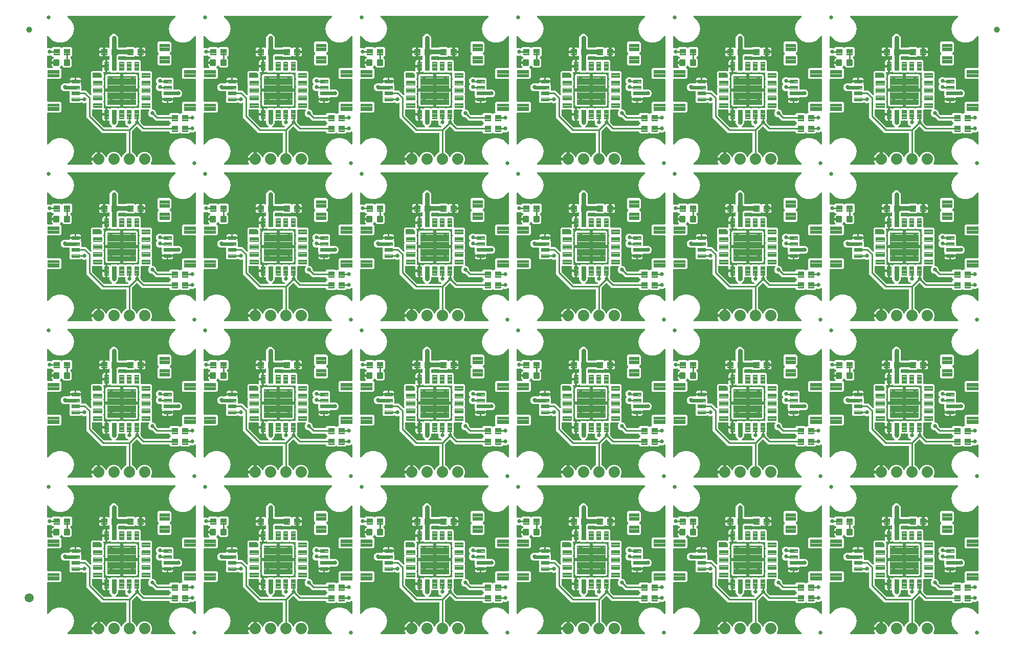
<source format=gtl>
G04 EAGLE Gerber RS-274X export*
G75*
%MOMM*%
%FSLAX34Y34*%
%LPD*%
%INTop Copper*%
%IPPOS*%
%AMOC8*
5,1,8,0,0,1.08239X$1,22.5*%
G01*
%ADD10C,0.635000*%
%ADD11C,0.096000*%
%ADD12C,0.100000*%
%ADD13C,0.104000*%
%ADD14C,0.102000*%
%ADD15C,1.879600*%
%ADD16C,0.300000*%
%ADD17C,0.101600*%
%ADD18C,1.000000*%
%ADD19C,1.500000*%
%ADD20C,0.762000*%
%ADD21C,0.609600*%
%ADD22C,0.254000*%

G36*
X337045Y4070D02*
X337045Y4070D01*
X337085Y4067D01*
X337203Y4090D01*
X337321Y4105D01*
X337358Y4119D01*
X337397Y4127D01*
X337506Y4178D01*
X337617Y4222D01*
X337649Y4245D01*
X337685Y4262D01*
X337777Y4338D01*
X337874Y4408D01*
X337900Y4439D01*
X337930Y4464D01*
X338001Y4561D01*
X338077Y4653D01*
X338094Y4689D01*
X338118Y4722D01*
X338162Y4833D01*
X338213Y4941D01*
X338220Y4980D01*
X338235Y5017D01*
X338250Y5136D01*
X338272Y5253D01*
X338270Y5293D01*
X338275Y5333D01*
X338260Y5452D01*
X338253Y5571D01*
X338240Y5609D01*
X338235Y5648D01*
X338192Y5760D01*
X338155Y5873D01*
X338133Y5907D01*
X338119Y5944D01*
X338033Y6080D01*
X337769Y6443D01*
X336916Y8117D01*
X336335Y9904D01*
X336295Y10161D01*
X346710Y10161D01*
X346828Y10176D01*
X346947Y10183D01*
X346985Y10196D01*
X347025Y10201D01*
X347136Y10244D01*
X347249Y10281D01*
X347283Y10303D01*
X347321Y10318D01*
X347417Y10388D01*
X347518Y10451D01*
X347546Y10481D01*
X347578Y10504D01*
X347654Y10596D01*
X347736Y10683D01*
X347755Y10718D01*
X347781Y10749D01*
X347832Y10857D01*
X347889Y10961D01*
X347900Y11001D01*
X347917Y11037D01*
X347939Y11154D01*
X347969Y11269D01*
X347973Y11330D01*
X347977Y11350D01*
X347975Y11370D01*
X347979Y11430D01*
X347979Y12701D01*
X349250Y12701D01*
X349368Y12716D01*
X349487Y12723D01*
X349525Y12736D01*
X349565Y12741D01*
X349676Y12785D01*
X349789Y12821D01*
X349824Y12843D01*
X349861Y12858D01*
X349957Y12928D01*
X350058Y12991D01*
X350086Y13021D01*
X350119Y13045D01*
X350194Y13136D01*
X350276Y13223D01*
X350296Y13258D01*
X350321Y13290D01*
X350372Y13397D01*
X350430Y13502D01*
X350440Y13541D01*
X350457Y13577D01*
X350479Y13694D01*
X350509Y13809D01*
X350513Y13870D01*
X350517Y13890D01*
X350515Y13910D01*
X350519Y13970D01*
X350519Y24385D01*
X350776Y24345D01*
X352563Y23764D01*
X354237Y22911D01*
X355758Y21806D01*
X357086Y20478D01*
X358191Y18957D01*
X359044Y17283D01*
X359195Y16818D01*
X359208Y16791D01*
X359215Y16762D01*
X359275Y16648D01*
X359330Y16530D01*
X359349Y16507D01*
X359363Y16481D01*
X359450Y16385D01*
X359533Y16285D01*
X359557Y16268D01*
X359577Y16246D01*
X359686Y16174D01*
X359790Y16098D01*
X359818Y16087D01*
X359843Y16071D01*
X359966Y16029D01*
X360086Y15981D01*
X360116Y15977D01*
X360144Y15968D01*
X360273Y15957D01*
X360401Y15941D01*
X360431Y15945D01*
X360461Y15942D01*
X360589Y15965D01*
X360717Y15981D01*
X360745Y15992D01*
X360774Y15997D01*
X360892Y16050D01*
X361013Y16098D01*
X361037Y16115D01*
X361064Y16127D01*
X361165Y16208D01*
X361270Y16284D01*
X361289Y16307D01*
X361313Y16326D01*
X361391Y16430D01*
X361473Y16529D01*
X361486Y16556D01*
X361504Y16580D01*
X361575Y16725D01*
X362828Y19750D01*
X366330Y23252D01*
X370904Y25147D01*
X375856Y25147D01*
X380430Y23252D01*
X383932Y19751D01*
X384907Y17395D01*
X384976Y17274D01*
X385041Y17152D01*
X385055Y17137D01*
X385065Y17119D01*
X385162Y17019D01*
X385255Y16916D01*
X385272Y16905D01*
X385286Y16891D01*
X385404Y16818D01*
X385521Y16742D01*
X385540Y16735D01*
X385557Y16724D01*
X385690Y16684D01*
X385822Y16638D01*
X385842Y16637D01*
X385861Y16631D01*
X386000Y16624D01*
X386139Y16613D01*
X386159Y16617D01*
X386179Y16616D01*
X386315Y16644D01*
X386452Y16668D01*
X386471Y16676D01*
X386490Y16680D01*
X386615Y16741D01*
X386742Y16798D01*
X386758Y16811D01*
X386776Y16820D01*
X386882Y16910D01*
X386990Y16997D01*
X387003Y17013D01*
X387018Y17026D01*
X387098Y17140D01*
X387182Y17251D01*
X387194Y17276D01*
X387201Y17286D01*
X387208Y17305D01*
X387253Y17395D01*
X388228Y19750D01*
X391730Y23252D01*
X393678Y24059D01*
X393703Y24073D01*
X393731Y24083D01*
X393841Y24152D01*
X393954Y24216D01*
X393975Y24237D01*
X394000Y24253D01*
X394089Y24347D01*
X394182Y24438D01*
X394198Y24463D01*
X394218Y24484D01*
X394281Y24598D01*
X394349Y24709D01*
X394357Y24737D01*
X394372Y24763D01*
X394404Y24889D01*
X394442Y25013D01*
X394444Y25042D01*
X394451Y25071D01*
X394461Y25231D01*
X394461Y55372D01*
X394446Y55490D01*
X394439Y55609D01*
X394426Y55647D01*
X394421Y55688D01*
X394378Y55798D01*
X394341Y55911D01*
X394319Y55946D01*
X394304Y55983D01*
X394235Y56079D01*
X394171Y56180D01*
X394141Y56208D01*
X394118Y56241D01*
X394026Y56317D01*
X393939Y56398D01*
X393904Y56418D01*
X393873Y56443D01*
X393765Y56494D01*
X393661Y56552D01*
X393621Y56562D01*
X393585Y56579D01*
X393468Y56601D01*
X393353Y56631D01*
X393293Y56635D01*
X393273Y56639D01*
X393252Y56637D01*
X393192Y56641D01*
X353811Y56641D01*
X350910Y59543D01*
X331323Y79130D01*
X328421Y82031D01*
X328421Y104754D01*
X328415Y104804D01*
X328417Y104853D01*
X328395Y104961D01*
X328381Y105070D01*
X328363Y105116D01*
X328353Y105165D01*
X328305Y105264D01*
X328264Y105366D01*
X328235Y105406D01*
X328213Y105450D01*
X328142Y105534D01*
X328078Y105623D01*
X328039Y105655D01*
X328007Y105692D01*
X327917Y105756D01*
X327833Y105826D01*
X327788Y105847D01*
X327747Y105876D01*
X327644Y105915D01*
X327545Y105961D01*
X327496Y105971D01*
X327450Y105988D01*
X327340Y106000D01*
X327233Y106021D01*
X327183Y106018D01*
X327134Y106024D01*
X327025Y106008D01*
X326915Y106001D01*
X326868Y105986D01*
X326819Y105979D01*
X326666Y105927D01*
X325723Y105536D01*
X323247Y105536D01*
X320960Y106484D01*
X320441Y107003D01*
X320347Y107076D01*
X320257Y107155D01*
X320221Y107173D01*
X320189Y107198D01*
X320080Y107245D01*
X319974Y107299D01*
X319935Y107308D01*
X319897Y107324D01*
X319780Y107343D01*
X319664Y107369D01*
X319623Y107368D01*
X319583Y107374D01*
X319465Y107363D01*
X319346Y107359D01*
X319307Y107348D01*
X319267Y107344D01*
X319155Y107304D01*
X319040Y107271D01*
X319006Y107250D01*
X318967Y107236D01*
X318869Y107170D01*
X318766Y107109D01*
X318721Y107069D01*
X318704Y107058D01*
X318691Y107043D01*
X318646Y107003D01*
X317594Y105951D01*
X302166Y105951D01*
X300081Y108036D01*
X300081Y115964D01*
X300220Y116103D01*
X300293Y116197D01*
X300371Y116286D01*
X300390Y116322D01*
X300415Y116354D01*
X300462Y116463D01*
X300516Y116569D01*
X300525Y116609D01*
X300541Y116646D01*
X300560Y116763D01*
X300586Y116879D01*
X300584Y116920D01*
X300591Y116960D01*
X300580Y117079D01*
X300576Y117197D01*
X300565Y117236D01*
X300561Y117276D01*
X300521Y117389D01*
X300488Y117503D01*
X300467Y117538D01*
X300453Y117576D01*
X300387Y117674D01*
X300326Y117777D01*
X300286Y117822D01*
X300275Y117839D01*
X300260Y117852D01*
X300220Y117898D01*
X300081Y118036D01*
X300081Y124634D01*
X300066Y124752D01*
X300059Y124871D01*
X300046Y124909D01*
X300041Y124950D01*
X299998Y125060D01*
X299961Y125173D01*
X299939Y125208D01*
X299924Y125245D01*
X299855Y125341D01*
X299791Y125442D01*
X299761Y125470D01*
X299738Y125503D01*
X299646Y125579D01*
X299559Y125660D01*
X299524Y125680D01*
X299493Y125705D01*
X299385Y125756D01*
X299281Y125814D01*
X299241Y125824D01*
X299205Y125841D01*
X299088Y125863D01*
X298973Y125893D01*
X298913Y125897D01*
X298893Y125901D01*
X298872Y125899D01*
X298812Y125903D01*
X293704Y125903D01*
X293695Y125902D01*
X293685Y125903D01*
X293537Y125882D01*
X293388Y125863D01*
X293380Y125860D01*
X293371Y125859D01*
X293363Y125856D01*
X290862Y125856D01*
X288575Y126804D01*
X286824Y128555D01*
X285876Y130842D01*
X285876Y133318D01*
X286824Y135605D01*
X288575Y137356D01*
X290862Y138304D01*
X293338Y138304D01*
X293604Y138193D01*
X293613Y138191D01*
X293622Y138186D01*
X293766Y138149D01*
X293911Y138109D01*
X293920Y138109D01*
X293929Y138107D01*
X294090Y138097D01*
X299320Y138097D01*
X299438Y138112D01*
X299557Y138119D01*
X299595Y138132D01*
X299636Y138137D01*
X299746Y138180D01*
X299859Y138217D01*
X299894Y138239D01*
X299931Y138254D01*
X300027Y138323D01*
X300128Y138387D01*
X300156Y138417D01*
X300189Y138440D01*
X300265Y138532D01*
X300346Y138619D01*
X300366Y138654D01*
X300391Y138685D01*
X300442Y138793D01*
X300500Y138897D01*
X300510Y138937D01*
X300527Y138973D01*
X300549Y139090D01*
X300579Y139205D01*
X300583Y139265D01*
X300587Y139285D01*
X300585Y139306D01*
X300589Y139366D01*
X300589Y140501D01*
X309650Y140501D01*
X309768Y140516D01*
X309887Y140523D01*
X309894Y140525D01*
X309950Y140511D01*
X310010Y140507D01*
X310030Y140503D01*
X310050Y140505D01*
X310110Y140501D01*
X319171Y140501D01*
X319171Y139108D01*
X318963Y138332D01*
X318845Y138128D01*
X318801Y138024D01*
X318750Y137925D01*
X318740Y137879D01*
X318722Y137835D01*
X318705Y137724D01*
X318681Y137614D01*
X318682Y137567D01*
X318675Y137520D01*
X318687Y137409D01*
X318690Y137296D01*
X318703Y137251D01*
X318708Y137204D01*
X318747Y137099D01*
X318779Y136991D01*
X318803Y136950D01*
X318819Y136906D01*
X318883Y136814D01*
X318940Y136717D01*
X318988Y136663D01*
X319000Y136645D01*
X319014Y136633D01*
X319047Y136596D01*
X319679Y135964D01*
X319679Y127588D01*
X319694Y127470D01*
X319701Y127351D01*
X319714Y127313D01*
X319719Y127272D01*
X319762Y127162D01*
X319799Y127049D01*
X319821Y127014D01*
X319836Y126977D01*
X319905Y126881D01*
X319969Y126780D01*
X319999Y126752D01*
X320022Y126719D01*
X320114Y126643D01*
X320201Y126562D01*
X320236Y126542D01*
X320267Y126517D01*
X320375Y126466D01*
X320479Y126408D01*
X320519Y126398D01*
X320555Y126381D01*
X320672Y126359D01*
X320787Y126329D01*
X320847Y126325D01*
X320867Y126321D01*
X320888Y126323D01*
X320948Y126319D01*
X326829Y126319D01*
X329730Y123417D01*
X333713Y119435D01*
X333807Y119362D01*
X333896Y119283D01*
X333932Y119265D01*
X333964Y119240D01*
X334073Y119192D01*
X334179Y119138D01*
X334219Y119130D01*
X334256Y119113D01*
X334374Y119095D01*
X334490Y119069D01*
X334530Y119070D01*
X334570Y119064D01*
X334689Y119075D01*
X334808Y119078D01*
X334846Y119090D01*
X334887Y119093D01*
X334999Y119134D01*
X335113Y119167D01*
X335148Y119187D01*
X335186Y119201D01*
X335284Y119268D01*
X335387Y119328D01*
X335432Y119368D01*
X335449Y119380D01*
X335463Y119395D01*
X335508Y119435D01*
X335926Y119853D01*
X335999Y119947D01*
X336077Y120036D01*
X336096Y120072D01*
X336121Y120104D01*
X336168Y120213D01*
X336222Y120319D01*
X336231Y120358D01*
X336247Y120396D01*
X336266Y120513D01*
X336292Y120629D01*
X336290Y120670D01*
X336297Y120710D01*
X336286Y120828D01*
X336282Y120947D01*
X336271Y120986D01*
X336267Y121026D01*
X336227Y121138D01*
X336194Y121253D01*
X336173Y121288D01*
X336159Y121326D01*
X336092Y121424D01*
X336032Y121527D01*
X335992Y121572D01*
X335981Y121589D01*
X335965Y121602D01*
X335926Y121648D01*
X335531Y122042D01*
X335531Y131958D01*
X335926Y132353D01*
X335999Y132447D01*
X336077Y132536D01*
X336096Y132572D01*
X336121Y132604D01*
X336168Y132713D01*
X336222Y132819D01*
X336231Y132858D01*
X336247Y132896D01*
X336266Y133013D01*
X336292Y133129D01*
X336290Y133170D01*
X336297Y133210D01*
X336286Y133328D01*
X336282Y133447D01*
X336271Y133486D01*
X336267Y133526D01*
X336227Y133638D01*
X336194Y133753D01*
X336173Y133788D01*
X336159Y133826D01*
X336092Y133924D01*
X336032Y134027D01*
X335992Y134072D01*
X335981Y134089D01*
X335965Y134102D01*
X335926Y134148D01*
X335531Y134542D01*
X335531Y144458D01*
X335738Y144665D01*
X335811Y144759D01*
X335890Y144848D01*
X335908Y144884D01*
X335933Y144916D01*
X335980Y145025D01*
X336034Y145131D01*
X336043Y145171D01*
X336059Y145208D01*
X336078Y145326D01*
X336104Y145442D01*
X336103Y145482D01*
X336109Y145522D01*
X336098Y145641D01*
X336094Y145760D01*
X336083Y145798D01*
X336079Y145839D01*
X336039Y145951D01*
X336006Y146065D01*
X335985Y146100D01*
X335972Y146138D01*
X335905Y146236D01*
X335844Y146339D01*
X335804Y146384D01*
X335793Y146401D01*
X335778Y146415D01*
X335738Y146460D01*
X335481Y146716D01*
X335481Y157284D01*
X337296Y159099D01*
X351864Y159099D01*
X352373Y158590D01*
X352482Y158505D01*
X352589Y158416D01*
X352608Y158407D01*
X352624Y158395D01*
X352752Y158339D01*
X352877Y158280D01*
X352897Y158277D01*
X352916Y158268D01*
X353054Y158247D01*
X353190Y158221D01*
X353210Y158222D01*
X353230Y158219D01*
X353369Y158232D01*
X353507Y158240D01*
X353526Y158247D01*
X353546Y158248D01*
X353677Y158296D01*
X353809Y158338D01*
X353827Y158349D01*
X353846Y158356D01*
X353960Y158434D01*
X354078Y158508D01*
X354092Y158523D01*
X354109Y158535D01*
X354201Y158639D01*
X354296Y158740D01*
X354306Y158758D01*
X354319Y158773D01*
X354382Y158897D01*
X354450Y159019D01*
X354455Y159038D01*
X354464Y159056D01*
X354494Y159192D01*
X354529Y159327D01*
X354531Y159355D01*
X354534Y159367D01*
X354533Y159387D01*
X354539Y159487D01*
X354539Y165001D01*
X359081Y165001D01*
X359081Y156959D01*
X357067Y156959D01*
X356929Y156942D01*
X356791Y156929D01*
X356772Y156922D01*
X356752Y156919D01*
X356623Y156868D01*
X356492Y156821D01*
X356475Y156810D01*
X356456Y156802D01*
X356344Y156721D01*
X356228Y156643D01*
X356215Y156627D01*
X356199Y156616D01*
X356110Y156508D01*
X356018Y156404D01*
X356009Y156386D01*
X355996Y156371D01*
X355937Y156245D01*
X355873Y156121D01*
X355869Y156101D01*
X355860Y156083D01*
X355834Y155946D01*
X355804Y155811D01*
X355804Y155790D01*
X355801Y155771D01*
X355809Y155632D01*
X355813Y155493D01*
X355819Y155473D01*
X355820Y155453D01*
X355863Y155321D01*
X355902Y155187D01*
X355912Y155170D01*
X355918Y155151D01*
X355993Y155033D01*
X356063Y154913D01*
X356082Y154892D01*
X356088Y154882D01*
X356103Y154868D01*
X356170Y154793D01*
X356679Y154284D01*
X356679Y146716D01*
X356422Y146460D01*
X356349Y146366D01*
X356270Y146277D01*
X356252Y146241D01*
X356227Y146209D01*
X356180Y146099D01*
X356126Y145993D01*
X356117Y145954D01*
X356101Y145917D01*
X356082Y145799D01*
X356056Y145683D01*
X356057Y145643D01*
X356051Y145603D01*
X356062Y145484D01*
X356066Y145365D01*
X356077Y145326D01*
X356081Y145286D01*
X356121Y145174D01*
X356154Y145060D01*
X356175Y145025D01*
X356188Y144987D01*
X356255Y144888D01*
X356316Y144786D01*
X356356Y144740D01*
X356367Y144724D01*
X356382Y144710D01*
X356422Y144665D01*
X356629Y144458D01*
X356629Y134542D01*
X356234Y134148D01*
X356162Y134054D01*
X356083Y133964D01*
X356064Y133928D01*
X356040Y133896D01*
X355992Y133787D01*
X355938Y133681D01*
X355929Y133642D01*
X355913Y133604D01*
X355894Y133487D01*
X355868Y133371D01*
X355870Y133330D01*
X355863Y133290D01*
X355874Y133172D01*
X355878Y133053D01*
X355889Y133014D01*
X355893Y132974D01*
X355933Y132862D01*
X355966Y132747D01*
X355987Y132712D01*
X356001Y132674D01*
X356067Y132576D01*
X356128Y132473D01*
X356168Y132428D01*
X356179Y132411D01*
X356195Y132398D01*
X356234Y132353D01*
X356629Y131958D01*
X356629Y122042D01*
X356234Y121648D01*
X356162Y121554D01*
X356083Y121464D01*
X356064Y121428D01*
X356040Y121396D01*
X355992Y121287D01*
X355938Y121181D01*
X355929Y121142D01*
X355913Y121104D01*
X355894Y120987D01*
X355868Y120871D01*
X355870Y120830D01*
X355863Y120790D01*
X355874Y120672D01*
X355878Y120553D01*
X355889Y120514D01*
X355893Y120474D01*
X355933Y120362D01*
X355966Y120247D01*
X355987Y120212D01*
X356001Y120174D01*
X356067Y120076D01*
X356128Y119973D01*
X356168Y119928D01*
X356179Y119911D01*
X356195Y119898D01*
X356234Y119853D01*
X356629Y119458D01*
X356629Y109542D01*
X356234Y109148D01*
X356162Y109054D01*
X356083Y108964D01*
X356064Y108928D01*
X356040Y108896D01*
X355992Y108787D01*
X355938Y108681D01*
X355929Y108642D01*
X355913Y108604D01*
X355894Y108487D01*
X355868Y108371D01*
X355870Y108330D01*
X355863Y108290D01*
X355874Y108172D01*
X355878Y108053D01*
X355889Y108014D01*
X355893Y107974D01*
X355933Y107861D01*
X355966Y107747D01*
X355987Y107712D01*
X356001Y107674D01*
X356067Y107576D01*
X356128Y107473D01*
X356168Y107428D01*
X356179Y107411D01*
X356195Y107398D01*
X356234Y107353D01*
X356629Y106958D01*
X356629Y98310D01*
X356644Y98192D01*
X356651Y98073D01*
X356664Y98035D01*
X356669Y97994D01*
X356712Y97884D01*
X356749Y97771D01*
X356771Y97736D01*
X356786Y97699D01*
X356855Y97603D01*
X356919Y97502D01*
X356949Y97474D01*
X356972Y97441D01*
X357064Y97365D01*
X357151Y97284D01*
X357186Y97264D01*
X357217Y97239D01*
X357325Y97188D01*
X357429Y97130D01*
X357469Y97120D01*
X357505Y97103D01*
X357622Y97081D01*
X357737Y97051D01*
X357797Y97047D01*
X357817Y97043D01*
X357838Y97045D01*
X357898Y97041D01*
X359081Y97041D01*
X359081Y88999D01*
X354539Y88999D01*
X354539Y93682D01*
X354524Y93800D01*
X354517Y93919D01*
X354504Y93957D01*
X354499Y93998D01*
X354456Y94108D01*
X354419Y94221D01*
X354397Y94256D01*
X354382Y94293D01*
X354313Y94389D01*
X354249Y94490D01*
X354219Y94518D01*
X354196Y94551D01*
X354104Y94627D01*
X354017Y94708D01*
X353982Y94728D01*
X353951Y94753D01*
X353843Y94804D01*
X353739Y94862D01*
X353699Y94872D01*
X353663Y94889D01*
X353546Y94911D01*
X353431Y94941D01*
X353371Y94945D01*
X353351Y94949D01*
X353330Y94947D01*
X353270Y94951D01*
X338328Y94951D01*
X338210Y94936D01*
X338091Y94929D01*
X338053Y94916D01*
X338012Y94911D01*
X337902Y94868D01*
X337789Y94831D01*
X337754Y94809D01*
X337717Y94794D01*
X337621Y94725D01*
X337520Y94661D01*
X337492Y94631D01*
X337459Y94608D01*
X337383Y94516D01*
X337302Y94429D01*
X337282Y94394D01*
X337257Y94363D01*
X337206Y94255D01*
X337148Y94151D01*
X337138Y94111D01*
X337121Y94075D01*
X337099Y93958D01*
X337069Y93843D01*
X337065Y93783D01*
X337061Y93763D01*
X337063Y93742D01*
X337059Y93682D01*
X337059Y86135D01*
X337071Y86036D01*
X337074Y85937D01*
X337091Y85879D01*
X337099Y85819D01*
X337135Y85727D01*
X337163Y85632D01*
X337193Y85580D01*
X337216Y85523D01*
X337274Y85443D01*
X337324Y85358D01*
X337390Y85283D01*
X337402Y85266D01*
X337412Y85258D01*
X337430Y85237D01*
X357017Y65650D01*
X357095Y65590D01*
X357167Y65522D01*
X357220Y65493D01*
X357268Y65456D01*
X357359Y65416D01*
X357446Y65368D01*
X357505Y65353D01*
X357560Y65329D01*
X357658Y65314D01*
X357754Y65289D01*
X357854Y65283D01*
X357874Y65279D01*
X357887Y65281D01*
X357915Y65279D01*
X369311Y65279D01*
X369380Y65287D01*
X369450Y65286D01*
X369537Y65307D01*
X369626Y65319D01*
X369691Y65344D01*
X369759Y65361D01*
X369838Y65403D01*
X369922Y65436D01*
X369978Y65477D01*
X370040Y65509D01*
X370106Y65570D01*
X370179Y65622D01*
X370224Y65676D01*
X370275Y65723D01*
X370325Y65798D01*
X370382Y65867D01*
X370412Y65931D01*
X370450Y65989D01*
X370479Y66074D01*
X370517Y66155D01*
X370531Y66224D01*
X370553Y66290D01*
X370560Y66379D01*
X370577Y66467D01*
X370573Y66537D01*
X370578Y66607D01*
X370563Y66695D01*
X370557Y66785D01*
X370536Y66851D01*
X370524Y66920D01*
X370487Y67002D01*
X370459Y67087D01*
X370422Y67146D01*
X370393Y67210D01*
X370337Y67280D01*
X370289Y67356D01*
X370238Y67404D01*
X370195Y67458D01*
X370123Y67513D01*
X370058Y67574D01*
X369997Y67608D01*
X369941Y67650D01*
X369796Y67721D01*
X369495Y67845D01*
X367565Y69775D01*
X366521Y72296D01*
X366521Y75723D01*
X366505Y75848D01*
X366496Y75973D01*
X366486Y76005D01*
X366481Y76038D01*
X366435Y76155D01*
X366395Y76274D01*
X366377Y76303D01*
X366364Y76334D01*
X366291Y76436D01*
X366222Y76541D01*
X366197Y76564D01*
X366178Y76591D01*
X366081Y76672D01*
X365988Y76757D01*
X365959Y76773D01*
X365933Y76794D01*
X365819Y76848D01*
X365708Y76907D01*
X365675Y76915D01*
X365645Y76930D01*
X365522Y76953D01*
X365399Y76983D01*
X365366Y76983D01*
X365333Y76989D01*
X365207Y76982D01*
X365081Y76980D01*
X365033Y76971D01*
X365015Y76970D01*
X364995Y76963D01*
X364976Y76959D01*
X363079Y76959D01*
X363079Y86270D01*
X363064Y86388D01*
X363057Y86507D01*
X363044Y86545D01*
X363039Y86585D01*
X362996Y86696D01*
X362959Y86809D01*
X362937Y86843D01*
X362922Y86881D01*
X362853Y86977D01*
X362842Y86994D01*
X362856Y87018D01*
X362881Y87050D01*
X362932Y87157D01*
X362990Y87262D01*
X363000Y87301D01*
X363017Y87337D01*
X363039Y87454D01*
X363069Y87570D01*
X363073Y87630D01*
X363077Y87650D01*
X363075Y87670D01*
X363079Y87730D01*
X363079Y97041D01*
X364963Y97041D01*
X365741Y96832D01*
X366270Y96527D01*
X366373Y96484D01*
X366473Y96432D01*
X366519Y96422D01*
X366563Y96404D01*
X366674Y96387D01*
X366784Y96363D01*
X366831Y96364D01*
X366878Y96357D01*
X366989Y96369D01*
X367102Y96372D01*
X367147Y96386D01*
X367194Y96390D01*
X367299Y96430D01*
X367407Y96461D01*
X367448Y96485D01*
X367492Y96501D01*
X367584Y96565D01*
X367681Y96622D01*
X367735Y96670D01*
X367753Y96683D01*
X367765Y96697D01*
X367802Y96729D01*
X368622Y97549D01*
X378538Y97549D01*
X378932Y97154D01*
X379026Y97082D01*
X379116Y97003D01*
X379152Y96984D01*
X379184Y96960D01*
X379293Y96912D01*
X379399Y96858D01*
X379438Y96849D01*
X379476Y96833D01*
X379593Y96814D01*
X379709Y96788D01*
X379750Y96790D01*
X379790Y96783D01*
X379908Y96794D01*
X380027Y96798D01*
X380066Y96809D01*
X380106Y96813D01*
X380218Y96853D01*
X380333Y96886D01*
X380368Y96907D01*
X380406Y96921D01*
X380504Y96987D01*
X380607Y97048D01*
X380652Y97088D01*
X380669Y97099D01*
X380682Y97115D01*
X380727Y97154D01*
X381122Y97549D01*
X391038Y97549D01*
X391432Y97154D01*
X391526Y97082D01*
X391616Y97003D01*
X391652Y96984D01*
X391684Y96960D01*
X391793Y96912D01*
X391899Y96858D01*
X391938Y96849D01*
X391976Y96833D01*
X392093Y96814D01*
X392209Y96788D01*
X392250Y96790D01*
X392290Y96783D01*
X392408Y96794D01*
X392527Y96798D01*
X392566Y96809D01*
X392606Y96813D01*
X392718Y96853D01*
X392833Y96886D01*
X392868Y96907D01*
X392906Y96921D01*
X393004Y96987D01*
X393107Y97048D01*
X393152Y97088D01*
X393169Y97099D01*
X393182Y97115D01*
X393227Y97154D01*
X393622Y97549D01*
X403538Y97549D01*
X403932Y97154D01*
X404026Y97082D01*
X404116Y97003D01*
X404152Y96984D01*
X404184Y96960D01*
X404293Y96912D01*
X404399Y96858D01*
X404438Y96849D01*
X404476Y96833D01*
X404593Y96814D01*
X404709Y96788D01*
X404750Y96790D01*
X404790Y96783D01*
X404908Y96794D01*
X405027Y96798D01*
X405066Y96809D01*
X405106Y96813D01*
X405218Y96853D01*
X405333Y96886D01*
X405368Y96907D01*
X405406Y96921D01*
X405504Y96987D01*
X405607Y97048D01*
X405652Y97088D01*
X405669Y97099D01*
X405682Y97115D01*
X405727Y97154D01*
X406122Y97549D01*
X414262Y97549D01*
X414380Y97564D01*
X414499Y97571D01*
X414537Y97584D01*
X414578Y97589D01*
X414688Y97632D01*
X414801Y97669D01*
X414836Y97691D01*
X414873Y97706D01*
X414969Y97775D01*
X415070Y97839D01*
X415098Y97869D01*
X415131Y97892D01*
X415207Y97984D01*
X415288Y98071D01*
X415308Y98106D01*
X415333Y98137D01*
X415384Y98245D01*
X415442Y98349D01*
X415452Y98389D01*
X415469Y98425D01*
X415491Y98542D01*
X415521Y98657D01*
X415525Y98717D01*
X415529Y98737D01*
X415527Y98758D01*
X415531Y98818D01*
X415531Y106958D01*
X415926Y107353D01*
X415999Y107447D01*
X416077Y107536D01*
X416096Y107572D01*
X416121Y107604D01*
X416168Y107713D01*
X416222Y107819D01*
X416231Y107858D01*
X416247Y107896D01*
X416266Y108013D01*
X416292Y108129D01*
X416290Y108170D01*
X416297Y108210D01*
X416286Y108328D01*
X416282Y108447D01*
X416271Y108486D01*
X416267Y108526D01*
X416227Y108638D01*
X416194Y108753D01*
X416173Y108788D01*
X416159Y108826D01*
X416092Y108924D01*
X416032Y109027D01*
X415992Y109072D01*
X415981Y109089D01*
X415965Y109102D01*
X415926Y109148D01*
X415531Y109542D01*
X415531Y119458D01*
X415926Y119852D01*
X415998Y119946D01*
X416077Y120036D01*
X416096Y120072D01*
X416120Y120104D01*
X416168Y120213D01*
X416222Y120319D01*
X416231Y120358D01*
X416247Y120396D01*
X416266Y120513D01*
X416292Y120629D01*
X416290Y120670D01*
X416297Y120710D01*
X416286Y120828D01*
X416282Y120947D01*
X416271Y120986D01*
X416267Y121026D01*
X416227Y121138D01*
X416194Y121253D01*
X416173Y121288D01*
X416159Y121326D01*
X416093Y121424D01*
X416032Y121527D01*
X415992Y121572D01*
X415981Y121589D01*
X415965Y121602D01*
X415926Y121647D01*
X415531Y122042D01*
X415531Y131958D01*
X415926Y132352D01*
X415998Y132446D01*
X416077Y132536D01*
X416096Y132572D01*
X416120Y132604D01*
X416168Y132713D01*
X416222Y132819D01*
X416231Y132858D01*
X416247Y132896D01*
X416266Y133013D01*
X416292Y133129D01*
X416290Y133170D01*
X416297Y133210D01*
X416286Y133328D01*
X416282Y133447D01*
X416271Y133486D01*
X416267Y133526D01*
X416227Y133638D01*
X416194Y133753D01*
X416173Y133788D01*
X416159Y133826D01*
X416093Y133924D01*
X416032Y134027D01*
X415992Y134072D01*
X415981Y134089D01*
X415965Y134102D01*
X415926Y134147D01*
X415531Y134542D01*
X415531Y144458D01*
X415926Y144852D01*
X415998Y144946D01*
X416077Y145036D01*
X416096Y145072D01*
X416120Y145104D01*
X416168Y145213D01*
X416222Y145319D01*
X416231Y145358D01*
X416247Y145396D01*
X416266Y145513D01*
X416292Y145629D01*
X416290Y145670D01*
X416297Y145710D01*
X416286Y145828D01*
X416282Y145947D01*
X416271Y145986D01*
X416267Y146026D01*
X416227Y146138D01*
X416194Y146253D01*
X416173Y146288D01*
X416159Y146326D01*
X416093Y146424D01*
X416032Y146527D01*
X415992Y146572D01*
X415981Y146589D01*
X415965Y146602D01*
X415926Y146647D01*
X415531Y147042D01*
X415531Y155182D01*
X415516Y155300D01*
X415509Y155419D01*
X415496Y155457D01*
X415491Y155498D01*
X415448Y155608D01*
X415411Y155721D01*
X415389Y155756D01*
X415374Y155793D01*
X415305Y155889D01*
X415241Y155990D01*
X415211Y156018D01*
X415188Y156051D01*
X415096Y156127D01*
X415009Y156208D01*
X414974Y156228D01*
X414943Y156253D01*
X414835Y156304D01*
X414731Y156362D01*
X414691Y156372D01*
X414655Y156389D01*
X414538Y156411D01*
X414423Y156441D01*
X414363Y156445D01*
X414343Y156449D01*
X414322Y156447D01*
X414262Y156451D01*
X406122Y156451D01*
X405728Y156846D01*
X405634Y156918D01*
X405544Y156997D01*
X405508Y157016D01*
X405476Y157040D01*
X405367Y157088D01*
X405261Y157142D01*
X405222Y157151D01*
X405184Y157167D01*
X405067Y157186D01*
X404951Y157212D01*
X404910Y157210D01*
X404870Y157217D01*
X404752Y157206D01*
X404633Y157202D01*
X404594Y157191D01*
X404554Y157187D01*
X404442Y157147D01*
X404327Y157114D01*
X404292Y157093D01*
X404254Y157079D01*
X404156Y157013D01*
X404053Y156952D01*
X404008Y156912D01*
X403991Y156901D01*
X403978Y156885D01*
X403933Y156846D01*
X403538Y156451D01*
X393622Y156451D01*
X393228Y156846D01*
X393134Y156918D01*
X393044Y156997D01*
X393008Y157016D01*
X392976Y157040D01*
X392867Y157088D01*
X392761Y157142D01*
X392722Y157151D01*
X392684Y157167D01*
X392567Y157186D01*
X392451Y157212D01*
X392410Y157210D01*
X392370Y157217D01*
X392252Y157206D01*
X392133Y157202D01*
X392094Y157191D01*
X392054Y157187D01*
X391942Y157147D01*
X391827Y157114D01*
X391792Y157093D01*
X391754Y157079D01*
X391656Y157013D01*
X391553Y156952D01*
X391508Y156912D01*
X391491Y156901D01*
X391478Y156885D01*
X391433Y156846D01*
X391038Y156451D01*
X381122Y156451D01*
X380728Y156846D01*
X380634Y156918D01*
X380544Y156997D01*
X380508Y157016D01*
X380476Y157040D01*
X380367Y157088D01*
X380261Y157142D01*
X380222Y157151D01*
X380184Y157167D01*
X380067Y157186D01*
X379951Y157212D01*
X379910Y157210D01*
X379870Y157217D01*
X379752Y157206D01*
X379633Y157202D01*
X379594Y157191D01*
X379554Y157187D01*
X379442Y157147D01*
X379327Y157114D01*
X379292Y157093D01*
X379254Y157079D01*
X379156Y157013D01*
X379053Y156952D01*
X379008Y156912D01*
X378991Y156901D01*
X378978Y156885D01*
X378933Y156846D01*
X378538Y156451D01*
X368622Y156451D01*
X367802Y157271D01*
X367713Y157340D01*
X367630Y157415D01*
X367588Y157437D01*
X367551Y157466D01*
X367448Y157511D01*
X367348Y157563D01*
X367302Y157574D01*
X367259Y157592D01*
X367148Y157610D01*
X367038Y157636D01*
X366991Y157635D01*
X366945Y157642D01*
X366833Y157632D01*
X366720Y157630D01*
X366675Y157617D01*
X366628Y157613D01*
X366522Y157574D01*
X366414Y157544D01*
X366349Y157512D01*
X366329Y157505D01*
X366314Y157495D01*
X366270Y157473D01*
X365741Y157168D01*
X364963Y156959D01*
X363079Y156959D01*
X363079Y166270D01*
X363064Y166388D01*
X363057Y166507D01*
X363044Y166545D01*
X363039Y166585D01*
X362996Y166696D01*
X362959Y166809D01*
X362937Y166843D01*
X362922Y166881D01*
X362853Y166977D01*
X362842Y166994D01*
X362856Y167018D01*
X362881Y167050D01*
X362932Y167157D01*
X362990Y167262D01*
X363000Y167301D01*
X363017Y167337D01*
X363039Y167454D01*
X363069Y167570D01*
X363073Y167630D01*
X363077Y167650D01*
X363075Y167670D01*
X363079Y167730D01*
X363079Y177041D01*
X365001Y177041D01*
X365048Y177034D01*
X365172Y177011D01*
X365205Y177013D01*
X365238Y177008D01*
X365364Y177023D01*
X365489Y177030D01*
X365521Y177041D01*
X365554Y177045D01*
X365672Y177090D01*
X365791Y177128D01*
X365820Y177146D01*
X365851Y177158D01*
X365954Y177231D01*
X366060Y177299D01*
X366083Y177323D01*
X366111Y177343D01*
X366192Y177438D01*
X366278Y177530D01*
X366294Y177560D01*
X366316Y177585D01*
X366371Y177699D01*
X366432Y177809D01*
X366440Y177841D01*
X366455Y177872D01*
X366480Y177995D01*
X366511Y178117D01*
X366514Y178165D01*
X366518Y178183D01*
X366517Y178205D01*
X366521Y178277D01*
X366521Y182897D01*
X366504Y183035D01*
X366491Y183173D01*
X366484Y183192D01*
X366481Y183212D01*
X366430Y183342D01*
X366383Y183472D01*
X366372Y183489D01*
X366364Y183508D01*
X366283Y183621D01*
X366205Y183736D01*
X366189Y183749D01*
X366178Y183765D01*
X366070Y183854D01*
X365966Y183946D01*
X365948Y183955D01*
X365933Y183968D01*
X365807Y184027D01*
X365683Y184091D01*
X365663Y184095D01*
X365645Y184104D01*
X365509Y184130D01*
X365373Y184160D01*
X365352Y184160D01*
X365333Y184163D01*
X365194Y184155D01*
X365055Y184151D01*
X365035Y184145D01*
X365015Y184144D01*
X364883Y184101D01*
X364749Y184062D01*
X364732Y184052D01*
X364713Y184046D01*
X364595Y183971D01*
X364475Y183901D01*
X364454Y183882D01*
X364444Y183876D01*
X364430Y183861D01*
X364354Y183794D01*
X364127Y183567D01*
X363434Y183166D01*
X362660Y182959D01*
X359759Y182959D01*
X359759Y189270D01*
X359744Y189388D01*
X359737Y189507D01*
X359724Y189545D01*
X359719Y189585D01*
X359676Y189696D01*
X359639Y189809D01*
X359617Y189843D01*
X359602Y189881D01*
X359533Y189977D01*
X359469Y190078D01*
X359439Y190106D01*
X359416Y190138D01*
X359324Y190214D01*
X359237Y190296D01*
X359202Y190315D01*
X359171Y190341D01*
X359063Y190392D01*
X358959Y190449D01*
X358919Y190459D01*
X358883Y190477D01*
X358776Y190497D01*
X358806Y190501D01*
X358916Y190545D01*
X359029Y190581D01*
X359064Y190603D01*
X359101Y190618D01*
X359197Y190688D01*
X359298Y190751D01*
X359326Y190781D01*
X359359Y190805D01*
X359435Y190896D01*
X359516Y190983D01*
X359536Y191018D01*
X359561Y191050D01*
X359612Y191157D01*
X359670Y191262D01*
X359680Y191301D01*
X359697Y191337D01*
X359719Y191454D01*
X359749Y191570D01*
X359753Y191630D01*
X359757Y191650D01*
X359755Y191670D01*
X359759Y191730D01*
X359759Y198041D01*
X362660Y198041D01*
X363434Y197834D01*
X364127Y197433D01*
X364354Y197206D01*
X364464Y197120D01*
X364571Y197032D01*
X364590Y197023D01*
X364606Y197011D01*
X364734Y196955D01*
X364859Y196896D01*
X364879Y196893D01*
X364898Y196884D01*
X365035Y196863D01*
X365172Y196837D01*
X365192Y196838D01*
X365212Y196835D01*
X365350Y196848D01*
X365489Y196856D01*
X365508Y196862D01*
X365528Y196864D01*
X365660Y196912D01*
X365791Y196954D01*
X365809Y196965D01*
X365828Y196972D01*
X365943Y197050D01*
X366060Y197124D01*
X366074Y197139D01*
X366091Y197151D01*
X366183Y197255D01*
X366278Y197356D01*
X366288Y197374D01*
X366301Y197389D01*
X366365Y197513D01*
X366432Y197635D01*
X366437Y197654D01*
X366446Y197672D01*
X366476Y197808D01*
X366511Y197943D01*
X366513Y197971D01*
X366516Y197982D01*
X366515Y198003D01*
X366521Y198103D01*
X366521Y214724D01*
X367565Y217245D01*
X369495Y219175D01*
X372016Y220219D01*
X374744Y220219D01*
X377265Y219175D01*
X379195Y217245D01*
X380239Y214724D01*
X380239Y199566D01*
X380251Y199467D01*
X380254Y199368D01*
X380271Y199310D01*
X380279Y199250D01*
X380315Y199158D01*
X380343Y199063D01*
X380373Y199011D01*
X380396Y198954D01*
X380454Y198874D01*
X380504Y198789D01*
X380570Y198714D01*
X380582Y198697D01*
X380592Y198689D01*
X380610Y198668D01*
X381548Y197730D01*
X381626Y197670D01*
X381699Y197602D01*
X381752Y197573D01*
X381799Y197536D01*
X381890Y197496D01*
X381977Y197448D01*
X382036Y197433D01*
X382091Y197409D01*
X382189Y197394D01*
X382285Y197369D01*
X382385Y197363D01*
X382405Y197359D01*
X382418Y197361D01*
X382446Y197359D01*
X392254Y197359D01*
X392353Y197371D01*
X392452Y197374D01*
X392510Y197391D01*
X392570Y197399D01*
X392662Y197435D01*
X392757Y197463D01*
X392809Y197493D01*
X392866Y197516D01*
X392946Y197574D01*
X393031Y197624D01*
X393106Y197690D01*
X393123Y197702D01*
X393131Y197712D01*
X393152Y197730D01*
X393970Y198549D01*
X406910Y198549D01*
X408402Y197057D01*
X408496Y196984D01*
X408585Y196905D01*
X408621Y196887D01*
X408653Y196862D01*
X408762Y196815D01*
X408868Y196761D01*
X408908Y196752D01*
X408945Y196736D01*
X409063Y196717D01*
X409179Y196691D01*
X409219Y196692D01*
X409259Y196686D01*
X409378Y196697D01*
X409496Y196701D01*
X409535Y196712D01*
X409576Y196716D01*
X409688Y196756D01*
X409802Y196789D01*
X409837Y196810D01*
X409875Y196823D01*
X409973Y196890D01*
X410076Y196951D01*
X410121Y196990D01*
X410138Y197002D01*
X410151Y197017D01*
X410197Y197057D01*
X410573Y197433D01*
X411266Y197834D01*
X412040Y198041D01*
X414941Y198041D01*
X414941Y191730D01*
X414956Y191612D01*
X414963Y191493D01*
X414975Y191455D01*
X414981Y191415D01*
X415024Y191304D01*
X415061Y191191D01*
X415083Y191157D01*
X415098Y191119D01*
X415167Y191023D01*
X415231Y190922D01*
X415261Y190894D01*
X415284Y190862D01*
X415376Y190786D01*
X415463Y190704D01*
X415498Y190685D01*
X415529Y190659D01*
X415637Y190608D01*
X415741Y190551D01*
X415781Y190541D01*
X415817Y190523D01*
X415924Y190503D01*
X415894Y190499D01*
X415784Y190455D01*
X415671Y190419D01*
X415636Y190397D01*
X415599Y190382D01*
X415502Y190312D01*
X415402Y190249D01*
X415374Y190219D01*
X415341Y190195D01*
X415265Y190104D01*
X415184Y190017D01*
X415164Y189982D01*
X415139Y189950D01*
X415088Y189843D01*
X415030Y189738D01*
X415020Y189699D01*
X415003Y189663D01*
X414981Y189546D01*
X414951Y189430D01*
X414947Y189370D01*
X414943Y189350D01*
X414945Y189330D01*
X414941Y189270D01*
X414941Y182959D01*
X412040Y182959D01*
X411266Y183166D01*
X410573Y183567D01*
X410197Y183943D01*
X410112Y184009D01*
X410063Y184055D01*
X410051Y184062D01*
X410013Y184095D01*
X409977Y184113D01*
X409945Y184138D01*
X409836Y184185D01*
X409730Y184239D01*
X409691Y184248D01*
X409654Y184264D01*
X409536Y184283D01*
X409420Y184309D01*
X409380Y184308D01*
X409340Y184314D01*
X409221Y184303D01*
X409102Y184299D01*
X409063Y184288D01*
X409023Y184284D01*
X408911Y184244D01*
X408796Y184211D01*
X408762Y184190D01*
X408724Y184177D01*
X408625Y184110D01*
X408523Y184049D01*
X408477Y184010D01*
X408460Y183998D01*
X408447Y183983D01*
X408418Y183957D01*
X408414Y183955D01*
X408412Y183952D01*
X408402Y183943D01*
X406910Y182451D01*
X393970Y182451D01*
X393152Y183270D01*
X393074Y183330D01*
X393001Y183398D01*
X392948Y183427D01*
X392901Y183464D01*
X392810Y183504D01*
X392723Y183552D01*
X392664Y183567D01*
X392609Y183591D01*
X392511Y183606D01*
X392415Y183631D01*
X392315Y183637D01*
X392295Y183641D01*
X392282Y183639D01*
X392254Y183641D01*
X382446Y183641D01*
X382347Y183629D01*
X382248Y183626D01*
X382190Y183609D01*
X382130Y183601D01*
X382038Y183565D01*
X381943Y183537D01*
X381891Y183507D01*
X381834Y183484D01*
X381754Y183426D01*
X381669Y183376D01*
X381594Y183310D01*
X381577Y183298D01*
X381569Y183288D01*
X381548Y183270D01*
X380610Y182332D01*
X380550Y182254D01*
X380482Y182181D01*
X380453Y182128D01*
X380416Y182081D01*
X380376Y181990D01*
X380328Y181903D01*
X380313Y181844D01*
X380289Y181789D01*
X380274Y181691D01*
X380249Y181595D01*
X380243Y181495D01*
X380239Y181475D01*
X380241Y181462D01*
X380239Y181434D01*
X380239Y178818D01*
X380254Y178700D01*
X380261Y178581D01*
X380274Y178543D01*
X380279Y178502D01*
X380322Y178392D01*
X380359Y178279D01*
X380381Y178244D01*
X380396Y178207D01*
X380465Y178111D01*
X380529Y178010D01*
X380559Y177982D01*
X380582Y177949D01*
X380674Y177873D01*
X380761Y177792D01*
X380796Y177772D01*
X380827Y177747D01*
X380935Y177696D01*
X381039Y177638D01*
X381079Y177628D01*
X381115Y177611D01*
X381232Y177589D01*
X381347Y177559D01*
X381407Y177555D01*
X381427Y177551D01*
X381448Y177553D01*
X381508Y177549D01*
X391038Y177549D01*
X391433Y177154D01*
X391527Y177081D01*
X391616Y177003D01*
X391652Y176984D01*
X391684Y176959D01*
X391793Y176912D01*
X391899Y176858D01*
X391938Y176849D01*
X391976Y176833D01*
X392093Y176814D01*
X392209Y176788D01*
X392250Y176790D01*
X392290Y176783D01*
X392408Y176794D01*
X392527Y176798D01*
X392566Y176809D01*
X392606Y176813D01*
X392718Y176853D01*
X392833Y176886D01*
X392868Y176907D01*
X392906Y176921D01*
X393004Y176988D01*
X393107Y177048D01*
X393152Y177088D01*
X393169Y177099D01*
X393182Y177115D01*
X393228Y177154D01*
X393622Y177549D01*
X403538Y177549D01*
X403933Y177154D01*
X404027Y177081D01*
X404116Y177003D01*
X404152Y176984D01*
X404184Y176959D01*
X404293Y176912D01*
X404399Y176858D01*
X404438Y176849D01*
X404476Y176833D01*
X404593Y176814D01*
X404709Y176788D01*
X404750Y176790D01*
X404790Y176783D01*
X404908Y176794D01*
X405027Y176798D01*
X405066Y176809D01*
X405106Y176813D01*
X405218Y176853D01*
X405333Y176886D01*
X405368Y176907D01*
X405406Y176921D01*
X405504Y176988D01*
X405607Y177048D01*
X405652Y177088D01*
X405669Y177099D01*
X405682Y177115D01*
X405728Y177154D01*
X406122Y177549D01*
X416038Y177549D01*
X418129Y175458D01*
X418129Y160318D01*
X418144Y160200D01*
X418151Y160081D01*
X418164Y160043D01*
X418169Y160002D01*
X418212Y159892D01*
X418249Y159779D01*
X418271Y159744D01*
X418286Y159707D01*
X418355Y159611D01*
X418419Y159510D01*
X418449Y159482D01*
X418472Y159449D01*
X418564Y159373D01*
X418651Y159292D01*
X418686Y159272D01*
X418717Y159247D01*
X418825Y159196D01*
X418929Y159138D01*
X418969Y159128D01*
X419005Y159111D01*
X419122Y159089D01*
X419237Y159059D01*
X419297Y159055D01*
X419317Y159051D01*
X419338Y159053D01*
X419398Y159049D01*
X434538Y159049D01*
X436629Y156958D01*
X436629Y147042D01*
X436234Y146647D01*
X436161Y146553D01*
X436083Y146464D01*
X436064Y146428D01*
X436039Y146396D01*
X435992Y146287D01*
X435938Y146181D01*
X435929Y146142D01*
X435913Y146104D01*
X435894Y145987D01*
X435868Y145871D01*
X435870Y145830D01*
X435863Y145790D01*
X435874Y145672D01*
X435878Y145553D01*
X435889Y145514D01*
X435893Y145474D01*
X435933Y145362D01*
X435966Y145247D01*
X435987Y145212D01*
X436001Y145174D01*
X436068Y145076D01*
X436128Y144973D01*
X436168Y144928D01*
X436179Y144911D01*
X436195Y144898D01*
X436234Y144852D01*
X436629Y144458D01*
X436629Y134542D01*
X436234Y134147D01*
X436161Y134053D01*
X436083Y133964D01*
X436064Y133928D01*
X436039Y133896D01*
X435992Y133787D01*
X435938Y133681D01*
X435929Y133642D01*
X435913Y133604D01*
X435894Y133487D01*
X435868Y133371D01*
X435870Y133330D01*
X435863Y133290D01*
X435874Y133172D01*
X435878Y133053D01*
X435889Y133014D01*
X435893Y132974D01*
X435933Y132862D01*
X435966Y132747D01*
X435987Y132712D01*
X436001Y132674D01*
X436068Y132576D01*
X436128Y132473D01*
X436168Y132428D01*
X436179Y132411D01*
X436195Y132398D01*
X436234Y132352D01*
X436629Y131958D01*
X436629Y122042D01*
X436234Y121647D01*
X436161Y121553D01*
X436083Y121464D01*
X436064Y121428D01*
X436039Y121396D01*
X435992Y121287D01*
X435938Y121181D01*
X435929Y121142D01*
X435913Y121104D01*
X435894Y120987D01*
X435868Y120871D01*
X435870Y120830D01*
X435863Y120790D01*
X435874Y120672D01*
X435878Y120553D01*
X435889Y120514D01*
X435893Y120474D01*
X435933Y120362D01*
X435966Y120247D01*
X435987Y120212D01*
X436001Y120174D01*
X436068Y120076D01*
X436128Y119973D01*
X436168Y119928D01*
X436179Y119911D01*
X436195Y119898D01*
X436234Y119852D01*
X436629Y119458D01*
X436629Y109542D01*
X436234Y109148D01*
X436162Y109054D01*
X436083Y108964D01*
X436064Y108928D01*
X436040Y108896D01*
X435992Y108787D01*
X435938Y108681D01*
X435929Y108642D01*
X435913Y108604D01*
X435894Y108487D01*
X435868Y108371D01*
X435870Y108330D01*
X435863Y108290D01*
X435874Y108172D01*
X435878Y108053D01*
X435889Y108014D01*
X435893Y107974D01*
X435933Y107861D01*
X435966Y107747D01*
X435987Y107712D01*
X436001Y107674D01*
X436067Y107576D01*
X436128Y107473D01*
X436168Y107428D01*
X436179Y107411D01*
X436195Y107398D01*
X436234Y107353D01*
X436629Y106958D01*
X436629Y96915D01*
X436627Y96912D01*
X436568Y96786D01*
X436564Y96766D01*
X436556Y96748D01*
X436534Y96610D01*
X436508Y96473D01*
X436509Y96453D01*
X436506Y96433D01*
X436519Y96295D01*
X436528Y96156D01*
X436534Y96137D01*
X436536Y96117D01*
X436583Y95986D01*
X436626Y95854D01*
X436637Y95837D01*
X436644Y95817D01*
X436722Y95702D01*
X436796Y95585D01*
X436811Y95571D01*
X436822Y95554D01*
X436927Y95462D01*
X437028Y95367D01*
X437045Y95357D01*
X437061Y95344D01*
X437184Y95281D01*
X437306Y95213D01*
X437326Y95208D01*
X437344Y95199D01*
X437480Y95169D01*
X437614Y95134D01*
X437642Y95132D01*
X437654Y95129D01*
X437675Y95130D01*
X437775Y95124D01*
X438118Y95124D01*
X440405Y94176D01*
X442156Y92425D01*
X443104Y90138D01*
X443104Y89310D01*
X443116Y89211D01*
X443119Y89112D01*
X443136Y89054D01*
X443144Y88994D01*
X443180Y88902D01*
X443208Y88807D01*
X443238Y88755D01*
X443261Y88698D01*
X443319Y88618D01*
X443369Y88533D01*
X443435Y88458D01*
X443447Y88441D01*
X443457Y88433D01*
X443475Y88412D01*
X445917Y85970D01*
X445995Y85910D01*
X446068Y85842D01*
X446121Y85813D01*
X446168Y85776D01*
X446259Y85736D01*
X446346Y85688D01*
X446405Y85673D01*
X446460Y85649D01*
X446558Y85634D01*
X446654Y85609D01*
X446754Y85603D01*
X446774Y85599D01*
X446787Y85601D01*
X446815Y85599D01*
X464282Y85599D01*
X464400Y85614D01*
X464519Y85621D01*
X464557Y85634D01*
X464598Y85639D01*
X464708Y85682D01*
X464821Y85719D01*
X464856Y85741D01*
X464893Y85756D01*
X464989Y85825D01*
X465090Y85889D01*
X465118Y85919D01*
X465151Y85942D01*
X465227Y86034D01*
X465308Y86121D01*
X465328Y86156D01*
X465353Y86187D01*
X465404Y86295D01*
X465462Y86399D01*
X465472Y86439D01*
X465489Y86475D01*
X465511Y86592D01*
X465541Y86707D01*
X465545Y86767D01*
X465549Y86787D01*
X465547Y86808D01*
X465551Y86868D01*
X465551Y87250D01*
X467630Y89329D01*
X480570Y89329D01*
X481702Y88196D01*
X481785Y88132D01*
X481842Y88078D01*
X481856Y88071D01*
X481886Y88044D01*
X481922Y88026D01*
X481954Y88001D01*
X482063Y87954D01*
X482169Y87900D01*
X482208Y87891D01*
X482246Y87875D01*
X482363Y87856D01*
X482479Y87830D01*
X482520Y87831D01*
X482560Y87825D01*
X482678Y87836D01*
X482797Y87840D01*
X482836Y87851D01*
X482876Y87855D01*
X482989Y87895D01*
X483103Y87928D01*
X483137Y87949D01*
X483176Y87962D01*
X483216Y87990D01*
X483222Y87992D01*
X483261Y88020D01*
X483274Y88029D01*
X483377Y88090D01*
X483422Y88130D01*
X483439Y88141D01*
X483452Y88156D01*
X483471Y88173D01*
X483479Y88179D01*
X483483Y88184D01*
X483497Y88196D01*
X484630Y89329D01*
X485607Y89329D01*
X485745Y89346D01*
X485883Y89359D01*
X485902Y89366D01*
X485922Y89369D01*
X486051Y89420D01*
X486182Y89467D01*
X486199Y89478D01*
X486218Y89486D01*
X486330Y89567D01*
X486445Y89645D01*
X486459Y89661D01*
X486475Y89672D01*
X486564Y89780D01*
X486656Y89884D01*
X486665Y89902D01*
X486678Y89917D01*
X486737Y90043D01*
X486801Y90167D01*
X486805Y90187D01*
X486814Y90205D01*
X486840Y90342D01*
X486870Y90477D01*
X486870Y90498D01*
X486873Y90517D01*
X486865Y90656D01*
X486861Y90795D01*
X486855Y90815D01*
X486854Y90835D01*
X486811Y90967D01*
X486772Y91101D01*
X486762Y91118D01*
X486756Y91137D01*
X486681Y91255D01*
X486611Y91375D01*
X486592Y91396D01*
X486585Y91406D01*
X486570Y91420D01*
X486504Y91495D01*
X485981Y92018D01*
X485981Y105982D01*
X488048Y108049D01*
X507746Y108049D01*
X507864Y108064D01*
X507983Y108071D01*
X508021Y108084D01*
X508062Y108089D01*
X508172Y108132D01*
X508285Y108169D01*
X508320Y108191D01*
X508357Y108206D01*
X508453Y108275D01*
X508554Y108339D01*
X508582Y108369D01*
X508615Y108392D01*
X508691Y108484D01*
X508772Y108571D01*
X508792Y108606D01*
X508817Y108637D01*
X508868Y108745D01*
X508926Y108849D01*
X508936Y108889D01*
X508953Y108925D01*
X508975Y109042D01*
X509005Y109157D01*
X509009Y109217D01*
X509013Y109237D01*
X509011Y109258D01*
X509015Y109318D01*
X509015Y144682D01*
X509000Y144800D01*
X508993Y144919D01*
X508980Y144957D01*
X508975Y144998D01*
X508932Y145108D01*
X508895Y145221D01*
X508873Y145256D01*
X508858Y145293D01*
X508789Y145389D01*
X508725Y145490D01*
X508695Y145518D01*
X508672Y145551D01*
X508580Y145627D01*
X508493Y145708D01*
X508458Y145728D01*
X508427Y145753D01*
X508319Y145804D01*
X508215Y145862D01*
X508175Y145872D01*
X508139Y145889D01*
X508022Y145911D01*
X507907Y145941D01*
X507847Y145945D01*
X507827Y145949D01*
X507806Y145947D01*
X507746Y145951D01*
X488048Y145951D01*
X485981Y148018D01*
X485981Y161982D01*
X488048Y164049D01*
X507746Y164049D01*
X507864Y164064D01*
X507983Y164071D01*
X508021Y164084D01*
X508062Y164089D01*
X508172Y164132D01*
X508285Y164169D01*
X508320Y164191D01*
X508357Y164206D01*
X508453Y164275D01*
X508554Y164339D01*
X508582Y164369D01*
X508615Y164392D01*
X508691Y164484D01*
X508772Y164571D01*
X508792Y164606D01*
X508817Y164637D01*
X508868Y164745D01*
X508926Y164849D01*
X508936Y164889D01*
X508953Y164925D01*
X508975Y165042D01*
X509005Y165157D01*
X509009Y165217D01*
X509013Y165237D01*
X509011Y165258D01*
X509015Y165318D01*
X509015Y215603D01*
X508997Y215748D01*
X508982Y215893D01*
X508977Y215906D01*
X508975Y215919D01*
X508922Y216054D01*
X508871Y216191D01*
X508863Y216202D01*
X508858Y216215D01*
X508773Y216332D01*
X508690Y216452D01*
X508679Y216461D01*
X508672Y216472D01*
X508560Y216565D01*
X508449Y216660D01*
X508437Y216666D01*
X508427Y216675D01*
X508295Y216737D01*
X508164Y216802D01*
X508151Y216805D01*
X508139Y216810D01*
X507997Y216838D01*
X507853Y216868D01*
X507840Y216868D01*
X507827Y216870D01*
X507682Y216861D01*
X507536Y216855D01*
X507522Y216851D01*
X507509Y216850D01*
X507371Y216806D01*
X507231Y216763D01*
X507219Y216756D01*
X507207Y216752D01*
X507084Y216675D01*
X506959Y216599D01*
X506949Y216589D01*
X506938Y216582D01*
X506838Y216476D01*
X506736Y216372D01*
X506726Y216357D01*
X506720Y216351D01*
X506712Y216336D01*
X506647Y216238D01*
X505265Y213845D01*
X499158Y208720D01*
X491666Y205993D01*
X483694Y205993D01*
X476202Y208720D01*
X470095Y213844D01*
X466109Y220749D01*
X464725Y228600D01*
X466109Y236451D01*
X470095Y243356D01*
X475265Y247694D01*
X475289Y247720D01*
X475318Y247740D01*
X475397Y247836D01*
X475481Y247927D01*
X475498Y247958D01*
X475521Y247985D01*
X475574Y248098D01*
X475633Y248207D01*
X475641Y248241D01*
X475656Y248273D01*
X475679Y248395D01*
X475710Y248515D01*
X475709Y248551D01*
X475716Y248586D01*
X475708Y248709D01*
X475707Y248833D01*
X475698Y248868D01*
X475696Y248903D01*
X475658Y249021D01*
X475626Y249141D01*
X475609Y249172D01*
X475598Y249205D01*
X475532Y249310D01*
X475471Y249419D01*
X475447Y249444D01*
X475428Y249474D01*
X475338Y249559D01*
X475252Y249649D01*
X475222Y249668D01*
X475196Y249692D01*
X475088Y249752D01*
X474983Y249818D01*
X474949Y249829D01*
X474918Y249846D01*
X474798Y249877D01*
X474680Y249914D01*
X474644Y249916D01*
X474610Y249925D01*
X474449Y249935D01*
X297711Y249935D01*
X297675Y249931D01*
X297640Y249933D01*
X297518Y249911D01*
X297395Y249895D01*
X297362Y249882D01*
X297327Y249876D01*
X297215Y249824D01*
X297099Y249778D01*
X297071Y249758D01*
X297039Y249743D01*
X296942Y249664D01*
X296842Y249592D01*
X296819Y249564D01*
X296792Y249542D01*
X296719Y249442D01*
X296639Y249347D01*
X296624Y249315D01*
X296603Y249286D01*
X296557Y249171D01*
X296504Y249059D01*
X296497Y249024D01*
X296484Y248991D01*
X296467Y248868D01*
X296444Y248747D01*
X296446Y248711D01*
X296441Y248676D01*
X296456Y248553D01*
X296464Y248429D01*
X296475Y248395D01*
X296479Y248360D01*
X296524Y248244D01*
X296562Y248127D01*
X296581Y248097D01*
X296593Y248064D01*
X296666Y247963D01*
X296732Y247858D01*
X296758Y247834D01*
X296778Y247805D01*
X296895Y247694D01*
X302065Y243356D01*
X306051Y236451D01*
X307435Y228600D01*
X306051Y220749D01*
X302065Y213845D01*
X295958Y208720D01*
X288466Y205993D01*
X280494Y205993D01*
X273002Y208720D01*
X266895Y213844D01*
X265513Y216238D01*
X265425Y216354D01*
X265340Y216472D01*
X265329Y216481D01*
X265321Y216491D01*
X265207Y216582D01*
X265095Y216675D01*
X265082Y216681D01*
X265072Y216689D01*
X264938Y216749D01*
X264807Y216810D01*
X264794Y216813D01*
X264781Y216818D01*
X264637Y216843D01*
X264494Y216870D01*
X264481Y216869D01*
X264468Y216872D01*
X264322Y216859D01*
X264177Y216850D01*
X264164Y216846D01*
X264151Y216845D01*
X264013Y216797D01*
X263875Y216752D01*
X263863Y216745D01*
X263850Y216741D01*
X263729Y216660D01*
X263606Y216582D01*
X263597Y216572D01*
X263585Y216565D01*
X263488Y216457D01*
X263388Y216351D01*
X263381Y216339D01*
X263372Y216329D01*
X263305Y216199D01*
X263234Y216072D01*
X263231Y216059D01*
X263225Y216047D01*
X263191Y215905D01*
X263155Y215764D01*
X263154Y215746D01*
X263152Y215737D01*
X263152Y215720D01*
X263145Y215603D01*
X263145Y197663D01*
X263151Y197614D01*
X263149Y197564D01*
X263171Y197457D01*
X263185Y197348D01*
X263203Y197302D01*
X263213Y197253D01*
X263261Y197154D01*
X263302Y197052D01*
X263331Y197012D01*
X263353Y196967D01*
X263424Y196884D01*
X263488Y196795D01*
X263527Y196763D01*
X263559Y196725D01*
X263649Y196662D01*
X263733Y196592D01*
X263778Y196571D01*
X263819Y196542D01*
X263922Y196503D01*
X264021Y196457D01*
X264070Y196447D01*
X264116Y196430D01*
X264226Y196417D01*
X264333Y196397D01*
X264383Y196400D01*
X264432Y196394D01*
X264541Y196410D01*
X264651Y196416D01*
X264698Y196432D01*
X264747Y196439D01*
X264900Y196491D01*
X265462Y196724D01*
X267938Y196724D01*
X268772Y196378D01*
X268800Y196371D01*
X268826Y196357D01*
X268953Y196329D01*
X269078Y196294D01*
X269108Y196294D01*
X269137Y196288D01*
X269267Y196291D01*
X269396Y196289D01*
X269425Y196296D01*
X269455Y196297D01*
X269579Y196333D01*
X269706Y196364D01*
X269732Y196377D01*
X269760Y196386D01*
X269872Y196451D01*
X269987Y196512D01*
X270009Y196532D01*
X270034Y196547D01*
X270155Y196654D01*
X272050Y198549D01*
X284990Y198549D01*
X286123Y197416D01*
X286217Y197343D01*
X286306Y197264D01*
X286342Y197246D01*
X286374Y197221D01*
X286483Y197174D01*
X286589Y197120D01*
X286628Y197111D01*
X286666Y197095D01*
X286783Y197076D01*
X286899Y197050D01*
X286940Y197051D01*
X286980Y197045D01*
X287098Y197056D01*
X287217Y197060D01*
X287256Y197071D01*
X287296Y197075D01*
X287408Y197115D01*
X287523Y197148D01*
X287558Y197169D01*
X287596Y197182D01*
X287694Y197249D01*
X287797Y197310D01*
X287842Y197350D01*
X287859Y197361D01*
X287872Y197376D01*
X287918Y197416D01*
X289050Y198549D01*
X301990Y198549D01*
X304069Y196470D01*
X304069Y184530D01*
X301638Y182100D01*
X301565Y182005D01*
X301486Y181916D01*
X301468Y181880D01*
X301443Y181848D01*
X301396Y181739D01*
X301342Y181633D01*
X301333Y181594D01*
X301317Y181556D01*
X301298Y181439D01*
X301272Y181323D01*
X301273Y181282D01*
X301267Y181242D01*
X301278Y181124D01*
X301282Y181005D01*
X301293Y180966D01*
X301297Y180926D01*
X301337Y180814D01*
X301370Y180699D01*
X301391Y180665D01*
X301405Y180626D01*
X301472Y180528D01*
X301532Y180425D01*
X301572Y180380D01*
X301583Y180363D01*
X301598Y180350D01*
X301638Y180305D01*
X303839Y178104D01*
X303839Y167336D01*
X301174Y164671D01*
X290406Y164671D01*
X287381Y167696D01*
X287282Y167773D01*
X287187Y167855D01*
X287156Y167870D01*
X287130Y167891D01*
X287014Y167941D01*
X286902Y167997D01*
X286869Y168004D01*
X286838Y168017D01*
X286714Y168037D01*
X286591Y168063D01*
X286557Y168062D01*
X286524Y168067D01*
X286399Y168056D01*
X286273Y168050D01*
X286241Y168041D01*
X286207Y168037D01*
X286089Y167995D01*
X285968Y167959D01*
X285940Y167941D01*
X285908Y167930D01*
X285804Y167859D01*
X285696Y167794D01*
X285673Y167770D01*
X285645Y167751D01*
X285562Y167657D01*
X285473Y167567D01*
X285446Y167527D01*
X285434Y167513D01*
X285424Y167494D01*
X285384Y167433D01*
X284983Y166739D01*
X284166Y165921D01*
X284155Y165914D01*
X284133Y165889D01*
X284107Y165869D01*
X284028Y165770D01*
X283945Y165676D01*
X283930Y165646D01*
X283909Y165620D01*
X283858Y165505D01*
X283800Y165392D01*
X283793Y165360D01*
X283779Y165330D01*
X283758Y165205D01*
X283730Y165082D01*
X283731Y165049D01*
X283726Y165017D01*
X283736Y164891D01*
X283740Y164764D01*
X283749Y164733D01*
X283752Y164700D01*
X283793Y164580D01*
X283828Y164459D01*
X283845Y164430D01*
X283856Y164399D01*
X283926Y164294D01*
X283990Y164185D01*
X284022Y164149D01*
X284032Y164134D01*
X284048Y164119D01*
X284096Y164064D01*
X286179Y161982D01*
X286179Y148018D01*
X284112Y145951D01*
X264414Y145951D01*
X264296Y145936D01*
X264177Y145929D01*
X264139Y145916D01*
X264098Y145911D01*
X263988Y145868D01*
X263875Y145831D01*
X263840Y145809D01*
X263803Y145794D01*
X263707Y145725D01*
X263606Y145661D01*
X263578Y145631D01*
X263545Y145608D01*
X263469Y145516D01*
X263388Y145429D01*
X263368Y145394D01*
X263343Y145363D01*
X263292Y145255D01*
X263234Y145151D01*
X263224Y145111D01*
X263207Y145075D01*
X263185Y144958D01*
X263155Y144843D01*
X263151Y144783D01*
X263147Y144763D01*
X263149Y144742D01*
X263145Y144682D01*
X263145Y109318D01*
X263160Y109200D01*
X263167Y109081D01*
X263180Y109043D01*
X263185Y109002D01*
X263228Y108892D01*
X263265Y108779D01*
X263287Y108744D01*
X263302Y108707D01*
X263371Y108611D01*
X263435Y108510D01*
X263465Y108482D01*
X263488Y108449D01*
X263580Y108373D01*
X263667Y108292D01*
X263702Y108272D01*
X263733Y108247D01*
X263841Y108196D01*
X263945Y108138D01*
X263985Y108128D01*
X264021Y108111D01*
X264138Y108089D01*
X264253Y108059D01*
X264313Y108055D01*
X264333Y108051D01*
X264354Y108053D01*
X264414Y108049D01*
X284112Y108049D01*
X286179Y105982D01*
X286179Y92018D01*
X284112Y89951D01*
X264414Y89951D01*
X264296Y89936D01*
X264177Y89929D01*
X264139Y89916D01*
X264098Y89911D01*
X263988Y89868D01*
X263875Y89831D01*
X263840Y89809D01*
X263803Y89794D01*
X263707Y89725D01*
X263606Y89661D01*
X263578Y89631D01*
X263545Y89608D01*
X263469Y89516D01*
X263388Y89429D01*
X263368Y89394D01*
X263343Y89363D01*
X263292Y89255D01*
X263234Y89151D01*
X263224Y89111D01*
X263207Y89075D01*
X263185Y88958D01*
X263155Y88843D01*
X263151Y88783D01*
X263147Y88763D01*
X263149Y88742D01*
X263145Y88682D01*
X263145Y38397D01*
X263163Y38252D01*
X263178Y38107D01*
X263183Y38094D01*
X263185Y38081D01*
X263238Y37946D01*
X263289Y37809D01*
X263297Y37798D01*
X263302Y37785D01*
X263387Y37668D01*
X263470Y37548D01*
X263481Y37539D01*
X263488Y37528D01*
X263601Y37435D01*
X263711Y37340D01*
X263723Y37334D01*
X263733Y37325D01*
X263865Y37263D01*
X263996Y37198D01*
X264009Y37195D01*
X264021Y37190D01*
X264164Y37162D01*
X264307Y37132D01*
X264320Y37132D01*
X264333Y37130D01*
X264478Y37139D01*
X264624Y37145D01*
X264638Y37149D01*
X264651Y37150D01*
X264789Y37194D01*
X264929Y37237D01*
X264941Y37244D01*
X264953Y37248D01*
X265076Y37325D01*
X265201Y37401D01*
X265211Y37411D01*
X265222Y37418D01*
X265322Y37524D01*
X265424Y37628D01*
X265434Y37643D01*
X265440Y37649D01*
X265448Y37664D01*
X265513Y37762D01*
X266895Y40155D01*
X273002Y45280D01*
X280494Y48007D01*
X288466Y48007D01*
X295958Y45280D01*
X302065Y40156D01*
X306051Y33251D01*
X307435Y25400D01*
X306051Y17549D01*
X302065Y10645D01*
X296895Y6306D01*
X296871Y6280D01*
X296842Y6260D01*
X296763Y6164D01*
X296679Y6073D01*
X296662Y6042D01*
X296639Y6015D01*
X296586Y5902D01*
X296527Y5793D01*
X296519Y5759D01*
X296504Y5727D01*
X296481Y5605D01*
X296450Y5485D01*
X296451Y5449D01*
X296444Y5414D01*
X296452Y5291D01*
X296453Y5167D01*
X296462Y5132D01*
X296464Y5097D01*
X296502Y4979D01*
X296534Y4859D01*
X296551Y4828D01*
X296562Y4795D01*
X296628Y4690D01*
X296689Y4581D01*
X296713Y4556D01*
X296732Y4526D01*
X296822Y4441D01*
X296908Y4351D01*
X296938Y4332D01*
X296964Y4308D01*
X297072Y4248D01*
X297177Y4182D01*
X297211Y4171D01*
X297242Y4154D01*
X297362Y4123D01*
X297480Y4086D01*
X297516Y4084D01*
X297550Y4075D01*
X297711Y4065D01*
X337006Y4065D01*
X337045Y4070D01*
G37*
G36*
X77965Y781310D02*
X77965Y781310D01*
X78005Y781307D01*
X78123Y781330D01*
X78241Y781345D01*
X78278Y781359D01*
X78317Y781367D01*
X78426Y781418D01*
X78537Y781462D01*
X78569Y781485D01*
X78605Y781502D01*
X78697Y781578D01*
X78794Y781648D01*
X78820Y781679D01*
X78850Y781704D01*
X78921Y781801D01*
X78997Y781893D01*
X79014Y781929D01*
X79038Y781962D01*
X79082Y782073D01*
X79133Y782181D01*
X79140Y782220D01*
X79155Y782257D01*
X79170Y782376D01*
X79192Y782493D01*
X79190Y782533D01*
X79195Y782573D01*
X79180Y782692D01*
X79173Y782811D01*
X79160Y782849D01*
X79155Y782888D01*
X79112Y783000D01*
X79075Y783113D01*
X79053Y783147D01*
X79039Y783184D01*
X78953Y783320D01*
X78689Y783683D01*
X77836Y785357D01*
X77255Y787144D01*
X77215Y787401D01*
X87630Y787401D01*
X87748Y787416D01*
X87867Y787423D01*
X87905Y787436D01*
X87945Y787441D01*
X88056Y787484D01*
X88169Y787521D01*
X88203Y787543D01*
X88241Y787558D01*
X88337Y787628D01*
X88438Y787691D01*
X88466Y787721D01*
X88498Y787744D01*
X88574Y787836D01*
X88656Y787923D01*
X88675Y787958D01*
X88701Y787989D01*
X88752Y788097D01*
X88809Y788201D01*
X88820Y788241D01*
X88837Y788277D01*
X88859Y788394D01*
X88889Y788509D01*
X88893Y788570D01*
X88897Y788590D01*
X88895Y788610D01*
X88899Y788670D01*
X88899Y789941D01*
X90170Y789941D01*
X90288Y789956D01*
X90407Y789963D01*
X90445Y789976D01*
X90485Y789981D01*
X90596Y790025D01*
X90709Y790061D01*
X90744Y790083D01*
X90781Y790098D01*
X90877Y790168D01*
X90978Y790231D01*
X91006Y790261D01*
X91039Y790285D01*
X91114Y790376D01*
X91196Y790463D01*
X91216Y790498D01*
X91241Y790530D01*
X91292Y790637D01*
X91350Y790742D01*
X91360Y790781D01*
X91377Y790817D01*
X91399Y790934D01*
X91429Y791049D01*
X91433Y791110D01*
X91437Y791130D01*
X91435Y791150D01*
X91439Y791210D01*
X91439Y801625D01*
X91696Y801585D01*
X93483Y801004D01*
X95157Y800151D01*
X96678Y799046D01*
X98006Y797718D01*
X99111Y796197D01*
X99964Y794523D01*
X100115Y794058D01*
X100128Y794031D01*
X100135Y794002D01*
X100195Y793888D01*
X100250Y793770D01*
X100269Y793747D01*
X100283Y793721D01*
X100370Y793625D01*
X100453Y793525D01*
X100477Y793508D01*
X100497Y793486D01*
X100606Y793414D01*
X100710Y793338D01*
X100738Y793327D01*
X100763Y793311D01*
X100886Y793269D01*
X101006Y793221D01*
X101036Y793217D01*
X101064Y793208D01*
X101193Y793197D01*
X101321Y793181D01*
X101351Y793185D01*
X101381Y793182D01*
X101509Y793205D01*
X101637Y793221D01*
X101665Y793232D01*
X101694Y793237D01*
X101812Y793290D01*
X101933Y793338D01*
X101957Y793355D01*
X101984Y793367D01*
X102085Y793448D01*
X102190Y793524D01*
X102209Y793547D01*
X102233Y793566D01*
X102311Y793670D01*
X102393Y793769D01*
X102406Y793796D01*
X102424Y793820D01*
X102495Y793965D01*
X103748Y796990D01*
X107250Y800492D01*
X111824Y802387D01*
X116776Y802387D01*
X121350Y800492D01*
X124852Y796990D01*
X125827Y794635D01*
X125896Y794515D01*
X125961Y794392D01*
X125975Y794377D01*
X125985Y794359D01*
X126082Y794259D01*
X126175Y794156D01*
X126192Y794145D01*
X126206Y794131D01*
X126324Y794058D01*
X126441Y793982D01*
X126460Y793975D01*
X126477Y793964D01*
X126610Y793924D01*
X126742Y793878D01*
X126762Y793877D01*
X126781Y793871D01*
X126920Y793864D01*
X127059Y793853D01*
X127079Y793857D01*
X127099Y793856D01*
X127235Y793884D01*
X127372Y793908D01*
X127391Y793916D01*
X127410Y793920D01*
X127535Y793981D01*
X127662Y794038D01*
X127678Y794051D01*
X127696Y794060D01*
X127802Y794150D01*
X127910Y794237D01*
X127923Y794253D01*
X127938Y794266D01*
X128018Y794380D01*
X128102Y794491D01*
X128114Y794516D01*
X128121Y794526D01*
X128128Y794545D01*
X128173Y794635D01*
X129148Y796990D01*
X132650Y800492D01*
X134598Y801299D01*
X134623Y801313D01*
X134651Y801323D01*
X134761Y801392D01*
X134874Y801456D01*
X134895Y801477D01*
X134920Y801493D01*
X135009Y801587D01*
X135102Y801678D01*
X135118Y801703D01*
X135138Y801724D01*
X135201Y801838D01*
X135269Y801949D01*
X135277Y801977D01*
X135292Y802003D01*
X135324Y802129D01*
X135362Y802253D01*
X135364Y802282D01*
X135371Y802311D01*
X135381Y802471D01*
X135381Y832612D01*
X135366Y832730D01*
X135359Y832849D01*
X135346Y832887D01*
X135341Y832928D01*
X135298Y833038D01*
X135261Y833151D01*
X135239Y833186D01*
X135224Y833223D01*
X135155Y833319D01*
X135091Y833420D01*
X135061Y833448D01*
X135038Y833481D01*
X134946Y833557D01*
X134859Y833638D01*
X134824Y833658D01*
X134793Y833683D01*
X134685Y833734D01*
X134581Y833792D01*
X134541Y833802D01*
X134505Y833819D01*
X134388Y833841D01*
X134273Y833871D01*
X134213Y833875D01*
X134193Y833879D01*
X134172Y833877D01*
X134112Y833881D01*
X94731Y833881D01*
X91830Y836783D01*
X72243Y856370D01*
X69341Y859271D01*
X69341Y881994D01*
X69335Y882044D01*
X69337Y882093D01*
X69315Y882201D01*
X69301Y882310D01*
X69283Y882356D01*
X69273Y882405D01*
X69225Y882504D01*
X69184Y882606D01*
X69155Y882646D01*
X69133Y882690D01*
X69062Y882774D01*
X68998Y882863D01*
X68959Y882895D01*
X68927Y882932D01*
X68837Y882996D01*
X68753Y883066D01*
X68708Y883087D01*
X68667Y883116D01*
X68564Y883155D01*
X68465Y883201D01*
X68416Y883211D01*
X68370Y883228D01*
X68260Y883240D01*
X68153Y883261D01*
X68103Y883258D01*
X68054Y883264D01*
X67945Y883248D01*
X67835Y883241D01*
X67788Y883226D01*
X67739Y883219D01*
X67586Y883167D01*
X66643Y882776D01*
X64167Y882776D01*
X61880Y883724D01*
X61361Y884243D01*
X61267Y884316D01*
X61177Y884395D01*
X61141Y884413D01*
X61109Y884438D01*
X61000Y884485D01*
X60894Y884539D01*
X60855Y884548D01*
X60817Y884564D01*
X60700Y884583D01*
X60584Y884609D01*
X60543Y884608D01*
X60503Y884614D01*
X60385Y884603D01*
X60266Y884599D01*
X60227Y884588D01*
X60187Y884584D01*
X60075Y884544D01*
X59960Y884511D01*
X59926Y884490D01*
X59887Y884476D01*
X59789Y884410D01*
X59686Y884349D01*
X59641Y884309D01*
X59624Y884298D01*
X59611Y884283D01*
X59566Y884243D01*
X58514Y883191D01*
X43086Y883191D01*
X41001Y885276D01*
X41001Y893204D01*
X41140Y893343D01*
X41213Y893437D01*
X41291Y893526D01*
X41310Y893562D01*
X41335Y893594D01*
X41382Y893703D01*
X41436Y893809D01*
X41445Y893849D01*
X41461Y893886D01*
X41480Y894003D01*
X41506Y894119D01*
X41504Y894160D01*
X41511Y894200D01*
X41500Y894319D01*
X41496Y894437D01*
X41485Y894476D01*
X41481Y894516D01*
X41441Y894629D01*
X41408Y894743D01*
X41387Y894778D01*
X41373Y894816D01*
X41307Y894914D01*
X41246Y895017D01*
X41206Y895062D01*
X41195Y895079D01*
X41180Y895092D01*
X41140Y895138D01*
X41001Y895276D01*
X41001Y901874D01*
X40986Y901992D01*
X40979Y902111D01*
X40966Y902149D01*
X40961Y902190D01*
X40918Y902300D01*
X40881Y902413D01*
X40859Y902448D01*
X40844Y902485D01*
X40775Y902581D01*
X40711Y902682D01*
X40681Y902710D01*
X40658Y902743D01*
X40566Y902819D01*
X40479Y902900D01*
X40444Y902920D01*
X40413Y902945D01*
X40305Y902996D01*
X40201Y903054D01*
X40161Y903064D01*
X40125Y903081D01*
X40008Y903103D01*
X39893Y903133D01*
X39833Y903137D01*
X39813Y903141D01*
X39792Y903139D01*
X39732Y903143D01*
X34624Y903143D01*
X34615Y903142D01*
X34605Y903143D01*
X34457Y903122D01*
X34308Y903103D01*
X34300Y903100D01*
X34291Y903099D01*
X34283Y903096D01*
X31782Y903096D01*
X29495Y904044D01*
X27744Y905795D01*
X26796Y908082D01*
X26796Y910558D01*
X27744Y912845D01*
X29495Y914596D01*
X31782Y915544D01*
X34258Y915544D01*
X34524Y915433D01*
X34533Y915431D01*
X34542Y915426D01*
X34686Y915389D01*
X34831Y915349D01*
X34840Y915349D01*
X34849Y915347D01*
X35010Y915337D01*
X40240Y915337D01*
X40358Y915352D01*
X40477Y915359D01*
X40515Y915372D01*
X40556Y915377D01*
X40666Y915420D01*
X40779Y915457D01*
X40814Y915479D01*
X40851Y915494D01*
X40947Y915563D01*
X41048Y915627D01*
X41076Y915657D01*
X41109Y915680D01*
X41185Y915772D01*
X41266Y915859D01*
X41286Y915894D01*
X41311Y915925D01*
X41362Y916033D01*
X41420Y916137D01*
X41430Y916177D01*
X41447Y916213D01*
X41469Y916330D01*
X41499Y916445D01*
X41503Y916505D01*
X41507Y916525D01*
X41505Y916546D01*
X41509Y916606D01*
X41509Y917741D01*
X50570Y917741D01*
X50688Y917756D01*
X50807Y917763D01*
X50814Y917765D01*
X50870Y917751D01*
X50930Y917747D01*
X50950Y917743D01*
X50970Y917745D01*
X51030Y917741D01*
X60091Y917741D01*
X60091Y916348D01*
X59883Y915572D01*
X59765Y915368D01*
X59721Y915264D01*
X59670Y915165D01*
X59660Y915119D01*
X59642Y915075D01*
X59625Y914964D01*
X59601Y914854D01*
X59602Y914807D01*
X59595Y914760D01*
X59607Y914649D01*
X59610Y914536D01*
X59623Y914491D01*
X59628Y914444D01*
X59667Y914339D01*
X59699Y914231D01*
X59723Y914190D01*
X59739Y914146D01*
X59803Y914054D01*
X59860Y913957D01*
X59908Y913903D01*
X59920Y913885D01*
X59934Y913873D01*
X59967Y913836D01*
X60599Y913204D01*
X60599Y904828D01*
X60614Y904710D01*
X60621Y904591D01*
X60634Y904553D01*
X60639Y904512D01*
X60682Y904402D01*
X60719Y904289D01*
X60741Y904254D01*
X60756Y904217D01*
X60825Y904121D01*
X60889Y904020D01*
X60919Y903992D01*
X60942Y903959D01*
X61034Y903883D01*
X61121Y903802D01*
X61156Y903782D01*
X61187Y903757D01*
X61295Y903706D01*
X61399Y903648D01*
X61439Y903638D01*
X61475Y903621D01*
X61592Y903599D01*
X61707Y903569D01*
X61767Y903565D01*
X61787Y903561D01*
X61808Y903563D01*
X61868Y903559D01*
X67749Y903559D01*
X74633Y896675D01*
X74727Y896602D01*
X74816Y896523D01*
X74852Y896505D01*
X74884Y896480D01*
X74993Y896433D01*
X75099Y896378D01*
X75139Y896370D01*
X75176Y896353D01*
X75294Y896335D01*
X75410Y896309D01*
X75450Y896310D01*
X75490Y896304D01*
X75609Y896315D01*
X75728Y896318D01*
X75766Y896330D01*
X75807Y896333D01*
X75919Y896374D01*
X76033Y896407D01*
X76068Y896427D01*
X76106Y896441D01*
X76204Y896508D01*
X76307Y896568D01*
X76352Y896608D01*
X76369Y896620D01*
X76383Y896635D01*
X76428Y896675D01*
X76846Y897093D01*
X76919Y897187D01*
X76997Y897276D01*
X77016Y897312D01*
X77041Y897344D01*
X77088Y897453D01*
X77142Y897559D01*
X77151Y897599D01*
X77167Y897636D01*
X77186Y897753D01*
X77212Y897869D01*
X77210Y897910D01*
X77217Y897950D01*
X77206Y898068D01*
X77202Y898187D01*
X77191Y898226D01*
X77187Y898266D01*
X77147Y898378D01*
X77114Y898493D01*
X77093Y898528D01*
X77079Y898566D01*
X77012Y898664D01*
X76952Y898767D01*
X76912Y898812D01*
X76901Y898829D01*
X76885Y898842D01*
X76846Y898888D01*
X76451Y899282D01*
X76451Y909198D01*
X76846Y909593D01*
X76919Y909687D01*
X76997Y909776D01*
X77016Y909812D01*
X77041Y909844D01*
X77088Y909953D01*
X77142Y910059D01*
X77151Y910098D01*
X77167Y910136D01*
X77186Y910253D01*
X77212Y910369D01*
X77210Y910410D01*
X77217Y910450D01*
X77206Y910568D01*
X77202Y910687D01*
X77191Y910726D01*
X77187Y910766D01*
X77147Y910878D01*
X77114Y910993D01*
X77093Y911028D01*
X77079Y911066D01*
X77012Y911164D01*
X76952Y911267D01*
X76912Y911312D01*
X76901Y911329D01*
X76885Y911342D01*
X76846Y911388D01*
X76451Y911782D01*
X76451Y921698D01*
X76658Y921905D01*
X76731Y921999D01*
X76810Y922088D01*
X76828Y922124D01*
X76853Y922156D01*
X76900Y922265D01*
X76954Y922371D01*
X76963Y922411D01*
X76979Y922448D01*
X76998Y922566D01*
X77024Y922682D01*
X77023Y922722D01*
X77029Y922762D01*
X77018Y922881D01*
X77014Y923000D01*
X77003Y923038D01*
X76999Y923079D01*
X76959Y923191D01*
X76926Y923305D01*
X76905Y923340D01*
X76892Y923378D01*
X76825Y923476D01*
X76764Y923579D01*
X76724Y923624D01*
X76713Y923641D01*
X76698Y923655D01*
X76658Y923700D01*
X76401Y923956D01*
X76401Y934524D01*
X78216Y936339D01*
X92784Y936339D01*
X93293Y935830D01*
X93402Y935745D01*
X93509Y935656D01*
X93528Y935647D01*
X93544Y935635D01*
X93672Y935579D01*
X93797Y935520D01*
X93817Y935517D01*
X93836Y935508D01*
X93974Y935487D01*
X94110Y935461D01*
X94130Y935462D01*
X94150Y935459D01*
X94289Y935472D01*
X94427Y935480D01*
X94446Y935487D01*
X94466Y935488D01*
X94597Y935536D01*
X94729Y935578D01*
X94747Y935589D01*
X94766Y935596D01*
X94880Y935674D01*
X94998Y935748D01*
X95012Y935763D01*
X95029Y935775D01*
X95121Y935879D01*
X95216Y935980D01*
X95226Y935998D01*
X95239Y936013D01*
X95302Y936137D01*
X95370Y936259D01*
X95375Y936278D01*
X95384Y936296D01*
X95414Y936432D01*
X95449Y936567D01*
X95451Y936595D01*
X95454Y936607D01*
X95453Y936627D01*
X95459Y936727D01*
X95459Y942241D01*
X100001Y942241D01*
X100001Y934199D01*
X97987Y934199D01*
X97849Y934182D01*
X97711Y934169D01*
X97692Y934162D01*
X97672Y934159D01*
X97543Y934108D01*
X97412Y934061D01*
X97395Y934050D01*
X97376Y934042D01*
X97264Y933961D01*
X97148Y933883D01*
X97135Y933867D01*
X97119Y933856D01*
X97030Y933748D01*
X96938Y933644D01*
X96929Y933626D01*
X96916Y933611D01*
X96857Y933485D01*
X96793Y933361D01*
X96789Y933341D01*
X96780Y933323D01*
X96754Y933186D01*
X96724Y933051D01*
X96724Y933030D01*
X96721Y933011D01*
X96729Y932872D01*
X96733Y932733D01*
X96739Y932713D01*
X96740Y932693D01*
X96783Y932561D01*
X96822Y932427D01*
X96832Y932410D01*
X96838Y932391D01*
X96913Y932273D01*
X96983Y932153D01*
X97002Y932132D01*
X97008Y932122D01*
X97023Y932108D01*
X97090Y932033D01*
X97599Y931524D01*
X97599Y923956D01*
X97342Y923700D01*
X97269Y923606D01*
X97190Y923517D01*
X97172Y923481D01*
X97147Y923449D01*
X97100Y923339D01*
X97046Y923233D01*
X97037Y923194D01*
X97021Y923157D01*
X97002Y923039D01*
X96976Y922923D01*
X96977Y922883D01*
X96971Y922843D01*
X96982Y922724D01*
X96986Y922605D01*
X96997Y922566D01*
X97001Y922526D01*
X97041Y922414D01*
X97074Y922300D01*
X97095Y922265D01*
X97108Y922227D01*
X97175Y922128D01*
X97236Y922026D01*
X97276Y921980D01*
X97287Y921964D01*
X97302Y921950D01*
X97342Y921905D01*
X97549Y921698D01*
X97549Y911782D01*
X97154Y911388D01*
X97082Y911294D01*
X97003Y911204D01*
X96984Y911168D01*
X96960Y911136D01*
X96912Y911027D01*
X96858Y910921D01*
X96849Y910882D01*
X96833Y910844D01*
X96814Y910727D01*
X96788Y910611D01*
X96790Y910570D01*
X96783Y910530D01*
X96794Y910412D01*
X96798Y910293D01*
X96809Y910254D01*
X96813Y910214D01*
X96853Y910102D01*
X96886Y909987D01*
X96907Y909952D01*
X96921Y909914D01*
X96987Y909816D01*
X97048Y909713D01*
X97088Y909668D01*
X97099Y909651D01*
X97115Y909638D01*
X97154Y909593D01*
X97549Y909198D01*
X97549Y899282D01*
X97154Y898888D01*
X97082Y898794D01*
X97003Y898704D01*
X96984Y898668D01*
X96960Y898636D01*
X96912Y898527D01*
X96858Y898421D01*
X96849Y898382D01*
X96833Y898344D01*
X96814Y898227D01*
X96788Y898111D01*
X96790Y898070D01*
X96783Y898030D01*
X96794Y897912D01*
X96798Y897793D01*
X96809Y897754D01*
X96813Y897714D01*
X96853Y897602D01*
X96886Y897487D01*
X96907Y897452D01*
X96921Y897414D01*
X96987Y897316D01*
X97048Y897213D01*
X97088Y897168D01*
X97099Y897151D01*
X97115Y897138D01*
X97154Y897093D01*
X97549Y896698D01*
X97549Y886782D01*
X97154Y886388D01*
X97082Y886294D01*
X97003Y886204D01*
X96984Y886168D01*
X96960Y886136D01*
X96912Y886027D01*
X96858Y885921D01*
X96849Y885882D01*
X96833Y885844D01*
X96814Y885727D01*
X96788Y885611D01*
X96790Y885570D01*
X96783Y885530D01*
X96794Y885412D01*
X96798Y885293D01*
X96809Y885254D01*
X96813Y885214D01*
X96853Y885101D01*
X96886Y884987D01*
X96907Y884952D01*
X96921Y884914D01*
X96987Y884816D01*
X97048Y884713D01*
X97088Y884668D01*
X97099Y884651D01*
X97115Y884638D01*
X97154Y884593D01*
X97549Y884198D01*
X97549Y875550D01*
X97564Y875432D01*
X97571Y875313D01*
X97584Y875275D01*
X97589Y875234D01*
X97632Y875124D01*
X97669Y875011D01*
X97691Y874976D01*
X97706Y874939D01*
X97775Y874843D01*
X97839Y874742D01*
X97869Y874714D01*
X97892Y874681D01*
X97984Y874605D01*
X98071Y874524D01*
X98106Y874504D01*
X98137Y874479D01*
X98245Y874428D01*
X98349Y874370D01*
X98389Y874360D01*
X98425Y874343D01*
X98542Y874321D01*
X98657Y874291D01*
X98717Y874287D01*
X98737Y874283D01*
X98758Y874285D01*
X98818Y874281D01*
X100001Y874281D01*
X100001Y866239D01*
X95459Y866239D01*
X95459Y870922D01*
X95444Y871040D01*
X95437Y871159D01*
X95424Y871197D01*
X95419Y871238D01*
X95376Y871348D01*
X95339Y871461D01*
X95317Y871496D01*
X95302Y871533D01*
X95233Y871629D01*
X95169Y871730D01*
X95139Y871758D01*
X95116Y871791D01*
X95024Y871867D01*
X94937Y871948D01*
X94902Y871968D01*
X94871Y871993D01*
X94763Y872044D01*
X94659Y872102D01*
X94619Y872112D01*
X94583Y872129D01*
X94466Y872151D01*
X94351Y872181D01*
X94291Y872185D01*
X94271Y872189D01*
X94250Y872187D01*
X94190Y872191D01*
X79248Y872191D01*
X79130Y872176D01*
X79011Y872169D01*
X78973Y872156D01*
X78932Y872151D01*
X78822Y872108D01*
X78709Y872071D01*
X78674Y872049D01*
X78637Y872034D01*
X78541Y871965D01*
X78440Y871901D01*
X78412Y871871D01*
X78379Y871848D01*
X78303Y871756D01*
X78222Y871669D01*
X78202Y871634D01*
X78177Y871603D01*
X78126Y871495D01*
X78068Y871391D01*
X78058Y871351D01*
X78041Y871315D01*
X78019Y871198D01*
X77989Y871083D01*
X77985Y871023D01*
X77981Y871003D01*
X77983Y870982D01*
X77979Y870922D01*
X77979Y863375D01*
X77991Y863276D01*
X77994Y863177D01*
X78011Y863119D01*
X78019Y863059D01*
X78055Y862967D01*
X78083Y862872D01*
X78113Y862820D01*
X78136Y862763D01*
X78194Y862683D01*
X78244Y862598D01*
X78310Y862523D01*
X78322Y862506D01*
X78332Y862498D01*
X78350Y862477D01*
X97937Y842890D01*
X98015Y842830D01*
X98087Y842762D01*
X98140Y842733D01*
X98188Y842696D01*
X98279Y842656D01*
X98366Y842608D01*
X98425Y842593D01*
X98480Y842569D01*
X98578Y842554D01*
X98674Y842529D01*
X98774Y842523D01*
X98794Y842519D01*
X98807Y842521D01*
X98835Y842519D01*
X110231Y842519D01*
X110300Y842527D01*
X110370Y842526D01*
X110457Y842547D01*
X110546Y842559D01*
X110611Y842584D01*
X110679Y842601D01*
X110758Y842643D01*
X110842Y842676D01*
X110898Y842717D01*
X110960Y842749D01*
X111026Y842810D01*
X111099Y842862D01*
X111144Y842916D01*
X111195Y842963D01*
X111245Y843038D01*
X111302Y843107D01*
X111332Y843171D01*
X111370Y843229D01*
X111399Y843314D01*
X111437Y843395D01*
X111451Y843464D01*
X111473Y843530D01*
X111480Y843619D01*
X111497Y843707D01*
X111493Y843777D01*
X111498Y843847D01*
X111483Y843935D01*
X111477Y844025D01*
X111456Y844091D01*
X111444Y844160D01*
X111407Y844242D01*
X111379Y844327D01*
X111342Y844386D01*
X111313Y844450D01*
X111257Y844520D01*
X111209Y844596D01*
X111158Y844644D01*
X111115Y844698D01*
X111043Y844753D01*
X110978Y844814D01*
X110917Y844848D01*
X110861Y844890D01*
X110716Y844961D01*
X110415Y845085D01*
X108485Y847015D01*
X107441Y849536D01*
X107441Y852963D01*
X107425Y853088D01*
X107416Y853213D01*
X107406Y853245D01*
X107401Y853278D01*
X107355Y853395D01*
X107315Y853514D01*
X107297Y853543D01*
X107284Y853574D01*
X107211Y853676D01*
X107142Y853781D01*
X107117Y853804D01*
X107098Y853831D01*
X107001Y853912D01*
X106908Y853997D01*
X106879Y854013D01*
X106853Y854034D01*
X106739Y854088D01*
X106628Y854147D01*
X106595Y854155D01*
X106565Y854170D01*
X106442Y854193D01*
X106319Y854223D01*
X106286Y854223D01*
X106253Y854229D01*
X106127Y854222D01*
X106001Y854220D01*
X105953Y854211D01*
X105935Y854210D01*
X105915Y854203D01*
X105896Y854199D01*
X103999Y854199D01*
X103999Y863510D01*
X103984Y863628D01*
X103977Y863747D01*
X103964Y863785D01*
X103959Y863825D01*
X103916Y863936D01*
X103879Y864049D01*
X103857Y864083D01*
X103842Y864121D01*
X103773Y864217D01*
X103762Y864234D01*
X103776Y864258D01*
X103801Y864290D01*
X103852Y864397D01*
X103910Y864502D01*
X103920Y864541D01*
X103937Y864577D01*
X103959Y864694D01*
X103989Y864810D01*
X103993Y864870D01*
X103997Y864890D01*
X103995Y864910D01*
X103999Y864970D01*
X103999Y874281D01*
X105883Y874281D01*
X106661Y874072D01*
X107190Y873767D01*
X107293Y873724D01*
X107393Y873672D01*
X107439Y873662D01*
X107483Y873644D01*
X107594Y873627D01*
X107704Y873603D01*
X107751Y873604D01*
X107798Y873597D01*
X107909Y873609D01*
X108022Y873612D01*
X108067Y873626D01*
X108114Y873630D01*
X108219Y873670D01*
X108327Y873701D01*
X108368Y873725D01*
X108412Y873741D01*
X108504Y873805D01*
X108601Y873862D01*
X108655Y873910D01*
X108673Y873923D01*
X108685Y873937D01*
X108722Y873969D01*
X109542Y874789D01*
X119458Y874789D01*
X119852Y874394D01*
X119946Y874322D01*
X120036Y874243D01*
X120072Y874224D01*
X120104Y874200D01*
X120213Y874152D01*
X120319Y874098D01*
X120358Y874089D01*
X120396Y874073D01*
X120513Y874054D01*
X120629Y874028D01*
X120670Y874030D01*
X120710Y874023D01*
X120828Y874034D01*
X120947Y874038D01*
X120986Y874049D01*
X121026Y874053D01*
X121138Y874093D01*
X121253Y874126D01*
X121288Y874147D01*
X121326Y874161D01*
X121424Y874227D01*
X121527Y874288D01*
X121572Y874328D01*
X121589Y874339D01*
X121602Y874355D01*
X121647Y874394D01*
X122042Y874789D01*
X131958Y874789D01*
X132352Y874394D01*
X132446Y874322D01*
X132536Y874243D01*
X132572Y874224D01*
X132604Y874200D01*
X132713Y874152D01*
X132819Y874098D01*
X132858Y874089D01*
X132896Y874073D01*
X133013Y874054D01*
X133129Y874028D01*
X133170Y874030D01*
X133210Y874023D01*
X133328Y874034D01*
X133447Y874038D01*
X133486Y874049D01*
X133526Y874053D01*
X133638Y874093D01*
X133753Y874126D01*
X133788Y874147D01*
X133826Y874161D01*
X133924Y874227D01*
X134027Y874288D01*
X134072Y874328D01*
X134089Y874339D01*
X134102Y874355D01*
X134147Y874394D01*
X134542Y874789D01*
X144458Y874789D01*
X144852Y874394D01*
X144946Y874322D01*
X145036Y874243D01*
X145072Y874224D01*
X145104Y874200D01*
X145213Y874152D01*
X145319Y874098D01*
X145358Y874089D01*
X145396Y874073D01*
X145513Y874054D01*
X145629Y874028D01*
X145670Y874030D01*
X145710Y874023D01*
X145828Y874034D01*
X145947Y874038D01*
X145986Y874049D01*
X146026Y874053D01*
X146138Y874093D01*
X146253Y874126D01*
X146288Y874147D01*
X146326Y874161D01*
X146424Y874227D01*
X146527Y874288D01*
X146572Y874328D01*
X146589Y874339D01*
X146602Y874355D01*
X146647Y874394D01*
X147042Y874789D01*
X155182Y874789D01*
X155300Y874804D01*
X155419Y874811D01*
X155457Y874824D01*
X155498Y874829D01*
X155608Y874872D01*
X155721Y874909D01*
X155756Y874931D01*
X155793Y874946D01*
X155889Y875015D01*
X155990Y875079D01*
X156018Y875109D01*
X156051Y875132D01*
X156127Y875224D01*
X156208Y875311D01*
X156228Y875346D01*
X156253Y875377D01*
X156304Y875485D01*
X156362Y875589D01*
X156372Y875629D01*
X156389Y875665D01*
X156411Y875782D01*
X156441Y875897D01*
X156445Y875957D01*
X156449Y875977D01*
X156447Y875998D01*
X156451Y876058D01*
X156451Y884198D01*
X156846Y884592D01*
X156918Y884686D01*
X156997Y884776D01*
X157016Y884812D01*
X157040Y884844D01*
X157088Y884953D01*
X157142Y885059D01*
X157151Y885098D01*
X157167Y885136D01*
X157186Y885253D01*
X157212Y885369D01*
X157210Y885410D01*
X157217Y885450D01*
X157206Y885568D01*
X157202Y885687D01*
X157191Y885726D01*
X157187Y885766D01*
X157147Y885878D01*
X157114Y885993D01*
X157093Y886028D01*
X157079Y886066D01*
X157013Y886164D01*
X156952Y886267D01*
X156912Y886312D01*
X156901Y886329D01*
X156885Y886342D01*
X156846Y886387D01*
X156451Y886782D01*
X156451Y896698D01*
X156846Y897092D01*
X156918Y897186D01*
X156997Y897276D01*
X157016Y897312D01*
X157040Y897344D01*
X157088Y897453D01*
X157142Y897559D01*
X157151Y897598D01*
X157167Y897636D01*
X157186Y897753D01*
X157212Y897869D01*
X157210Y897910D01*
X157217Y897950D01*
X157206Y898068D01*
X157202Y898187D01*
X157191Y898226D01*
X157187Y898266D01*
X157147Y898378D01*
X157114Y898493D01*
X157093Y898528D01*
X157079Y898566D01*
X157013Y898664D01*
X156952Y898767D01*
X156912Y898812D01*
X156901Y898829D01*
X156885Y898842D01*
X156846Y898887D01*
X156451Y899282D01*
X156451Y909198D01*
X156846Y909592D01*
X156918Y909686D01*
X156997Y909776D01*
X157016Y909812D01*
X157040Y909844D01*
X157088Y909953D01*
X157142Y910059D01*
X157151Y910098D01*
X157167Y910136D01*
X157186Y910253D01*
X157212Y910369D01*
X157210Y910410D01*
X157217Y910450D01*
X157206Y910568D01*
X157202Y910687D01*
X157191Y910726D01*
X157187Y910766D01*
X157147Y910878D01*
X157114Y910993D01*
X157093Y911028D01*
X157079Y911066D01*
X157013Y911164D01*
X156952Y911267D01*
X156912Y911312D01*
X156901Y911329D01*
X156885Y911342D01*
X156846Y911387D01*
X156451Y911782D01*
X156451Y921698D01*
X156846Y922092D01*
X156918Y922186D01*
X156997Y922276D01*
X157016Y922312D01*
X157040Y922344D01*
X157088Y922453D01*
X157142Y922559D01*
X157151Y922598D01*
X157167Y922636D01*
X157186Y922753D01*
X157212Y922869D01*
X157210Y922910D01*
X157217Y922950D01*
X157206Y923068D01*
X157202Y923187D01*
X157191Y923226D01*
X157187Y923266D01*
X157147Y923378D01*
X157114Y923493D01*
X157093Y923528D01*
X157079Y923566D01*
X157013Y923664D01*
X156952Y923767D01*
X156912Y923812D01*
X156901Y923829D01*
X156885Y923842D01*
X156846Y923887D01*
X156451Y924282D01*
X156451Y932422D01*
X156436Y932540D01*
X156429Y932659D01*
X156416Y932697D01*
X156411Y932738D01*
X156368Y932848D01*
X156331Y932961D01*
X156309Y932996D01*
X156294Y933033D01*
X156225Y933129D01*
X156161Y933230D01*
X156131Y933258D01*
X156108Y933291D01*
X156016Y933367D01*
X155929Y933448D01*
X155894Y933468D01*
X155863Y933493D01*
X155755Y933544D01*
X155651Y933602D01*
X155611Y933612D01*
X155575Y933629D01*
X155458Y933651D01*
X155343Y933681D01*
X155283Y933685D01*
X155263Y933689D01*
X155242Y933687D01*
X155182Y933691D01*
X147042Y933691D01*
X146648Y934086D01*
X146554Y934158D01*
X146464Y934237D01*
X146428Y934256D01*
X146396Y934280D01*
X146287Y934328D01*
X146181Y934382D01*
X146142Y934391D01*
X146104Y934407D01*
X145987Y934426D01*
X145871Y934452D01*
X145830Y934450D01*
X145790Y934457D01*
X145672Y934446D01*
X145553Y934442D01*
X145514Y934431D01*
X145474Y934427D01*
X145362Y934387D01*
X145247Y934354D01*
X145212Y934333D01*
X145174Y934319D01*
X145076Y934253D01*
X144973Y934192D01*
X144928Y934152D01*
X144911Y934141D01*
X144898Y934125D01*
X144853Y934086D01*
X144458Y933691D01*
X134542Y933691D01*
X134148Y934086D01*
X134054Y934158D01*
X133964Y934237D01*
X133928Y934256D01*
X133896Y934280D01*
X133787Y934328D01*
X133681Y934382D01*
X133642Y934391D01*
X133604Y934407D01*
X133487Y934426D01*
X133371Y934452D01*
X133330Y934450D01*
X133290Y934457D01*
X133172Y934446D01*
X133053Y934442D01*
X133014Y934431D01*
X132974Y934427D01*
X132862Y934387D01*
X132747Y934354D01*
X132712Y934333D01*
X132674Y934319D01*
X132576Y934253D01*
X132473Y934192D01*
X132428Y934152D01*
X132411Y934141D01*
X132398Y934125D01*
X132353Y934086D01*
X131958Y933691D01*
X122042Y933691D01*
X121648Y934086D01*
X121554Y934158D01*
X121464Y934237D01*
X121428Y934256D01*
X121396Y934280D01*
X121287Y934328D01*
X121181Y934382D01*
X121142Y934391D01*
X121104Y934407D01*
X120987Y934426D01*
X120871Y934452D01*
X120830Y934450D01*
X120790Y934457D01*
X120672Y934446D01*
X120553Y934442D01*
X120514Y934431D01*
X120474Y934427D01*
X120362Y934387D01*
X120247Y934354D01*
X120212Y934333D01*
X120174Y934319D01*
X120076Y934253D01*
X119973Y934192D01*
X119928Y934152D01*
X119911Y934141D01*
X119898Y934125D01*
X119853Y934086D01*
X119458Y933691D01*
X109542Y933691D01*
X108722Y934511D01*
X108633Y934580D01*
X108550Y934655D01*
X108508Y934677D01*
X108471Y934706D01*
X108368Y934751D01*
X108268Y934803D01*
X108222Y934814D01*
X108179Y934832D01*
X108068Y934850D01*
X107958Y934876D01*
X107911Y934875D01*
X107865Y934882D01*
X107753Y934872D01*
X107640Y934870D01*
X107595Y934857D01*
X107548Y934853D01*
X107442Y934814D01*
X107334Y934784D01*
X107269Y934752D01*
X107249Y934745D01*
X107234Y934735D01*
X107190Y934713D01*
X106661Y934408D01*
X105883Y934199D01*
X103999Y934199D01*
X103999Y943510D01*
X103984Y943628D01*
X103977Y943747D01*
X103964Y943785D01*
X103959Y943825D01*
X103916Y943936D01*
X103879Y944049D01*
X103857Y944083D01*
X103842Y944121D01*
X103773Y944217D01*
X103762Y944234D01*
X103776Y944258D01*
X103801Y944290D01*
X103852Y944397D01*
X103910Y944502D01*
X103920Y944541D01*
X103937Y944577D01*
X103959Y944694D01*
X103989Y944810D01*
X103993Y944870D01*
X103997Y944890D01*
X103995Y944910D01*
X103999Y944970D01*
X103999Y954281D01*
X105921Y954281D01*
X105968Y954274D01*
X106092Y954251D01*
X106125Y954253D01*
X106158Y954248D01*
X106284Y954263D01*
X106409Y954270D01*
X106441Y954281D01*
X106474Y954285D01*
X106592Y954330D01*
X106711Y954368D01*
X106740Y954386D01*
X106771Y954398D01*
X106874Y954471D01*
X106980Y954539D01*
X107003Y954563D01*
X107031Y954583D01*
X107112Y954678D01*
X107198Y954770D01*
X107214Y954800D01*
X107236Y954825D01*
X107291Y954939D01*
X107352Y955049D01*
X107360Y955081D01*
X107375Y955112D01*
X107400Y955235D01*
X107431Y955357D01*
X107434Y955405D01*
X107438Y955423D01*
X107437Y955445D01*
X107441Y955517D01*
X107441Y960137D01*
X107424Y960275D01*
X107411Y960413D01*
X107404Y960432D01*
X107401Y960452D01*
X107350Y960582D01*
X107303Y960712D01*
X107292Y960729D01*
X107284Y960748D01*
X107203Y960861D01*
X107125Y960976D01*
X107109Y960989D01*
X107098Y961005D01*
X106990Y961094D01*
X106886Y961186D01*
X106868Y961195D01*
X106853Y961208D01*
X106727Y961267D01*
X106603Y961331D01*
X106583Y961335D01*
X106565Y961344D01*
X106429Y961370D01*
X106293Y961400D01*
X106272Y961400D01*
X106253Y961403D01*
X106114Y961395D01*
X105975Y961391D01*
X105955Y961385D01*
X105935Y961384D01*
X105803Y961341D01*
X105669Y961302D01*
X105652Y961292D01*
X105633Y961286D01*
X105515Y961211D01*
X105395Y961141D01*
X105374Y961122D01*
X105364Y961116D01*
X105350Y961101D01*
X105274Y961034D01*
X105047Y960807D01*
X104354Y960406D01*
X103580Y960199D01*
X100679Y960199D01*
X100679Y966510D01*
X100664Y966628D01*
X100657Y966747D01*
X100644Y966785D01*
X100639Y966825D01*
X100596Y966936D01*
X100559Y967049D01*
X100537Y967083D01*
X100522Y967121D01*
X100453Y967217D01*
X100389Y967318D01*
X100359Y967346D01*
X100336Y967378D01*
X100244Y967454D01*
X100157Y967536D01*
X100122Y967555D01*
X100091Y967581D01*
X99983Y967632D01*
X99879Y967689D01*
X99839Y967699D01*
X99803Y967717D01*
X99696Y967737D01*
X99726Y967741D01*
X99836Y967785D01*
X99949Y967821D01*
X99984Y967843D01*
X100021Y967858D01*
X100117Y967928D01*
X100218Y967991D01*
X100246Y968021D01*
X100279Y968045D01*
X100355Y968136D01*
X100436Y968223D01*
X100456Y968258D01*
X100481Y968290D01*
X100532Y968397D01*
X100590Y968502D01*
X100600Y968541D01*
X100617Y968577D01*
X100639Y968694D01*
X100669Y968810D01*
X100673Y968870D01*
X100677Y968890D01*
X100675Y968910D01*
X100679Y968970D01*
X100679Y975281D01*
X103580Y975281D01*
X104354Y975074D01*
X105047Y974673D01*
X105274Y974446D01*
X105384Y974360D01*
X105491Y974272D01*
X105510Y974263D01*
X105526Y974251D01*
X105654Y974195D01*
X105779Y974136D01*
X105799Y974133D01*
X105818Y974124D01*
X105955Y974103D01*
X106092Y974077D01*
X106112Y974078D01*
X106132Y974075D01*
X106270Y974088D01*
X106409Y974096D01*
X106428Y974102D01*
X106448Y974104D01*
X106580Y974152D01*
X106711Y974194D01*
X106729Y974205D01*
X106748Y974212D01*
X106863Y974290D01*
X106980Y974364D01*
X106994Y974379D01*
X107011Y974391D01*
X107103Y974495D01*
X107198Y974596D01*
X107208Y974614D01*
X107221Y974629D01*
X107285Y974753D01*
X107352Y974875D01*
X107357Y974894D01*
X107366Y974912D01*
X107396Y975048D01*
X107431Y975183D01*
X107433Y975211D01*
X107436Y975222D01*
X107435Y975243D01*
X107441Y975343D01*
X107441Y991964D01*
X108485Y994485D01*
X110415Y996415D01*
X112936Y997459D01*
X115664Y997459D01*
X118185Y996415D01*
X120115Y994485D01*
X121159Y991964D01*
X121159Y976806D01*
X121171Y976707D01*
X121174Y976608D01*
X121191Y976550D01*
X121199Y976490D01*
X121235Y976398D01*
X121263Y976303D01*
X121293Y976251D01*
X121316Y976194D01*
X121374Y976114D01*
X121424Y976029D01*
X121490Y975954D01*
X121502Y975937D01*
X121512Y975929D01*
X121530Y975908D01*
X122468Y974970D01*
X122546Y974910D01*
X122619Y974842D01*
X122672Y974813D01*
X122719Y974776D01*
X122810Y974736D01*
X122897Y974688D01*
X122956Y974673D01*
X123011Y974649D01*
X123109Y974634D01*
X123205Y974609D01*
X123305Y974603D01*
X123325Y974599D01*
X123338Y974601D01*
X123366Y974599D01*
X133174Y974599D01*
X133273Y974611D01*
X133372Y974614D01*
X133430Y974631D01*
X133490Y974639D01*
X133582Y974675D01*
X133677Y974703D01*
X133729Y974733D01*
X133786Y974756D01*
X133866Y974814D01*
X133951Y974864D01*
X134026Y974930D01*
X134043Y974942D01*
X134051Y974952D01*
X134072Y974971D01*
X134890Y975789D01*
X147830Y975789D01*
X149322Y974297D01*
X149416Y974224D01*
X149505Y974145D01*
X149541Y974127D01*
X149573Y974102D01*
X149682Y974055D01*
X149788Y974001D01*
X149828Y973992D01*
X149865Y973976D01*
X149983Y973957D01*
X150099Y973931D01*
X150139Y973932D01*
X150179Y973926D01*
X150298Y973937D01*
X150416Y973941D01*
X150455Y973952D01*
X150496Y973956D01*
X150608Y973996D01*
X150722Y974029D01*
X150757Y974050D01*
X150795Y974063D01*
X150893Y974130D01*
X150996Y974191D01*
X151041Y974230D01*
X151058Y974242D01*
X151071Y974257D01*
X151117Y974297D01*
X151493Y974673D01*
X152186Y975074D01*
X152960Y975281D01*
X155861Y975281D01*
X155861Y968970D01*
X155876Y968852D01*
X155883Y968733D01*
X155895Y968695D01*
X155901Y968655D01*
X155944Y968544D01*
X155981Y968431D01*
X156003Y968397D01*
X156018Y968359D01*
X156087Y968263D01*
X156151Y968162D01*
X156181Y968134D01*
X156204Y968102D01*
X156296Y968026D01*
X156383Y967944D01*
X156418Y967925D01*
X156449Y967899D01*
X156557Y967848D01*
X156661Y967791D01*
X156701Y967781D01*
X156737Y967763D01*
X156844Y967743D01*
X156814Y967739D01*
X156704Y967695D01*
X156591Y967659D01*
X156556Y967637D01*
X156519Y967622D01*
X156422Y967552D01*
X156322Y967489D01*
X156294Y967459D01*
X156261Y967435D01*
X156185Y967344D01*
X156104Y967257D01*
X156084Y967222D01*
X156059Y967190D01*
X156008Y967083D01*
X155950Y966978D01*
X155940Y966939D01*
X155923Y966903D01*
X155901Y966786D01*
X155871Y966670D01*
X155867Y966610D01*
X155863Y966590D01*
X155865Y966570D01*
X155861Y966510D01*
X155861Y960199D01*
X152960Y960199D01*
X152186Y960406D01*
X151493Y960807D01*
X151117Y961183D01*
X151032Y961249D01*
X150983Y961295D01*
X150971Y961302D01*
X150933Y961335D01*
X150897Y961353D01*
X150865Y961378D01*
X150756Y961425D01*
X150650Y961479D01*
X150611Y961488D01*
X150574Y961504D01*
X150456Y961523D01*
X150340Y961549D01*
X150300Y961548D01*
X150260Y961554D01*
X150141Y961543D01*
X150022Y961539D01*
X149983Y961528D01*
X149943Y961524D01*
X149831Y961484D01*
X149716Y961451D01*
X149682Y961430D01*
X149644Y961417D01*
X149545Y961350D01*
X149443Y961289D01*
X149397Y961250D01*
X149380Y961238D01*
X149367Y961223D01*
X149338Y961197D01*
X149334Y961195D01*
X149332Y961192D01*
X149322Y961183D01*
X147830Y959691D01*
X134890Y959691D01*
X134072Y960509D01*
X133994Y960570D01*
X133921Y960638D01*
X133868Y960667D01*
X133821Y960704D01*
X133730Y960744D01*
X133643Y960792D01*
X133584Y960807D01*
X133529Y960831D01*
X133431Y960846D01*
X133335Y960871D01*
X133235Y960877D01*
X133215Y960881D01*
X133202Y960879D01*
X133174Y960881D01*
X123366Y960881D01*
X123267Y960869D01*
X123168Y960866D01*
X123110Y960849D01*
X123050Y960841D01*
X122958Y960805D01*
X122863Y960777D01*
X122811Y960747D01*
X122754Y960724D01*
X122674Y960666D01*
X122589Y960616D01*
X122514Y960550D01*
X122497Y960538D01*
X122489Y960528D01*
X122468Y960510D01*
X121530Y959572D01*
X121470Y959494D01*
X121402Y959421D01*
X121373Y959368D01*
X121336Y959321D01*
X121296Y959230D01*
X121248Y959143D01*
X121233Y959084D01*
X121209Y959029D01*
X121194Y958931D01*
X121169Y958835D01*
X121163Y958735D01*
X121159Y958715D01*
X121161Y958702D01*
X121159Y958674D01*
X121159Y956058D01*
X121174Y955940D01*
X121181Y955821D01*
X121194Y955783D01*
X121199Y955742D01*
X121242Y955632D01*
X121279Y955519D01*
X121301Y955484D01*
X121316Y955447D01*
X121385Y955351D01*
X121449Y955250D01*
X121479Y955222D01*
X121502Y955189D01*
X121594Y955113D01*
X121681Y955032D01*
X121716Y955012D01*
X121747Y954987D01*
X121855Y954936D01*
X121959Y954878D01*
X121999Y954868D01*
X122035Y954851D01*
X122152Y954829D01*
X122267Y954799D01*
X122327Y954795D01*
X122347Y954791D01*
X122368Y954793D01*
X122428Y954789D01*
X131958Y954789D01*
X132353Y954394D01*
X132447Y954321D01*
X132536Y954243D01*
X132572Y954224D01*
X132604Y954199D01*
X132713Y954152D01*
X132819Y954098D01*
X132858Y954089D01*
X132896Y954073D01*
X133013Y954054D01*
X133129Y954028D01*
X133170Y954030D01*
X133210Y954023D01*
X133328Y954034D01*
X133447Y954038D01*
X133486Y954049D01*
X133526Y954053D01*
X133638Y954093D01*
X133753Y954126D01*
X133788Y954147D01*
X133826Y954161D01*
X133924Y954228D01*
X134027Y954288D01*
X134072Y954328D01*
X134089Y954339D01*
X134102Y954355D01*
X134148Y954394D01*
X134542Y954789D01*
X144458Y954789D01*
X144853Y954394D01*
X144947Y954321D01*
X145036Y954243D01*
X145072Y954224D01*
X145104Y954199D01*
X145213Y954152D01*
X145319Y954098D01*
X145358Y954089D01*
X145396Y954073D01*
X145513Y954054D01*
X145629Y954028D01*
X145670Y954030D01*
X145710Y954023D01*
X145828Y954034D01*
X145947Y954038D01*
X145986Y954049D01*
X146026Y954053D01*
X146138Y954093D01*
X146253Y954126D01*
X146288Y954147D01*
X146326Y954161D01*
X146424Y954228D01*
X146527Y954288D01*
X146572Y954328D01*
X146589Y954339D01*
X146602Y954355D01*
X146648Y954394D01*
X147042Y954789D01*
X156958Y954789D01*
X159049Y952698D01*
X159049Y937558D01*
X159064Y937440D01*
X159071Y937321D01*
X159084Y937283D01*
X159089Y937242D01*
X159132Y937132D01*
X159169Y937019D01*
X159191Y936984D01*
X159206Y936947D01*
X159275Y936851D01*
X159339Y936750D01*
X159369Y936722D01*
X159392Y936689D01*
X159484Y936613D01*
X159571Y936532D01*
X159606Y936512D01*
X159637Y936487D01*
X159745Y936436D01*
X159849Y936378D01*
X159889Y936368D01*
X159925Y936351D01*
X160042Y936329D01*
X160157Y936299D01*
X160217Y936295D01*
X160237Y936291D01*
X160258Y936293D01*
X160318Y936289D01*
X175458Y936289D01*
X177549Y934198D01*
X177549Y924282D01*
X177154Y923887D01*
X177081Y923793D01*
X177003Y923704D01*
X176984Y923668D01*
X176959Y923636D01*
X176912Y923527D01*
X176858Y923421D01*
X176849Y923382D01*
X176833Y923344D01*
X176814Y923227D01*
X176788Y923111D01*
X176790Y923070D01*
X176783Y923030D01*
X176794Y922912D01*
X176798Y922793D01*
X176809Y922754D01*
X176813Y922714D01*
X176853Y922602D01*
X176886Y922487D01*
X176907Y922452D01*
X176921Y922414D01*
X176988Y922316D01*
X177048Y922213D01*
X177088Y922168D01*
X177099Y922151D01*
X177115Y922138D01*
X177154Y922092D01*
X177549Y921698D01*
X177549Y911782D01*
X177154Y911387D01*
X177081Y911293D01*
X177003Y911204D01*
X176984Y911168D01*
X176959Y911136D01*
X176912Y911027D01*
X176858Y910921D01*
X176849Y910882D01*
X176833Y910844D01*
X176814Y910727D01*
X176788Y910611D01*
X176790Y910570D01*
X176783Y910530D01*
X176794Y910412D01*
X176798Y910293D01*
X176809Y910254D01*
X176813Y910214D01*
X176853Y910102D01*
X176886Y909987D01*
X176907Y909952D01*
X176921Y909914D01*
X176988Y909816D01*
X177048Y909713D01*
X177088Y909668D01*
X177099Y909651D01*
X177115Y909638D01*
X177154Y909592D01*
X177549Y909198D01*
X177549Y899282D01*
X177154Y898887D01*
X177081Y898793D01*
X177003Y898704D01*
X176984Y898668D01*
X176959Y898636D01*
X176912Y898527D01*
X176858Y898421D01*
X176849Y898382D01*
X176833Y898344D01*
X176814Y898227D01*
X176788Y898111D01*
X176790Y898070D01*
X176783Y898030D01*
X176794Y897912D01*
X176798Y897793D01*
X176809Y897754D01*
X176813Y897714D01*
X176853Y897602D01*
X176886Y897487D01*
X176907Y897452D01*
X176921Y897414D01*
X176988Y897316D01*
X177048Y897213D01*
X177088Y897168D01*
X177099Y897151D01*
X177115Y897138D01*
X177154Y897092D01*
X177549Y896698D01*
X177549Y886782D01*
X177154Y886387D01*
X177081Y886293D01*
X177003Y886204D01*
X176984Y886168D01*
X176959Y886136D01*
X176912Y886027D01*
X176858Y885921D01*
X176849Y885882D01*
X176833Y885844D01*
X176814Y885727D01*
X176788Y885611D01*
X176790Y885570D01*
X176783Y885530D01*
X176794Y885412D01*
X176798Y885293D01*
X176809Y885254D01*
X176813Y885214D01*
X176853Y885102D01*
X176886Y884987D01*
X176907Y884952D01*
X176921Y884914D01*
X176988Y884816D01*
X177048Y884713D01*
X177088Y884668D01*
X177099Y884651D01*
X177115Y884638D01*
X177154Y884592D01*
X177549Y884198D01*
X177549Y874155D01*
X177547Y874152D01*
X177488Y874026D01*
X177484Y874006D01*
X177476Y873988D01*
X177454Y873850D01*
X177428Y873713D01*
X177429Y873693D01*
X177426Y873673D01*
X177439Y873535D01*
X177448Y873396D01*
X177454Y873377D01*
X177456Y873357D01*
X177503Y873226D01*
X177546Y873094D01*
X177557Y873077D01*
X177564Y873057D01*
X177642Y872942D01*
X177716Y872825D01*
X177731Y872811D01*
X177742Y872794D01*
X177847Y872702D01*
X177948Y872607D01*
X177965Y872597D01*
X177981Y872584D01*
X178104Y872521D01*
X178226Y872453D01*
X178246Y872448D01*
X178264Y872439D01*
X178400Y872409D01*
X178534Y872374D01*
X178562Y872372D01*
X178574Y872369D01*
X178595Y872370D01*
X178695Y872364D01*
X179038Y872364D01*
X181325Y871416D01*
X183076Y869665D01*
X184024Y867378D01*
X184024Y866550D01*
X184036Y866451D01*
X184039Y866352D01*
X184056Y866294D01*
X184064Y866234D01*
X184100Y866142D01*
X184128Y866047D01*
X184158Y865995D01*
X184181Y865938D01*
X184239Y865858D01*
X184289Y865773D01*
X184355Y865698D01*
X184367Y865681D01*
X184377Y865673D01*
X184395Y865652D01*
X186837Y863210D01*
X186915Y863150D01*
X186988Y863082D01*
X187041Y863053D01*
X187088Y863016D01*
X187179Y862976D01*
X187266Y862928D01*
X187325Y862913D01*
X187380Y862889D01*
X187478Y862874D01*
X187574Y862849D01*
X187674Y862843D01*
X187694Y862839D01*
X187707Y862841D01*
X187735Y862839D01*
X205202Y862839D01*
X205320Y862854D01*
X205439Y862861D01*
X205477Y862874D01*
X205518Y862879D01*
X205628Y862922D01*
X205741Y862959D01*
X205776Y862981D01*
X205813Y862996D01*
X205909Y863065D01*
X206010Y863129D01*
X206038Y863159D01*
X206071Y863182D01*
X206147Y863274D01*
X206228Y863361D01*
X206248Y863396D01*
X206273Y863427D01*
X206324Y863535D01*
X206382Y863639D01*
X206392Y863679D01*
X206409Y863715D01*
X206431Y863832D01*
X206461Y863947D01*
X206465Y864007D01*
X206469Y864027D01*
X206467Y864048D01*
X206471Y864108D01*
X206471Y864490D01*
X208550Y866569D01*
X221490Y866569D01*
X222622Y865436D01*
X222705Y865372D01*
X222762Y865318D01*
X222776Y865311D01*
X222806Y865284D01*
X222842Y865266D01*
X222874Y865241D01*
X222983Y865194D01*
X223089Y865140D01*
X223128Y865131D01*
X223166Y865115D01*
X223283Y865096D01*
X223399Y865070D01*
X223440Y865071D01*
X223480Y865065D01*
X223598Y865076D01*
X223717Y865080D01*
X223756Y865091D01*
X223796Y865095D01*
X223909Y865135D01*
X224023Y865168D01*
X224057Y865189D01*
X224096Y865202D01*
X224136Y865230D01*
X224142Y865232D01*
X224181Y865260D01*
X224194Y865269D01*
X224297Y865330D01*
X224342Y865370D01*
X224359Y865381D01*
X224372Y865396D01*
X224391Y865413D01*
X224399Y865419D01*
X224403Y865424D01*
X224417Y865436D01*
X225550Y866569D01*
X226527Y866569D01*
X226665Y866586D01*
X226803Y866599D01*
X226822Y866606D01*
X226842Y866609D01*
X226971Y866660D01*
X227102Y866707D01*
X227119Y866718D01*
X227138Y866726D01*
X227250Y866807D01*
X227365Y866885D01*
X227379Y866901D01*
X227395Y866912D01*
X227484Y867020D01*
X227576Y867124D01*
X227585Y867142D01*
X227598Y867157D01*
X227657Y867283D01*
X227721Y867407D01*
X227725Y867427D01*
X227734Y867445D01*
X227760Y867582D01*
X227790Y867717D01*
X227790Y867738D01*
X227793Y867757D01*
X227785Y867896D01*
X227781Y868035D01*
X227775Y868055D01*
X227774Y868075D01*
X227731Y868207D01*
X227692Y868341D01*
X227682Y868358D01*
X227676Y868377D01*
X227601Y868495D01*
X227531Y868615D01*
X227512Y868636D01*
X227505Y868646D01*
X227490Y868660D01*
X227424Y868735D01*
X226901Y869258D01*
X226901Y883222D01*
X228968Y885289D01*
X248666Y885289D01*
X248784Y885304D01*
X248903Y885311D01*
X248941Y885324D01*
X248982Y885329D01*
X249092Y885372D01*
X249205Y885409D01*
X249240Y885431D01*
X249277Y885446D01*
X249373Y885515D01*
X249474Y885579D01*
X249502Y885609D01*
X249535Y885632D01*
X249611Y885724D01*
X249692Y885811D01*
X249712Y885846D01*
X249737Y885877D01*
X249788Y885985D01*
X249846Y886089D01*
X249856Y886129D01*
X249873Y886165D01*
X249895Y886282D01*
X249925Y886397D01*
X249929Y886457D01*
X249933Y886477D01*
X249931Y886498D01*
X249935Y886558D01*
X249935Y921922D01*
X249920Y922040D01*
X249913Y922159D01*
X249900Y922197D01*
X249895Y922238D01*
X249852Y922348D01*
X249815Y922461D01*
X249793Y922496D01*
X249778Y922533D01*
X249709Y922629D01*
X249645Y922730D01*
X249615Y922758D01*
X249592Y922791D01*
X249500Y922867D01*
X249413Y922948D01*
X249378Y922968D01*
X249347Y922993D01*
X249239Y923044D01*
X249135Y923102D01*
X249095Y923112D01*
X249059Y923129D01*
X248942Y923151D01*
X248827Y923181D01*
X248767Y923185D01*
X248747Y923189D01*
X248726Y923187D01*
X248666Y923191D01*
X228968Y923191D01*
X226901Y925258D01*
X226901Y939222D01*
X228968Y941289D01*
X248666Y941289D01*
X248784Y941304D01*
X248903Y941311D01*
X248941Y941324D01*
X248982Y941329D01*
X249092Y941372D01*
X249205Y941409D01*
X249240Y941431D01*
X249277Y941446D01*
X249373Y941515D01*
X249474Y941579D01*
X249502Y941609D01*
X249535Y941632D01*
X249611Y941724D01*
X249692Y941811D01*
X249712Y941846D01*
X249737Y941877D01*
X249788Y941985D01*
X249846Y942089D01*
X249856Y942129D01*
X249873Y942165D01*
X249895Y942282D01*
X249925Y942397D01*
X249929Y942457D01*
X249933Y942477D01*
X249931Y942498D01*
X249935Y942558D01*
X249935Y992843D01*
X249917Y992988D01*
X249902Y993133D01*
X249897Y993146D01*
X249895Y993159D01*
X249842Y993294D01*
X249791Y993431D01*
X249783Y993442D01*
X249778Y993455D01*
X249693Y993572D01*
X249610Y993692D01*
X249599Y993701D01*
X249592Y993712D01*
X249480Y993805D01*
X249369Y993900D01*
X249357Y993906D01*
X249347Y993915D01*
X249215Y993977D01*
X249084Y994042D01*
X249071Y994045D01*
X249059Y994050D01*
X248917Y994078D01*
X248773Y994108D01*
X248760Y994108D01*
X248747Y994110D01*
X248602Y994101D01*
X248456Y994095D01*
X248442Y994091D01*
X248429Y994090D01*
X248291Y994046D01*
X248151Y994003D01*
X248139Y993996D01*
X248127Y993992D01*
X248004Y993915D01*
X247879Y993839D01*
X247869Y993829D01*
X247858Y993822D01*
X247758Y993716D01*
X247656Y993612D01*
X247646Y993597D01*
X247640Y993591D01*
X247632Y993576D01*
X247567Y993478D01*
X246185Y991085D01*
X240078Y985960D01*
X232586Y983233D01*
X224614Y983233D01*
X217122Y985960D01*
X211015Y991084D01*
X207029Y997989D01*
X205645Y1005840D01*
X207029Y1013691D01*
X211015Y1020595D01*
X216185Y1024934D01*
X216209Y1024960D01*
X216238Y1024980D01*
X216317Y1025076D01*
X216401Y1025167D01*
X216418Y1025198D01*
X216441Y1025225D01*
X216494Y1025338D01*
X216553Y1025447D01*
X216561Y1025481D01*
X216576Y1025513D01*
X216599Y1025635D01*
X216630Y1025755D01*
X216629Y1025791D01*
X216636Y1025826D01*
X216628Y1025949D01*
X216627Y1026073D01*
X216618Y1026108D01*
X216616Y1026143D01*
X216578Y1026261D01*
X216546Y1026381D01*
X216529Y1026412D01*
X216518Y1026445D01*
X216452Y1026550D01*
X216391Y1026659D01*
X216367Y1026684D01*
X216348Y1026714D01*
X216258Y1026799D01*
X216172Y1026889D01*
X216142Y1026908D01*
X216116Y1026932D01*
X216008Y1026992D01*
X215903Y1027058D01*
X215869Y1027069D01*
X215838Y1027086D01*
X215718Y1027117D01*
X215600Y1027154D01*
X215564Y1027156D01*
X215530Y1027165D01*
X215369Y1027175D01*
X38631Y1027175D01*
X38595Y1027171D01*
X38560Y1027173D01*
X38438Y1027151D01*
X38315Y1027135D01*
X38282Y1027122D01*
X38247Y1027116D01*
X38135Y1027064D01*
X38019Y1027018D01*
X37991Y1026998D01*
X37959Y1026983D01*
X37862Y1026904D01*
X37762Y1026832D01*
X37739Y1026804D01*
X37712Y1026782D01*
X37639Y1026682D01*
X37559Y1026587D01*
X37544Y1026555D01*
X37523Y1026526D01*
X37477Y1026411D01*
X37424Y1026299D01*
X37417Y1026264D01*
X37404Y1026231D01*
X37387Y1026108D01*
X37364Y1025987D01*
X37366Y1025951D01*
X37361Y1025916D01*
X37376Y1025793D01*
X37384Y1025669D01*
X37395Y1025635D01*
X37399Y1025600D01*
X37444Y1025485D01*
X37482Y1025367D01*
X37501Y1025337D01*
X37513Y1025304D01*
X37585Y1025203D01*
X37652Y1025098D01*
X37678Y1025074D01*
X37698Y1025045D01*
X37815Y1024934D01*
X42985Y1020596D01*
X46971Y1013691D01*
X48355Y1005840D01*
X46971Y997989D01*
X42985Y991085D01*
X36878Y985960D01*
X29386Y983233D01*
X21414Y983233D01*
X13922Y985960D01*
X7815Y991084D01*
X6433Y993478D01*
X6345Y993594D01*
X6260Y993712D01*
X6249Y993721D01*
X6241Y993731D01*
X6127Y993822D01*
X6015Y993915D01*
X6002Y993921D01*
X5992Y993929D01*
X5858Y993989D01*
X5727Y994050D01*
X5714Y994053D01*
X5701Y994058D01*
X5557Y994083D01*
X5414Y994110D01*
X5401Y994109D01*
X5388Y994112D01*
X5242Y994099D01*
X5097Y994090D01*
X5084Y994086D01*
X5071Y994085D01*
X4933Y994037D01*
X4795Y993992D01*
X4783Y993985D01*
X4770Y993981D01*
X4649Y993900D01*
X4526Y993822D01*
X4517Y993812D01*
X4505Y993805D01*
X4408Y993697D01*
X4308Y993591D01*
X4301Y993579D01*
X4292Y993569D01*
X4225Y993439D01*
X4154Y993312D01*
X4151Y993299D01*
X4145Y993287D01*
X4111Y993145D01*
X4075Y993004D01*
X4074Y992986D01*
X4072Y992977D01*
X4072Y992960D01*
X4065Y992843D01*
X4065Y974903D01*
X4071Y974854D01*
X4069Y974804D01*
X4091Y974697D01*
X4105Y974588D01*
X4123Y974542D01*
X4133Y974493D01*
X4181Y974394D01*
X4222Y974292D01*
X4251Y974252D01*
X4273Y974207D01*
X4344Y974124D01*
X4408Y974035D01*
X4447Y974003D01*
X4479Y973965D01*
X4569Y973902D01*
X4653Y973832D01*
X4698Y973811D01*
X4739Y973782D01*
X4842Y973743D01*
X4941Y973697D01*
X4990Y973687D01*
X5036Y973670D01*
X5146Y973657D01*
X5253Y973637D01*
X5303Y973640D01*
X5352Y973634D01*
X5461Y973650D01*
X5571Y973656D01*
X5618Y973672D01*
X5667Y973679D01*
X5820Y973731D01*
X6382Y973964D01*
X8858Y973964D01*
X9692Y973618D01*
X9720Y973611D01*
X9746Y973597D01*
X9873Y973569D01*
X9998Y973534D01*
X10028Y973534D01*
X10057Y973528D01*
X10187Y973531D01*
X10316Y973529D01*
X10345Y973536D01*
X10375Y973537D01*
X10499Y973573D01*
X10626Y973604D01*
X10652Y973617D01*
X10680Y973626D01*
X10792Y973691D01*
X10907Y973752D01*
X10929Y973772D01*
X10954Y973787D01*
X11075Y973894D01*
X12970Y975789D01*
X25910Y975789D01*
X27043Y974656D01*
X27137Y974583D01*
X27226Y974504D01*
X27262Y974486D01*
X27294Y974461D01*
X27403Y974414D01*
X27509Y974360D01*
X27548Y974351D01*
X27586Y974335D01*
X27703Y974316D01*
X27819Y974290D01*
X27860Y974291D01*
X27900Y974285D01*
X28018Y974296D01*
X28137Y974300D01*
X28176Y974311D01*
X28216Y974315D01*
X28328Y974355D01*
X28443Y974388D01*
X28478Y974409D01*
X28516Y974422D01*
X28614Y974489D01*
X28717Y974550D01*
X28762Y974590D01*
X28779Y974601D01*
X28792Y974616D01*
X28838Y974656D01*
X29970Y975789D01*
X42910Y975789D01*
X44989Y973710D01*
X44989Y961770D01*
X42558Y959340D01*
X42485Y959245D01*
X42406Y959156D01*
X42388Y959120D01*
X42363Y959088D01*
X42316Y958979D01*
X42262Y958873D01*
X42253Y958834D01*
X42237Y958796D01*
X42218Y958679D01*
X42192Y958563D01*
X42193Y958522D01*
X42187Y958482D01*
X42198Y958364D01*
X42202Y958245D01*
X42213Y958206D01*
X42217Y958166D01*
X42257Y958054D01*
X42290Y957939D01*
X42311Y957905D01*
X42325Y957866D01*
X42392Y957768D01*
X42452Y957665D01*
X42492Y957620D01*
X42503Y957603D01*
X42518Y957590D01*
X42558Y957545D01*
X44759Y955344D01*
X44759Y944576D01*
X42094Y941911D01*
X31326Y941911D01*
X28301Y944936D01*
X28202Y945013D01*
X28107Y945095D01*
X28076Y945110D01*
X28050Y945131D01*
X27934Y945181D01*
X27822Y945237D01*
X27789Y945244D01*
X27758Y945257D01*
X27634Y945277D01*
X27511Y945303D01*
X27477Y945302D01*
X27444Y945307D01*
X27319Y945296D01*
X27193Y945290D01*
X27161Y945281D01*
X27127Y945277D01*
X27009Y945235D01*
X26888Y945199D01*
X26860Y945181D01*
X26828Y945170D01*
X26724Y945099D01*
X26616Y945034D01*
X26593Y945010D01*
X26565Y944991D01*
X26482Y944897D01*
X26393Y944807D01*
X26366Y944767D01*
X26354Y944753D01*
X26344Y944734D01*
X26304Y944673D01*
X25903Y943979D01*
X25086Y943161D01*
X25075Y943154D01*
X25053Y943129D01*
X25027Y943109D01*
X24948Y943010D01*
X24865Y942916D01*
X24850Y942886D01*
X24829Y942860D01*
X24778Y942745D01*
X24720Y942632D01*
X24713Y942600D01*
X24699Y942570D01*
X24678Y942445D01*
X24650Y942322D01*
X24651Y942289D01*
X24646Y942257D01*
X24656Y942131D01*
X24660Y942004D01*
X24669Y941973D01*
X24672Y941940D01*
X24713Y941820D01*
X24748Y941699D01*
X24765Y941670D01*
X24776Y941639D01*
X24846Y941534D01*
X24910Y941425D01*
X24942Y941389D01*
X24952Y941374D01*
X24968Y941359D01*
X25016Y941304D01*
X27099Y939222D01*
X27099Y925258D01*
X25032Y923191D01*
X5334Y923191D01*
X5216Y923176D01*
X5097Y923169D01*
X5059Y923156D01*
X5018Y923151D01*
X4908Y923108D01*
X4795Y923071D01*
X4760Y923049D01*
X4723Y923034D01*
X4627Y922965D01*
X4526Y922901D01*
X4498Y922871D01*
X4465Y922848D01*
X4389Y922756D01*
X4308Y922669D01*
X4288Y922634D01*
X4263Y922603D01*
X4212Y922495D01*
X4154Y922391D01*
X4144Y922351D01*
X4127Y922315D01*
X4105Y922198D01*
X4075Y922083D01*
X4071Y922023D01*
X4067Y922003D01*
X4069Y921982D01*
X4065Y921922D01*
X4065Y886558D01*
X4080Y886440D01*
X4087Y886321D01*
X4100Y886283D01*
X4105Y886242D01*
X4148Y886132D01*
X4185Y886019D01*
X4207Y885984D01*
X4222Y885947D01*
X4291Y885851D01*
X4355Y885750D01*
X4385Y885722D01*
X4408Y885689D01*
X4500Y885613D01*
X4587Y885532D01*
X4622Y885512D01*
X4653Y885487D01*
X4761Y885436D01*
X4865Y885378D01*
X4905Y885368D01*
X4941Y885351D01*
X5058Y885329D01*
X5173Y885299D01*
X5233Y885295D01*
X5253Y885291D01*
X5274Y885293D01*
X5334Y885289D01*
X25032Y885289D01*
X27099Y883222D01*
X27099Y869258D01*
X25032Y867191D01*
X5334Y867191D01*
X5216Y867176D01*
X5097Y867169D01*
X5059Y867156D01*
X5018Y867151D01*
X4908Y867108D01*
X4795Y867071D01*
X4760Y867049D01*
X4723Y867034D01*
X4627Y866965D01*
X4526Y866901D01*
X4498Y866871D01*
X4465Y866848D01*
X4389Y866756D01*
X4308Y866669D01*
X4288Y866634D01*
X4263Y866603D01*
X4212Y866495D01*
X4154Y866391D01*
X4144Y866351D01*
X4127Y866315D01*
X4105Y866198D01*
X4075Y866083D01*
X4071Y866023D01*
X4067Y866003D01*
X4069Y865982D01*
X4065Y865922D01*
X4065Y815637D01*
X4083Y815492D01*
X4098Y815347D01*
X4103Y815334D01*
X4105Y815321D01*
X4158Y815186D01*
X4209Y815049D01*
X4217Y815038D01*
X4222Y815025D01*
X4307Y814908D01*
X4390Y814788D01*
X4401Y814779D01*
X4408Y814768D01*
X4521Y814675D01*
X4631Y814580D01*
X4643Y814574D01*
X4653Y814565D01*
X4785Y814503D01*
X4916Y814438D01*
X4929Y814435D01*
X4941Y814430D01*
X5083Y814402D01*
X5227Y814372D01*
X5240Y814372D01*
X5253Y814370D01*
X5398Y814379D01*
X5544Y814385D01*
X5558Y814389D01*
X5571Y814390D01*
X5709Y814434D01*
X5849Y814477D01*
X5861Y814484D01*
X5873Y814488D01*
X5996Y814565D01*
X6121Y814641D01*
X6131Y814651D01*
X6142Y814658D01*
X6242Y814764D01*
X6344Y814868D01*
X6354Y814883D01*
X6360Y814889D01*
X6368Y814904D01*
X6433Y815002D01*
X7815Y817395D01*
X13922Y822520D01*
X21414Y825247D01*
X29386Y825247D01*
X36878Y822520D01*
X42985Y817396D01*
X46971Y810491D01*
X48355Y802640D01*
X46971Y794789D01*
X42985Y787885D01*
X37815Y783546D01*
X37791Y783520D01*
X37762Y783500D01*
X37683Y783404D01*
X37599Y783313D01*
X37582Y783282D01*
X37559Y783255D01*
X37506Y783142D01*
X37447Y783033D01*
X37439Y782999D01*
X37424Y782967D01*
X37401Y782845D01*
X37370Y782725D01*
X37371Y782689D01*
X37364Y782654D01*
X37372Y782531D01*
X37373Y782407D01*
X37382Y782372D01*
X37384Y782337D01*
X37422Y782219D01*
X37454Y782099D01*
X37471Y782068D01*
X37482Y782035D01*
X37548Y781930D01*
X37609Y781821D01*
X37633Y781796D01*
X37652Y781766D01*
X37742Y781681D01*
X37828Y781591D01*
X37858Y781572D01*
X37884Y781548D01*
X37992Y781488D01*
X38097Y781422D01*
X38131Y781411D01*
X38162Y781394D01*
X38282Y781363D01*
X38400Y781326D01*
X38436Y781324D01*
X38470Y781315D01*
X38631Y781305D01*
X77926Y781305D01*
X77965Y781310D01*
G37*
G36*
X337045Y781310D02*
X337045Y781310D01*
X337085Y781307D01*
X337203Y781330D01*
X337321Y781345D01*
X337358Y781359D01*
X337397Y781367D01*
X337506Y781418D01*
X337617Y781462D01*
X337649Y781485D01*
X337685Y781502D01*
X337777Y781578D01*
X337874Y781648D01*
X337900Y781679D01*
X337930Y781704D01*
X338001Y781801D01*
X338077Y781893D01*
X338094Y781929D01*
X338118Y781962D01*
X338162Y782073D01*
X338213Y782181D01*
X338220Y782220D01*
X338235Y782257D01*
X338250Y782376D01*
X338272Y782493D01*
X338270Y782533D01*
X338275Y782573D01*
X338260Y782692D01*
X338253Y782811D01*
X338240Y782849D01*
X338235Y782888D01*
X338192Y783000D01*
X338155Y783113D01*
X338133Y783147D01*
X338119Y783184D01*
X338033Y783320D01*
X337769Y783683D01*
X336916Y785357D01*
X336335Y787144D01*
X336295Y787401D01*
X346710Y787401D01*
X346828Y787416D01*
X346947Y787423D01*
X346985Y787436D01*
X347025Y787441D01*
X347136Y787484D01*
X347249Y787521D01*
X347283Y787543D01*
X347321Y787558D01*
X347417Y787628D01*
X347518Y787691D01*
X347546Y787721D01*
X347578Y787744D01*
X347654Y787836D01*
X347736Y787923D01*
X347755Y787958D01*
X347781Y787989D01*
X347832Y788097D01*
X347889Y788201D01*
X347900Y788241D01*
X347917Y788277D01*
X347939Y788394D01*
X347969Y788509D01*
X347973Y788570D01*
X347977Y788590D01*
X347975Y788610D01*
X347979Y788670D01*
X347979Y789941D01*
X349250Y789941D01*
X349368Y789956D01*
X349487Y789963D01*
X349525Y789976D01*
X349565Y789981D01*
X349676Y790025D01*
X349789Y790061D01*
X349824Y790083D01*
X349861Y790098D01*
X349957Y790168D01*
X350058Y790231D01*
X350086Y790261D01*
X350119Y790285D01*
X350194Y790376D01*
X350276Y790463D01*
X350296Y790498D01*
X350321Y790530D01*
X350372Y790637D01*
X350430Y790742D01*
X350440Y790781D01*
X350457Y790817D01*
X350479Y790934D01*
X350509Y791049D01*
X350513Y791110D01*
X350517Y791130D01*
X350515Y791150D01*
X350519Y791210D01*
X350519Y801625D01*
X350776Y801585D01*
X352563Y801004D01*
X354237Y800151D01*
X355758Y799046D01*
X357086Y797718D01*
X358191Y796197D01*
X359044Y794523D01*
X359195Y794058D01*
X359208Y794031D01*
X359215Y794002D01*
X359275Y793888D01*
X359330Y793770D01*
X359349Y793747D01*
X359363Y793721D01*
X359450Y793625D01*
X359533Y793525D01*
X359557Y793508D01*
X359577Y793486D01*
X359686Y793414D01*
X359790Y793338D01*
X359818Y793327D01*
X359843Y793311D01*
X359966Y793269D01*
X360086Y793221D01*
X360116Y793217D01*
X360144Y793208D01*
X360273Y793197D01*
X360401Y793181D01*
X360431Y793185D01*
X360461Y793182D01*
X360589Y793205D01*
X360717Y793221D01*
X360745Y793232D01*
X360774Y793237D01*
X360892Y793290D01*
X361013Y793338D01*
X361037Y793355D01*
X361064Y793367D01*
X361165Y793448D01*
X361270Y793524D01*
X361289Y793547D01*
X361313Y793566D01*
X361391Y793670D01*
X361473Y793769D01*
X361486Y793796D01*
X361504Y793820D01*
X361575Y793965D01*
X362828Y796990D01*
X366330Y800492D01*
X370904Y802387D01*
X375856Y802387D01*
X380430Y800492D01*
X383932Y796991D01*
X384907Y794635D01*
X384976Y794514D01*
X385041Y794392D01*
X385055Y794377D01*
X385065Y794359D01*
X385162Y794259D01*
X385255Y794156D01*
X385272Y794145D01*
X385286Y794131D01*
X385404Y794058D01*
X385521Y793982D01*
X385540Y793975D01*
X385557Y793964D01*
X385690Y793924D01*
X385822Y793878D01*
X385842Y793877D01*
X385861Y793871D01*
X386000Y793864D01*
X386139Y793853D01*
X386159Y793857D01*
X386179Y793856D01*
X386315Y793884D01*
X386452Y793908D01*
X386471Y793916D01*
X386490Y793920D01*
X386615Y793981D01*
X386742Y794038D01*
X386758Y794051D01*
X386776Y794060D01*
X386882Y794150D01*
X386990Y794237D01*
X387003Y794253D01*
X387018Y794266D01*
X387098Y794380D01*
X387182Y794491D01*
X387194Y794516D01*
X387201Y794526D01*
X387208Y794545D01*
X387253Y794635D01*
X388228Y796990D01*
X391730Y800492D01*
X393678Y801299D01*
X393703Y801313D01*
X393731Y801323D01*
X393841Y801392D01*
X393954Y801456D01*
X393975Y801477D01*
X394000Y801493D01*
X394089Y801587D01*
X394182Y801678D01*
X394198Y801703D01*
X394218Y801724D01*
X394281Y801838D01*
X394349Y801949D01*
X394357Y801977D01*
X394372Y802003D01*
X394404Y802129D01*
X394442Y802253D01*
X394444Y802282D01*
X394451Y802311D01*
X394461Y802471D01*
X394461Y832612D01*
X394446Y832730D01*
X394439Y832849D01*
X394426Y832887D01*
X394421Y832928D01*
X394378Y833038D01*
X394341Y833151D01*
X394319Y833186D01*
X394304Y833223D01*
X394235Y833319D01*
X394171Y833420D01*
X394141Y833448D01*
X394118Y833481D01*
X394026Y833557D01*
X393939Y833638D01*
X393904Y833658D01*
X393873Y833683D01*
X393765Y833734D01*
X393661Y833792D01*
X393621Y833802D01*
X393585Y833819D01*
X393468Y833841D01*
X393353Y833871D01*
X393293Y833875D01*
X393273Y833879D01*
X393252Y833877D01*
X393192Y833881D01*
X353811Y833881D01*
X328421Y859271D01*
X328421Y881994D01*
X328415Y882044D01*
X328417Y882093D01*
X328395Y882201D01*
X328381Y882310D01*
X328363Y882356D01*
X328353Y882405D01*
X328305Y882504D01*
X328264Y882606D01*
X328235Y882646D01*
X328213Y882690D01*
X328142Y882774D01*
X328078Y882863D01*
X328039Y882895D01*
X328007Y882932D01*
X327917Y882996D01*
X327833Y883066D01*
X327788Y883087D01*
X327747Y883116D01*
X327644Y883155D01*
X327545Y883201D01*
X327496Y883211D01*
X327450Y883228D01*
X327340Y883240D01*
X327233Y883261D01*
X327183Y883258D01*
X327134Y883264D01*
X327025Y883248D01*
X326915Y883241D01*
X326868Y883226D01*
X326819Y883219D01*
X326666Y883167D01*
X325723Y882776D01*
X323247Y882776D01*
X320960Y883724D01*
X320441Y884243D01*
X320347Y884316D01*
X320257Y884395D01*
X320221Y884413D01*
X320189Y884438D01*
X320080Y884485D01*
X319974Y884539D01*
X319935Y884548D01*
X319897Y884564D01*
X319780Y884583D01*
X319664Y884609D01*
X319623Y884608D01*
X319583Y884614D01*
X319465Y884603D01*
X319346Y884599D01*
X319307Y884588D01*
X319267Y884584D01*
X319155Y884544D01*
X319040Y884511D01*
X319006Y884490D01*
X318967Y884476D01*
X318869Y884410D01*
X318766Y884349D01*
X318721Y884309D01*
X318704Y884298D01*
X318691Y884283D01*
X318646Y884243D01*
X317594Y883191D01*
X302166Y883191D01*
X300081Y885276D01*
X300081Y893204D01*
X300220Y893343D01*
X300293Y893437D01*
X300371Y893526D01*
X300390Y893562D01*
X300415Y893594D01*
X300462Y893703D01*
X300516Y893809D01*
X300525Y893849D01*
X300541Y893886D01*
X300560Y894003D01*
X300586Y894119D01*
X300584Y894160D01*
X300591Y894200D01*
X300580Y894319D01*
X300576Y894437D01*
X300565Y894476D01*
X300561Y894516D01*
X300521Y894629D01*
X300488Y894743D01*
X300467Y894778D01*
X300453Y894816D01*
X300387Y894914D01*
X300326Y895017D01*
X300286Y895062D01*
X300275Y895079D01*
X300260Y895092D01*
X300220Y895138D01*
X300081Y895276D01*
X300081Y901874D01*
X300066Y901992D01*
X300059Y902111D01*
X300046Y902149D01*
X300041Y902190D01*
X299998Y902300D01*
X299961Y902413D01*
X299939Y902448D01*
X299924Y902485D01*
X299855Y902581D01*
X299791Y902682D01*
X299761Y902710D01*
X299738Y902743D01*
X299646Y902819D01*
X299559Y902900D01*
X299524Y902920D01*
X299493Y902945D01*
X299385Y902996D01*
X299281Y903054D01*
X299241Y903064D01*
X299205Y903081D01*
X299088Y903103D01*
X298973Y903133D01*
X298913Y903137D01*
X298893Y903141D01*
X298872Y903139D01*
X298812Y903143D01*
X293704Y903143D01*
X293695Y903142D01*
X293685Y903143D01*
X293537Y903122D01*
X293388Y903103D01*
X293380Y903100D01*
X293370Y903099D01*
X293363Y903096D01*
X290862Y903096D01*
X288575Y904044D01*
X286824Y905795D01*
X285876Y908082D01*
X285876Y910558D01*
X286824Y912845D01*
X288575Y914596D01*
X290862Y915544D01*
X293338Y915544D01*
X293604Y915433D01*
X293613Y915431D01*
X293622Y915426D01*
X293766Y915389D01*
X293911Y915349D01*
X293920Y915349D01*
X293929Y915347D01*
X294090Y915337D01*
X299320Y915337D01*
X299438Y915352D01*
X299557Y915359D01*
X299595Y915372D01*
X299636Y915377D01*
X299746Y915420D01*
X299859Y915457D01*
X299894Y915479D01*
X299931Y915494D01*
X300027Y915563D01*
X300128Y915627D01*
X300156Y915657D01*
X300189Y915680D01*
X300265Y915772D01*
X300346Y915859D01*
X300366Y915894D01*
X300391Y915925D01*
X300442Y916033D01*
X300500Y916137D01*
X300510Y916177D01*
X300527Y916213D01*
X300549Y916330D01*
X300579Y916445D01*
X300583Y916505D01*
X300587Y916525D01*
X300585Y916546D01*
X300589Y916606D01*
X300589Y917741D01*
X309650Y917741D01*
X309768Y917756D01*
X309887Y917763D01*
X309894Y917765D01*
X309950Y917751D01*
X310010Y917747D01*
X310030Y917743D01*
X310050Y917745D01*
X310110Y917741D01*
X319171Y917741D01*
X319171Y916348D01*
X318963Y915572D01*
X318845Y915368D01*
X318801Y915264D01*
X318750Y915165D01*
X318740Y915119D01*
X318722Y915075D01*
X318705Y914964D01*
X318681Y914854D01*
X318682Y914807D01*
X318675Y914760D01*
X318687Y914649D01*
X318690Y914536D01*
X318703Y914491D01*
X318708Y914444D01*
X318747Y914339D01*
X318779Y914231D01*
X318803Y914190D01*
X318819Y914146D01*
X318883Y914054D01*
X318940Y913957D01*
X318988Y913903D01*
X319000Y913885D01*
X319014Y913873D01*
X319047Y913836D01*
X319679Y913204D01*
X319679Y904828D01*
X319694Y904710D01*
X319701Y904591D01*
X319714Y904553D01*
X319719Y904512D01*
X319762Y904402D01*
X319799Y904289D01*
X319821Y904254D01*
X319836Y904217D01*
X319905Y904121D01*
X319969Y904020D01*
X319999Y903992D01*
X320022Y903959D01*
X320114Y903883D01*
X320201Y903802D01*
X320236Y903782D01*
X320267Y903757D01*
X320375Y903706D01*
X320479Y903648D01*
X320519Y903638D01*
X320555Y903621D01*
X320672Y903599D01*
X320787Y903569D01*
X320847Y903565D01*
X320867Y903561D01*
X320888Y903563D01*
X320948Y903559D01*
X326829Y903559D01*
X329730Y900657D01*
X333713Y896675D01*
X333807Y896602D01*
X333896Y896523D01*
X333932Y896505D01*
X333964Y896480D01*
X334073Y896432D01*
X334179Y896378D01*
X334219Y896370D01*
X334256Y896353D01*
X334374Y896335D01*
X334490Y896309D01*
X334530Y896310D01*
X334570Y896304D01*
X334689Y896315D01*
X334808Y896318D01*
X334846Y896330D01*
X334887Y896333D01*
X334999Y896374D01*
X335113Y896407D01*
X335148Y896427D01*
X335186Y896441D01*
X335284Y896508D01*
X335387Y896568D01*
X335432Y896608D01*
X335449Y896620D01*
X335463Y896635D01*
X335508Y896675D01*
X335926Y897093D01*
X335999Y897187D01*
X336077Y897276D01*
X336096Y897312D01*
X336121Y897344D01*
X336168Y897453D01*
X336222Y897559D01*
X336231Y897598D01*
X336247Y897636D01*
X336266Y897753D01*
X336292Y897869D01*
X336290Y897910D01*
X336297Y897950D01*
X336286Y898068D01*
X336282Y898187D01*
X336271Y898226D01*
X336267Y898266D01*
X336227Y898378D01*
X336194Y898493D01*
X336173Y898528D01*
X336159Y898566D01*
X336092Y898664D01*
X336032Y898767D01*
X335992Y898812D01*
X335981Y898829D01*
X335965Y898842D01*
X335926Y898888D01*
X335531Y899282D01*
X335531Y909198D01*
X335926Y909593D01*
X335999Y909687D01*
X336077Y909776D01*
X336096Y909812D01*
X336121Y909844D01*
X336168Y909953D01*
X336222Y910059D01*
X336231Y910098D01*
X336247Y910136D01*
X336266Y910253D01*
X336292Y910369D01*
X336290Y910410D01*
X336297Y910450D01*
X336286Y910568D01*
X336282Y910687D01*
X336271Y910726D01*
X336267Y910766D01*
X336227Y910878D01*
X336194Y910993D01*
X336173Y911028D01*
X336159Y911066D01*
X336092Y911164D01*
X336032Y911267D01*
X335992Y911312D01*
X335981Y911329D01*
X335965Y911342D01*
X335926Y911388D01*
X335531Y911782D01*
X335531Y921698D01*
X335738Y921905D01*
X335811Y921999D01*
X335890Y922088D01*
X335908Y922124D01*
X335933Y922156D01*
X335980Y922265D01*
X336034Y922371D01*
X336043Y922411D01*
X336059Y922448D01*
X336078Y922566D01*
X336104Y922682D01*
X336103Y922722D01*
X336109Y922762D01*
X336098Y922881D01*
X336094Y923000D01*
X336083Y923038D01*
X336079Y923079D01*
X336039Y923191D01*
X336006Y923305D01*
X335985Y923340D01*
X335972Y923378D01*
X335905Y923476D01*
X335844Y923579D01*
X335804Y923624D01*
X335793Y923641D01*
X335778Y923655D01*
X335738Y923700D01*
X335481Y923956D01*
X335481Y934524D01*
X337296Y936339D01*
X351864Y936339D01*
X352373Y935830D01*
X352482Y935745D01*
X352589Y935656D01*
X352608Y935647D01*
X352624Y935635D01*
X352752Y935579D01*
X352877Y935520D01*
X352897Y935517D01*
X352916Y935508D01*
X353054Y935487D01*
X353190Y935461D01*
X353210Y935462D01*
X353230Y935459D01*
X353369Y935472D01*
X353507Y935480D01*
X353526Y935487D01*
X353546Y935488D01*
X353677Y935536D01*
X353809Y935578D01*
X353827Y935589D01*
X353846Y935596D01*
X353960Y935674D01*
X354078Y935748D01*
X354092Y935763D01*
X354109Y935775D01*
X354201Y935879D01*
X354296Y935980D01*
X354306Y935998D01*
X354319Y936013D01*
X354382Y936137D01*
X354450Y936259D01*
X354455Y936278D01*
X354464Y936296D01*
X354494Y936432D01*
X354529Y936567D01*
X354531Y936595D01*
X354534Y936607D01*
X354533Y936627D01*
X354539Y936727D01*
X354539Y942241D01*
X359081Y942241D01*
X359081Y934199D01*
X357067Y934199D01*
X356929Y934182D01*
X356791Y934169D01*
X356772Y934162D01*
X356752Y934159D01*
X356623Y934108D01*
X356492Y934061D01*
X356475Y934050D01*
X356456Y934042D01*
X356344Y933961D01*
X356228Y933883D01*
X356215Y933867D01*
X356199Y933856D01*
X356110Y933748D01*
X356018Y933644D01*
X356009Y933626D01*
X355996Y933611D01*
X355937Y933485D01*
X355873Y933361D01*
X355869Y933341D01*
X355860Y933323D01*
X355834Y933186D01*
X355804Y933051D01*
X355804Y933030D01*
X355801Y933011D01*
X355809Y932872D01*
X355813Y932733D01*
X355819Y932713D01*
X355820Y932693D01*
X355863Y932561D01*
X355902Y932427D01*
X355912Y932410D01*
X355918Y932391D01*
X355993Y932273D01*
X356063Y932153D01*
X356082Y932132D01*
X356088Y932122D01*
X356103Y932108D01*
X356170Y932033D01*
X356679Y931524D01*
X356679Y923956D01*
X356422Y923700D01*
X356349Y923606D01*
X356270Y923517D01*
X356252Y923481D01*
X356227Y923449D01*
X356180Y923339D01*
X356126Y923233D01*
X356117Y923194D01*
X356101Y923157D01*
X356082Y923039D01*
X356056Y922923D01*
X356057Y922883D01*
X356051Y922843D01*
X356062Y922724D01*
X356066Y922605D01*
X356077Y922566D01*
X356081Y922526D01*
X356121Y922414D01*
X356154Y922300D01*
X356175Y922265D01*
X356188Y922227D01*
X356255Y922128D01*
X356316Y922026D01*
X356356Y921980D01*
X356367Y921964D01*
X356382Y921950D01*
X356422Y921905D01*
X356629Y921698D01*
X356629Y911782D01*
X356234Y911388D01*
X356162Y911294D01*
X356083Y911204D01*
X356064Y911168D01*
X356040Y911136D01*
X355992Y911027D01*
X355938Y910921D01*
X355929Y910882D01*
X355913Y910844D01*
X355894Y910727D01*
X355868Y910611D01*
X355870Y910570D01*
X355863Y910530D01*
X355874Y910412D01*
X355878Y910293D01*
X355889Y910254D01*
X355893Y910214D01*
X355933Y910102D01*
X355966Y909987D01*
X355987Y909952D01*
X356001Y909914D01*
X356067Y909816D01*
X356128Y909713D01*
X356168Y909668D01*
X356179Y909651D01*
X356195Y909638D01*
X356234Y909593D01*
X356629Y909198D01*
X356629Y899282D01*
X356234Y898888D01*
X356162Y898794D01*
X356083Y898704D01*
X356064Y898668D01*
X356040Y898636D01*
X355992Y898527D01*
X355938Y898421D01*
X355929Y898382D01*
X355913Y898344D01*
X355894Y898227D01*
X355868Y898111D01*
X355870Y898070D01*
X355863Y898030D01*
X355874Y897912D01*
X355878Y897793D01*
X355889Y897754D01*
X355893Y897714D01*
X355933Y897602D01*
X355966Y897487D01*
X355987Y897452D01*
X356001Y897414D01*
X356067Y897316D01*
X356128Y897213D01*
X356168Y897168D01*
X356179Y897151D01*
X356195Y897138D01*
X356234Y897093D01*
X356629Y896698D01*
X356629Y886782D01*
X356234Y886388D01*
X356162Y886294D01*
X356083Y886204D01*
X356064Y886168D01*
X356040Y886136D01*
X355992Y886027D01*
X355938Y885921D01*
X355929Y885882D01*
X355913Y885844D01*
X355894Y885727D01*
X355868Y885611D01*
X355870Y885570D01*
X355863Y885530D01*
X355874Y885412D01*
X355878Y885293D01*
X355889Y885254D01*
X355893Y885214D01*
X355933Y885101D01*
X355966Y884987D01*
X355987Y884952D01*
X356001Y884914D01*
X356067Y884816D01*
X356128Y884713D01*
X356168Y884668D01*
X356179Y884651D01*
X356195Y884638D01*
X356234Y884593D01*
X356629Y884198D01*
X356629Y875550D01*
X356644Y875432D01*
X356651Y875313D01*
X356664Y875275D01*
X356669Y875234D01*
X356712Y875124D01*
X356749Y875011D01*
X356771Y874976D01*
X356786Y874939D01*
X356855Y874843D01*
X356919Y874742D01*
X356949Y874714D01*
X356972Y874681D01*
X357064Y874605D01*
X357151Y874524D01*
X357186Y874504D01*
X357217Y874479D01*
X357325Y874428D01*
X357429Y874370D01*
X357469Y874360D01*
X357505Y874343D01*
X357622Y874321D01*
X357737Y874291D01*
X357797Y874287D01*
X357817Y874283D01*
X357838Y874285D01*
X357898Y874281D01*
X359081Y874281D01*
X359081Y866239D01*
X354539Y866239D01*
X354539Y870922D01*
X354524Y871040D01*
X354517Y871159D01*
X354504Y871197D01*
X354499Y871238D01*
X354456Y871348D01*
X354419Y871461D01*
X354397Y871496D01*
X354382Y871533D01*
X354313Y871629D01*
X354249Y871730D01*
X354219Y871758D01*
X354196Y871791D01*
X354104Y871867D01*
X354017Y871948D01*
X353982Y871968D01*
X353951Y871993D01*
X353843Y872044D01*
X353739Y872102D01*
X353699Y872112D01*
X353663Y872129D01*
X353546Y872151D01*
X353431Y872181D01*
X353371Y872185D01*
X353351Y872189D01*
X353330Y872187D01*
X353270Y872191D01*
X338328Y872191D01*
X338210Y872176D01*
X338091Y872169D01*
X338053Y872156D01*
X338012Y872151D01*
X337902Y872108D01*
X337789Y872071D01*
X337754Y872049D01*
X337717Y872034D01*
X337621Y871965D01*
X337520Y871901D01*
X337492Y871871D01*
X337459Y871848D01*
X337383Y871756D01*
X337302Y871669D01*
X337282Y871634D01*
X337257Y871603D01*
X337206Y871495D01*
X337148Y871391D01*
X337138Y871351D01*
X337121Y871315D01*
X337099Y871198D01*
X337069Y871083D01*
X337065Y871023D01*
X337061Y871003D01*
X337063Y870982D01*
X337059Y870922D01*
X337059Y863375D01*
X337071Y863276D01*
X337074Y863177D01*
X337091Y863119D01*
X337099Y863059D01*
X337135Y862967D01*
X337163Y862872D01*
X337193Y862820D01*
X337216Y862763D01*
X337274Y862683D01*
X337324Y862598D01*
X337390Y862523D01*
X337402Y862506D01*
X337412Y862498D01*
X337430Y862477D01*
X357017Y842890D01*
X357095Y842830D01*
X357168Y842762D01*
X357221Y842733D01*
X357268Y842696D01*
X357359Y842656D01*
X357446Y842608D01*
X357505Y842593D01*
X357560Y842569D01*
X357658Y842554D01*
X357754Y842529D01*
X357854Y842523D01*
X357874Y842519D01*
X357887Y842521D01*
X357915Y842519D01*
X369311Y842519D01*
X369380Y842527D01*
X369450Y842526D01*
X369537Y842547D01*
X369626Y842559D01*
X369691Y842584D01*
X369759Y842601D01*
X369838Y842643D01*
X369922Y842676D01*
X369978Y842717D01*
X370040Y842749D01*
X370106Y842810D01*
X370179Y842862D01*
X370224Y842916D01*
X370275Y842963D01*
X370325Y843038D01*
X370382Y843107D01*
X370412Y843171D01*
X370450Y843229D01*
X370479Y843314D01*
X370517Y843395D01*
X370531Y843464D01*
X370553Y843530D01*
X370560Y843619D01*
X370577Y843707D01*
X370573Y843777D01*
X370578Y843847D01*
X370563Y843935D01*
X370557Y844025D01*
X370536Y844091D01*
X370524Y844160D01*
X370487Y844242D01*
X370459Y844327D01*
X370422Y844386D01*
X370393Y844450D01*
X370337Y844520D01*
X370289Y844596D01*
X370238Y844644D01*
X370195Y844698D01*
X370123Y844753D01*
X370058Y844814D01*
X369997Y844848D01*
X369941Y844890D01*
X369796Y844961D01*
X369495Y845085D01*
X367565Y847015D01*
X366521Y849536D01*
X366521Y852963D01*
X366505Y853088D01*
X366496Y853213D01*
X366486Y853245D01*
X366481Y853278D01*
X366435Y853395D01*
X366395Y853514D01*
X366377Y853543D01*
X366364Y853574D01*
X366291Y853676D01*
X366222Y853781D01*
X366197Y853804D01*
X366178Y853831D01*
X366081Y853912D01*
X365988Y853997D01*
X365959Y854013D01*
X365933Y854034D01*
X365819Y854088D01*
X365708Y854147D01*
X365675Y854155D01*
X365645Y854170D01*
X365522Y854193D01*
X365399Y854223D01*
X365366Y854223D01*
X365333Y854229D01*
X365207Y854222D01*
X365081Y854220D01*
X365033Y854211D01*
X365015Y854210D01*
X364995Y854203D01*
X364976Y854199D01*
X363079Y854199D01*
X363079Y863510D01*
X363064Y863628D01*
X363057Y863747D01*
X363044Y863785D01*
X363039Y863825D01*
X362996Y863936D01*
X362959Y864049D01*
X362937Y864083D01*
X362922Y864121D01*
X362853Y864217D01*
X362842Y864234D01*
X362856Y864258D01*
X362881Y864290D01*
X362932Y864397D01*
X362990Y864502D01*
X363000Y864541D01*
X363017Y864577D01*
X363039Y864694D01*
X363069Y864810D01*
X363073Y864870D01*
X363077Y864890D01*
X363075Y864910D01*
X363079Y864970D01*
X363079Y874281D01*
X364963Y874281D01*
X365741Y874072D01*
X366270Y873767D01*
X366373Y873724D01*
X366473Y873672D01*
X366519Y873662D01*
X366563Y873644D01*
X366674Y873627D01*
X366784Y873603D01*
X366831Y873604D01*
X366878Y873597D01*
X366989Y873609D01*
X367102Y873612D01*
X367147Y873626D01*
X367194Y873630D01*
X367299Y873670D01*
X367407Y873701D01*
X367448Y873725D01*
X367492Y873741D01*
X367584Y873805D01*
X367681Y873862D01*
X367735Y873910D01*
X367753Y873923D01*
X367765Y873937D01*
X367802Y873969D01*
X368622Y874789D01*
X378538Y874789D01*
X378932Y874394D01*
X379026Y874322D01*
X379116Y874243D01*
X379152Y874224D01*
X379184Y874200D01*
X379293Y874152D01*
X379399Y874098D01*
X379438Y874089D01*
X379476Y874073D01*
X379593Y874054D01*
X379709Y874028D01*
X379750Y874030D01*
X379790Y874023D01*
X379908Y874034D01*
X380027Y874038D01*
X380066Y874049D01*
X380106Y874053D01*
X380218Y874093D01*
X380333Y874126D01*
X380368Y874147D01*
X380406Y874161D01*
X380504Y874227D01*
X380607Y874288D01*
X380652Y874328D01*
X380669Y874339D01*
X380682Y874355D01*
X380727Y874394D01*
X381122Y874789D01*
X391038Y874789D01*
X391432Y874394D01*
X391526Y874322D01*
X391616Y874243D01*
X391652Y874224D01*
X391684Y874200D01*
X391793Y874152D01*
X391899Y874098D01*
X391938Y874089D01*
X391976Y874073D01*
X392093Y874054D01*
X392209Y874028D01*
X392250Y874030D01*
X392290Y874023D01*
X392408Y874034D01*
X392527Y874038D01*
X392566Y874049D01*
X392606Y874053D01*
X392718Y874093D01*
X392833Y874126D01*
X392868Y874147D01*
X392906Y874161D01*
X393004Y874227D01*
X393107Y874288D01*
X393152Y874328D01*
X393169Y874339D01*
X393182Y874355D01*
X393227Y874394D01*
X393622Y874789D01*
X403538Y874789D01*
X403932Y874394D01*
X404026Y874322D01*
X404116Y874243D01*
X404152Y874224D01*
X404184Y874200D01*
X404293Y874152D01*
X404399Y874098D01*
X404438Y874089D01*
X404476Y874073D01*
X404593Y874054D01*
X404709Y874028D01*
X404750Y874030D01*
X404790Y874023D01*
X404908Y874034D01*
X405027Y874038D01*
X405066Y874049D01*
X405106Y874053D01*
X405218Y874093D01*
X405333Y874126D01*
X405368Y874147D01*
X405406Y874161D01*
X405504Y874227D01*
X405607Y874288D01*
X405652Y874328D01*
X405669Y874339D01*
X405682Y874355D01*
X405727Y874394D01*
X406122Y874789D01*
X414262Y874789D01*
X414380Y874804D01*
X414499Y874811D01*
X414537Y874824D01*
X414578Y874829D01*
X414688Y874872D01*
X414801Y874909D01*
X414836Y874931D01*
X414873Y874946D01*
X414969Y875015D01*
X415070Y875079D01*
X415098Y875109D01*
X415131Y875132D01*
X415207Y875224D01*
X415288Y875311D01*
X415308Y875346D01*
X415333Y875377D01*
X415384Y875485D01*
X415442Y875589D01*
X415452Y875629D01*
X415469Y875665D01*
X415491Y875782D01*
X415521Y875897D01*
X415525Y875957D01*
X415529Y875977D01*
X415527Y875998D01*
X415531Y876058D01*
X415531Y884198D01*
X415926Y884593D01*
X415999Y884687D01*
X416077Y884776D01*
X416096Y884812D01*
X416121Y884844D01*
X416168Y884953D01*
X416222Y885059D01*
X416231Y885098D01*
X416247Y885136D01*
X416266Y885253D01*
X416292Y885369D01*
X416290Y885410D01*
X416297Y885450D01*
X416286Y885568D01*
X416282Y885687D01*
X416271Y885726D01*
X416267Y885766D01*
X416227Y885878D01*
X416194Y885993D01*
X416173Y886028D01*
X416159Y886066D01*
X416092Y886164D01*
X416032Y886267D01*
X415992Y886312D01*
X415981Y886329D01*
X415965Y886342D01*
X415926Y886388D01*
X415531Y886782D01*
X415531Y896698D01*
X415926Y897092D01*
X415998Y897186D01*
X416077Y897276D01*
X416096Y897312D01*
X416120Y897344D01*
X416168Y897453D01*
X416222Y897559D01*
X416231Y897598D01*
X416247Y897636D01*
X416266Y897753D01*
X416292Y897869D01*
X416290Y897910D01*
X416297Y897950D01*
X416286Y898068D01*
X416282Y898187D01*
X416271Y898226D01*
X416267Y898266D01*
X416227Y898378D01*
X416194Y898493D01*
X416173Y898528D01*
X416159Y898566D01*
X416093Y898664D01*
X416032Y898767D01*
X415992Y898812D01*
X415981Y898829D01*
X415965Y898842D01*
X415926Y898887D01*
X415531Y899282D01*
X415531Y909198D01*
X415926Y909592D01*
X415998Y909686D01*
X416077Y909776D01*
X416096Y909812D01*
X416120Y909844D01*
X416168Y909953D01*
X416222Y910059D01*
X416231Y910098D01*
X416247Y910136D01*
X416266Y910253D01*
X416292Y910369D01*
X416290Y910410D01*
X416297Y910450D01*
X416286Y910568D01*
X416282Y910687D01*
X416271Y910726D01*
X416267Y910766D01*
X416227Y910878D01*
X416194Y910993D01*
X416173Y911028D01*
X416159Y911066D01*
X416093Y911164D01*
X416032Y911267D01*
X415992Y911312D01*
X415981Y911329D01*
X415965Y911342D01*
X415926Y911387D01*
X415531Y911782D01*
X415531Y921698D01*
X415926Y922092D01*
X415998Y922186D01*
X416077Y922276D01*
X416096Y922312D01*
X416120Y922344D01*
X416168Y922453D01*
X416222Y922559D01*
X416231Y922598D01*
X416247Y922636D01*
X416266Y922753D01*
X416292Y922869D01*
X416290Y922910D01*
X416297Y922950D01*
X416286Y923068D01*
X416282Y923187D01*
X416271Y923226D01*
X416267Y923266D01*
X416227Y923378D01*
X416194Y923493D01*
X416173Y923528D01*
X416159Y923566D01*
X416093Y923664D01*
X416032Y923767D01*
X415992Y923812D01*
X415981Y923829D01*
X415965Y923842D01*
X415926Y923887D01*
X415531Y924282D01*
X415531Y932422D01*
X415516Y932540D01*
X415509Y932659D01*
X415496Y932697D01*
X415491Y932738D01*
X415448Y932848D01*
X415411Y932961D01*
X415389Y932996D01*
X415374Y933033D01*
X415305Y933129D01*
X415241Y933230D01*
X415211Y933258D01*
X415188Y933291D01*
X415096Y933367D01*
X415009Y933448D01*
X414974Y933468D01*
X414943Y933493D01*
X414835Y933544D01*
X414731Y933602D01*
X414691Y933612D01*
X414655Y933629D01*
X414538Y933651D01*
X414423Y933681D01*
X414363Y933685D01*
X414343Y933689D01*
X414322Y933687D01*
X414262Y933691D01*
X406122Y933691D01*
X405728Y934086D01*
X405634Y934158D01*
X405544Y934237D01*
X405508Y934256D01*
X405476Y934280D01*
X405367Y934328D01*
X405261Y934382D01*
X405222Y934391D01*
X405184Y934407D01*
X405067Y934426D01*
X404951Y934452D01*
X404910Y934450D01*
X404870Y934457D01*
X404752Y934446D01*
X404633Y934442D01*
X404594Y934431D01*
X404554Y934427D01*
X404442Y934387D01*
X404327Y934354D01*
X404292Y934333D01*
X404254Y934319D01*
X404156Y934253D01*
X404053Y934192D01*
X404008Y934152D01*
X403991Y934141D01*
X403978Y934125D01*
X403933Y934086D01*
X403538Y933691D01*
X393622Y933691D01*
X393228Y934086D01*
X393134Y934158D01*
X393044Y934237D01*
X393008Y934256D01*
X392976Y934280D01*
X392867Y934328D01*
X392761Y934382D01*
X392722Y934391D01*
X392684Y934407D01*
X392567Y934426D01*
X392451Y934452D01*
X392410Y934450D01*
X392370Y934457D01*
X392252Y934446D01*
X392133Y934442D01*
X392094Y934431D01*
X392054Y934427D01*
X391942Y934387D01*
X391827Y934354D01*
X391792Y934333D01*
X391754Y934319D01*
X391656Y934253D01*
X391553Y934192D01*
X391508Y934152D01*
X391491Y934141D01*
X391478Y934125D01*
X391433Y934086D01*
X391038Y933691D01*
X381122Y933691D01*
X380728Y934086D01*
X380634Y934158D01*
X380544Y934237D01*
X380508Y934256D01*
X380476Y934280D01*
X380367Y934328D01*
X380261Y934382D01*
X380222Y934391D01*
X380184Y934407D01*
X380067Y934426D01*
X379951Y934452D01*
X379910Y934450D01*
X379870Y934457D01*
X379752Y934446D01*
X379633Y934442D01*
X379594Y934431D01*
X379554Y934427D01*
X379442Y934387D01*
X379327Y934354D01*
X379292Y934333D01*
X379254Y934319D01*
X379156Y934253D01*
X379053Y934192D01*
X379008Y934152D01*
X378991Y934141D01*
X378978Y934125D01*
X378933Y934086D01*
X378538Y933691D01*
X368622Y933691D01*
X367802Y934511D01*
X367713Y934580D01*
X367630Y934655D01*
X367588Y934677D01*
X367551Y934706D01*
X367448Y934751D01*
X367348Y934803D01*
X367302Y934814D01*
X367259Y934832D01*
X367148Y934850D01*
X367038Y934876D01*
X366991Y934875D01*
X366945Y934882D01*
X366833Y934872D01*
X366720Y934870D01*
X366675Y934857D01*
X366628Y934853D01*
X366522Y934814D01*
X366414Y934784D01*
X366349Y934752D01*
X366329Y934745D01*
X366314Y934735D01*
X366270Y934713D01*
X365741Y934408D01*
X364963Y934199D01*
X363079Y934199D01*
X363079Y943510D01*
X363064Y943628D01*
X363057Y943747D01*
X363044Y943785D01*
X363039Y943825D01*
X362996Y943936D01*
X362959Y944049D01*
X362937Y944083D01*
X362922Y944121D01*
X362853Y944217D01*
X362842Y944234D01*
X362856Y944258D01*
X362881Y944290D01*
X362932Y944397D01*
X362990Y944502D01*
X363000Y944541D01*
X363017Y944577D01*
X363039Y944694D01*
X363069Y944810D01*
X363073Y944870D01*
X363077Y944890D01*
X363075Y944910D01*
X363079Y944970D01*
X363079Y954281D01*
X365001Y954281D01*
X365048Y954274D01*
X365172Y954251D01*
X365205Y954253D01*
X365238Y954248D01*
X365364Y954263D01*
X365489Y954270D01*
X365521Y954281D01*
X365554Y954285D01*
X365672Y954330D01*
X365791Y954368D01*
X365820Y954386D01*
X365851Y954398D01*
X365954Y954471D01*
X366060Y954539D01*
X366083Y954563D01*
X366111Y954583D01*
X366192Y954678D01*
X366278Y954770D01*
X366294Y954800D01*
X366316Y954825D01*
X366371Y954939D01*
X366432Y955049D01*
X366440Y955081D01*
X366455Y955112D01*
X366480Y955235D01*
X366511Y955357D01*
X366514Y955405D01*
X366518Y955423D01*
X366517Y955445D01*
X366521Y955517D01*
X366521Y960137D01*
X366504Y960275D01*
X366491Y960413D01*
X366484Y960432D01*
X366481Y960452D01*
X366430Y960582D01*
X366383Y960712D01*
X366372Y960729D01*
X366364Y960748D01*
X366283Y960861D01*
X366205Y960976D01*
X366189Y960989D01*
X366178Y961005D01*
X366070Y961094D01*
X365966Y961186D01*
X365948Y961195D01*
X365933Y961208D01*
X365807Y961267D01*
X365683Y961331D01*
X365663Y961335D01*
X365645Y961344D01*
X365509Y961370D01*
X365373Y961400D01*
X365352Y961400D01*
X365333Y961403D01*
X365194Y961395D01*
X365055Y961391D01*
X365035Y961385D01*
X365015Y961384D01*
X364883Y961341D01*
X364749Y961302D01*
X364732Y961292D01*
X364713Y961286D01*
X364595Y961211D01*
X364475Y961141D01*
X364454Y961122D01*
X364444Y961116D01*
X364430Y961101D01*
X364354Y961034D01*
X364127Y960807D01*
X363434Y960406D01*
X362660Y960199D01*
X359759Y960199D01*
X359759Y966510D01*
X359744Y966628D01*
X359737Y966747D01*
X359724Y966785D01*
X359719Y966825D01*
X359676Y966936D01*
X359639Y967049D01*
X359617Y967083D01*
X359602Y967121D01*
X359533Y967217D01*
X359469Y967318D01*
X359439Y967346D01*
X359416Y967378D01*
X359324Y967454D01*
X359237Y967536D01*
X359202Y967555D01*
X359171Y967581D01*
X359063Y967632D01*
X358959Y967689D01*
X358919Y967699D01*
X358883Y967717D01*
X358776Y967737D01*
X358806Y967741D01*
X358916Y967785D01*
X359029Y967821D01*
X359064Y967843D01*
X359101Y967858D01*
X359197Y967928D01*
X359298Y967991D01*
X359326Y968021D01*
X359359Y968045D01*
X359435Y968136D01*
X359516Y968223D01*
X359536Y968258D01*
X359561Y968290D01*
X359612Y968397D01*
X359670Y968502D01*
X359680Y968541D01*
X359697Y968577D01*
X359719Y968694D01*
X359749Y968810D01*
X359753Y968870D01*
X359757Y968890D01*
X359755Y968910D01*
X359759Y968970D01*
X359759Y975281D01*
X362660Y975281D01*
X363434Y975074D01*
X364127Y974673D01*
X364354Y974446D01*
X364464Y974360D01*
X364571Y974272D01*
X364590Y974263D01*
X364606Y974251D01*
X364734Y974195D01*
X364859Y974136D01*
X364879Y974133D01*
X364898Y974124D01*
X365035Y974103D01*
X365172Y974077D01*
X365192Y974078D01*
X365212Y974075D01*
X365350Y974088D01*
X365489Y974096D01*
X365508Y974102D01*
X365528Y974104D01*
X365660Y974152D01*
X365791Y974194D01*
X365809Y974205D01*
X365828Y974212D01*
X365943Y974290D01*
X366060Y974364D01*
X366074Y974379D01*
X366091Y974391D01*
X366183Y974495D01*
X366278Y974596D01*
X366288Y974614D01*
X366301Y974629D01*
X366365Y974753D01*
X366432Y974875D01*
X366437Y974894D01*
X366446Y974912D01*
X366476Y975048D01*
X366511Y975183D01*
X366513Y975211D01*
X366516Y975222D01*
X366515Y975243D01*
X366521Y975343D01*
X366521Y991964D01*
X367565Y994485D01*
X369495Y996415D01*
X372016Y997459D01*
X374744Y997459D01*
X377265Y996415D01*
X379195Y994485D01*
X380239Y991964D01*
X380239Y976806D01*
X380251Y976707D01*
X380254Y976608D01*
X380271Y976550D01*
X380279Y976490D01*
X380315Y976398D01*
X380343Y976303D01*
X380373Y976251D01*
X380396Y976194D01*
X380454Y976114D01*
X380504Y976029D01*
X380570Y975954D01*
X380582Y975937D01*
X380592Y975929D01*
X380610Y975908D01*
X381548Y974970D01*
X381626Y974910D01*
X381699Y974842D01*
X381752Y974813D01*
X381799Y974776D01*
X381890Y974736D01*
X381977Y974688D01*
X382036Y974673D01*
X382091Y974649D01*
X382189Y974634D01*
X382285Y974609D01*
X382385Y974603D01*
X382405Y974599D01*
X382418Y974601D01*
X382446Y974599D01*
X392254Y974599D01*
X392353Y974611D01*
X392452Y974614D01*
X392510Y974631D01*
X392570Y974639D01*
X392662Y974675D01*
X392757Y974703D01*
X392809Y974733D01*
X392866Y974756D01*
X392946Y974814D01*
X393031Y974864D01*
X393106Y974930D01*
X393123Y974942D01*
X393131Y974952D01*
X393152Y974971D01*
X393970Y975789D01*
X406910Y975789D01*
X408402Y974297D01*
X408496Y974224D01*
X408585Y974145D01*
X408621Y974127D01*
X408653Y974102D01*
X408762Y974055D01*
X408868Y974001D01*
X408908Y973992D01*
X408945Y973976D01*
X409063Y973957D01*
X409179Y973931D01*
X409219Y973932D01*
X409259Y973926D01*
X409378Y973937D01*
X409496Y973941D01*
X409535Y973952D01*
X409576Y973956D01*
X409688Y973996D01*
X409802Y974029D01*
X409837Y974050D01*
X409875Y974063D01*
X409973Y974130D01*
X410076Y974191D01*
X410121Y974230D01*
X410138Y974242D01*
X410151Y974257D01*
X410197Y974297D01*
X410573Y974673D01*
X411266Y975074D01*
X412040Y975281D01*
X414941Y975281D01*
X414941Y968970D01*
X414956Y968852D01*
X414963Y968733D01*
X414975Y968695D01*
X414981Y968655D01*
X415024Y968544D01*
X415061Y968431D01*
X415083Y968397D01*
X415098Y968359D01*
X415167Y968263D01*
X415231Y968162D01*
X415261Y968134D01*
X415284Y968102D01*
X415376Y968026D01*
X415463Y967944D01*
X415498Y967925D01*
X415529Y967899D01*
X415637Y967848D01*
X415741Y967791D01*
X415781Y967781D01*
X415817Y967763D01*
X415924Y967743D01*
X415894Y967739D01*
X415784Y967695D01*
X415671Y967659D01*
X415636Y967637D01*
X415599Y967622D01*
X415502Y967552D01*
X415402Y967489D01*
X415374Y967459D01*
X415341Y967435D01*
X415265Y967344D01*
X415184Y967257D01*
X415164Y967222D01*
X415139Y967190D01*
X415088Y967083D01*
X415030Y966978D01*
X415020Y966939D01*
X415003Y966903D01*
X414981Y966786D01*
X414951Y966670D01*
X414947Y966610D01*
X414943Y966590D01*
X414945Y966570D01*
X414941Y966510D01*
X414941Y960199D01*
X412040Y960199D01*
X411266Y960406D01*
X410573Y960807D01*
X410197Y961183D01*
X410112Y961249D01*
X410063Y961295D01*
X410051Y961302D01*
X410013Y961335D01*
X409977Y961353D01*
X409945Y961378D01*
X409836Y961425D01*
X409730Y961479D01*
X409691Y961488D01*
X409654Y961504D01*
X409536Y961523D01*
X409420Y961549D01*
X409380Y961548D01*
X409340Y961554D01*
X409221Y961543D01*
X409102Y961539D01*
X409063Y961528D01*
X409023Y961524D01*
X408911Y961484D01*
X408796Y961451D01*
X408762Y961430D01*
X408724Y961417D01*
X408625Y961350D01*
X408523Y961289D01*
X408477Y961250D01*
X408460Y961238D01*
X408447Y961223D01*
X408418Y961197D01*
X408414Y961195D01*
X408412Y961192D01*
X408402Y961183D01*
X406910Y959691D01*
X393970Y959691D01*
X393152Y960509D01*
X393074Y960570D01*
X393001Y960638D01*
X392948Y960667D01*
X392901Y960704D01*
X392810Y960744D01*
X392723Y960792D01*
X392664Y960807D01*
X392609Y960831D01*
X392511Y960846D01*
X392415Y960871D01*
X392315Y960877D01*
X392295Y960881D01*
X392282Y960879D01*
X392254Y960881D01*
X382446Y960881D01*
X382347Y960869D01*
X382248Y960866D01*
X382190Y960849D01*
X382130Y960841D01*
X382038Y960805D01*
X381943Y960777D01*
X381891Y960747D01*
X381834Y960724D01*
X381754Y960666D01*
X381669Y960616D01*
X381594Y960550D01*
X381577Y960538D01*
X381569Y960528D01*
X381548Y960510D01*
X380610Y959572D01*
X380550Y959494D01*
X380482Y959421D01*
X380453Y959368D01*
X380416Y959321D01*
X380376Y959230D01*
X380328Y959143D01*
X380313Y959084D01*
X380289Y959029D01*
X380274Y958931D01*
X380249Y958835D01*
X380243Y958735D01*
X380239Y958715D01*
X380241Y958702D01*
X380239Y958674D01*
X380239Y956058D01*
X380254Y955940D01*
X380261Y955821D01*
X380274Y955783D01*
X380279Y955742D01*
X380322Y955632D01*
X380359Y955519D01*
X380381Y955484D01*
X380396Y955447D01*
X380465Y955351D01*
X380529Y955250D01*
X380559Y955222D01*
X380582Y955189D01*
X380674Y955113D01*
X380761Y955032D01*
X380796Y955012D01*
X380827Y954987D01*
X380935Y954936D01*
X381039Y954878D01*
X381079Y954868D01*
X381115Y954851D01*
X381232Y954829D01*
X381347Y954799D01*
X381407Y954795D01*
X381427Y954791D01*
X381448Y954793D01*
X381508Y954789D01*
X391038Y954789D01*
X391433Y954394D01*
X391527Y954321D01*
X391616Y954243D01*
X391652Y954224D01*
X391684Y954199D01*
X391793Y954152D01*
X391899Y954098D01*
X391938Y954089D01*
X391976Y954073D01*
X392093Y954054D01*
X392209Y954028D01*
X392250Y954030D01*
X392290Y954023D01*
X392408Y954034D01*
X392527Y954038D01*
X392566Y954049D01*
X392606Y954053D01*
X392718Y954093D01*
X392833Y954126D01*
X392868Y954147D01*
X392906Y954161D01*
X393004Y954228D01*
X393107Y954288D01*
X393152Y954328D01*
X393169Y954339D01*
X393182Y954355D01*
X393228Y954394D01*
X393622Y954789D01*
X403538Y954789D01*
X403933Y954394D01*
X404027Y954321D01*
X404116Y954243D01*
X404152Y954224D01*
X404184Y954199D01*
X404293Y954152D01*
X404399Y954098D01*
X404438Y954089D01*
X404476Y954073D01*
X404593Y954054D01*
X404709Y954028D01*
X404750Y954030D01*
X404790Y954023D01*
X404908Y954034D01*
X405027Y954038D01*
X405066Y954049D01*
X405106Y954053D01*
X405218Y954093D01*
X405333Y954126D01*
X405368Y954147D01*
X405406Y954161D01*
X405504Y954228D01*
X405607Y954288D01*
X405652Y954328D01*
X405669Y954339D01*
X405682Y954355D01*
X405728Y954394D01*
X406122Y954789D01*
X416038Y954789D01*
X418129Y952698D01*
X418129Y937558D01*
X418144Y937440D01*
X418151Y937321D01*
X418164Y937283D01*
X418169Y937242D01*
X418212Y937132D01*
X418249Y937019D01*
X418271Y936984D01*
X418286Y936947D01*
X418355Y936851D01*
X418419Y936750D01*
X418449Y936722D01*
X418472Y936689D01*
X418564Y936613D01*
X418651Y936532D01*
X418686Y936512D01*
X418717Y936487D01*
X418825Y936436D01*
X418929Y936378D01*
X418969Y936368D01*
X419005Y936351D01*
X419122Y936329D01*
X419237Y936299D01*
X419297Y936295D01*
X419317Y936291D01*
X419338Y936293D01*
X419398Y936289D01*
X434538Y936289D01*
X436629Y934198D01*
X436629Y924282D01*
X436234Y923887D01*
X436161Y923793D01*
X436083Y923704D01*
X436064Y923668D01*
X436039Y923636D01*
X435992Y923527D01*
X435938Y923421D01*
X435929Y923382D01*
X435913Y923344D01*
X435894Y923227D01*
X435868Y923111D01*
X435870Y923070D01*
X435863Y923030D01*
X435874Y922912D01*
X435878Y922793D01*
X435889Y922754D01*
X435893Y922714D01*
X435933Y922602D01*
X435966Y922487D01*
X435987Y922452D01*
X436001Y922414D01*
X436068Y922316D01*
X436128Y922213D01*
X436168Y922168D01*
X436179Y922151D01*
X436195Y922138D01*
X436234Y922092D01*
X436629Y921698D01*
X436629Y911782D01*
X436234Y911387D01*
X436161Y911293D01*
X436083Y911204D01*
X436064Y911168D01*
X436039Y911136D01*
X435992Y911027D01*
X435938Y910921D01*
X435929Y910882D01*
X435913Y910844D01*
X435894Y910727D01*
X435868Y910611D01*
X435870Y910570D01*
X435863Y910530D01*
X435874Y910412D01*
X435878Y910293D01*
X435889Y910254D01*
X435893Y910214D01*
X435933Y910102D01*
X435966Y909987D01*
X435987Y909952D01*
X436001Y909914D01*
X436068Y909816D01*
X436128Y909713D01*
X436168Y909668D01*
X436179Y909651D01*
X436195Y909638D01*
X436234Y909592D01*
X436629Y909198D01*
X436629Y899282D01*
X436234Y898887D01*
X436161Y898793D01*
X436083Y898704D01*
X436064Y898668D01*
X436039Y898636D01*
X435992Y898527D01*
X435938Y898421D01*
X435929Y898382D01*
X435913Y898344D01*
X435894Y898227D01*
X435868Y898111D01*
X435870Y898070D01*
X435863Y898030D01*
X435874Y897912D01*
X435878Y897793D01*
X435889Y897754D01*
X435893Y897714D01*
X435933Y897602D01*
X435966Y897487D01*
X435987Y897452D01*
X436001Y897414D01*
X436068Y897316D01*
X436128Y897213D01*
X436168Y897168D01*
X436179Y897151D01*
X436195Y897138D01*
X436234Y897092D01*
X436629Y896698D01*
X436629Y886782D01*
X436234Y886388D01*
X436162Y886294D01*
X436083Y886204D01*
X436064Y886168D01*
X436040Y886136D01*
X435992Y886027D01*
X435938Y885921D01*
X435929Y885882D01*
X435913Y885844D01*
X435894Y885727D01*
X435868Y885611D01*
X435870Y885570D01*
X435863Y885530D01*
X435874Y885412D01*
X435878Y885293D01*
X435889Y885254D01*
X435893Y885214D01*
X435933Y885101D01*
X435966Y884987D01*
X435987Y884952D01*
X436001Y884914D01*
X436067Y884816D01*
X436128Y884713D01*
X436168Y884668D01*
X436179Y884651D01*
X436195Y884638D01*
X436234Y884593D01*
X436629Y884198D01*
X436629Y874155D01*
X436627Y874152D01*
X436568Y874026D01*
X436564Y874006D01*
X436556Y873988D01*
X436534Y873850D01*
X436508Y873713D01*
X436509Y873693D01*
X436506Y873673D01*
X436519Y873535D01*
X436528Y873396D01*
X436534Y873377D01*
X436536Y873357D01*
X436583Y873226D01*
X436626Y873094D01*
X436637Y873077D01*
X436644Y873057D01*
X436722Y872942D01*
X436796Y872825D01*
X436811Y872811D01*
X436822Y872794D01*
X436927Y872702D01*
X437028Y872607D01*
X437045Y872597D01*
X437061Y872584D01*
X437184Y872521D01*
X437306Y872453D01*
X437326Y872448D01*
X437344Y872439D01*
X437480Y872409D01*
X437614Y872374D01*
X437642Y872372D01*
X437654Y872369D01*
X437675Y872370D01*
X437775Y872364D01*
X438118Y872364D01*
X440405Y871416D01*
X442156Y869665D01*
X443104Y867378D01*
X443104Y866550D01*
X443116Y866451D01*
X443119Y866352D01*
X443136Y866294D01*
X443144Y866234D01*
X443180Y866142D01*
X443208Y866047D01*
X443238Y865995D01*
X443261Y865938D01*
X443319Y865858D01*
X443369Y865773D01*
X443435Y865698D01*
X443447Y865681D01*
X443457Y865673D01*
X443475Y865652D01*
X445917Y863210D01*
X445995Y863150D01*
X446068Y863082D01*
X446121Y863053D01*
X446168Y863016D01*
X446259Y862976D01*
X446346Y862928D01*
X446405Y862913D01*
X446460Y862889D01*
X446558Y862874D01*
X446654Y862849D01*
X446754Y862843D01*
X446774Y862839D01*
X446787Y862841D01*
X446815Y862839D01*
X464282Y862839D01*
X464400Y862854D01*
X464519Y862861D01*
X464557Y862874D01*
X464598Y862879D01*
X464708Y862922D01*
X464821Y862959D01*
X464856Y862981D01*
X464893Y862996D01*
X464989Y863065D01*
X465090Y863129D01*
X465118Y863159D01*
X465151Y863182D01*
X465227Y863274D01*
X465308Y863361D01*
X465328Y863396D01*
X465353Y863427D01*
X465404Y863535D01*
X465462Y863639D01*
X465472Y863679D01*
X465489Y863715D01*
X465511Y863832D01*
X465541Y863947D01*
X465545Y864007D01*
X465549Y864027D01*
X465547Y864048D01*
X465551Y864108D01*
X465551Y864490D01*
X467630Y866569D01*
X480570Y866569D01*
X481702Y865436D01*
X481785Y865372D01*
X481842Y865318D01*
X481856Y865311D01*
X481886Y865284D01*
X481922Y865266D01*
X481954Y865241D01*
X482063Y865194D01*
X482169Y865140D01*
X482208Y865131D01*
X482246Y865115D01*
X482363Y865096D01*
X482479Y865070D01*
X482520Y865071D01*
X482560Y865065D01*
X482678Y865076D01*
X482797Y865080D01*
X482836Y865091D01*
X482876Y865095D01*
X482989Y865135D01*
X483103Y865168D01*
X483137Y865189D01*
X483176Y865202D01*
X483216Y865230D01*
X483222Y865232D01*
X483261Y865260D01*
X483274Y865269D01*
X483377Y865330D01*
X483422Y865370D01*
X483439Y865381D01*
X483452Y865396D01*
X483471Y865413D01*
X483479Y865419D01*
X483483Y865424D01*
X483497Y865436D01*
X484630Y866569D01*
X485607Y866569D01*
X485745Y866586D01*
X485883Y866599D01*
X485902Y866606D01*
X485922Y866609D01*
X486051Y866660D01*
X486182Y866707D01*
X486199Y866718D01*
X486218Y866726D01*
X486330Y866807D01*
X486445Y866885D01*
X486459Y866901D01*
X486475Y866912D01*
X486564Y867020D01*
X486656Y867124D01*
X486665Y867142D01*
X486678Y867157D01*
X486737Y867283D01*
X486801Y867407D01*
X486805Y867427D01*
X486814Y867445D01*
X486840Y867582D01*
X486870Y867717D01*
X486870Y867738D01*
X486873Y867757D01*
X486865Y867896D01*
X486861Y868035D01*
X486855Y868055D01*
X486854Y868075D01*
X486811Y868207D01*
X486772Y868341D01*
X486762Y868358D01*
X486756Y868377D01*
X486681Y868495D01*
X486611Y868615D01*
X486592Y868636D01*
X486585Y868646D01*
X486570Y868660D01*
X486504Y868735D01*
X485981Y869258D01*
X485981Y883222D01*
X488048Y885289D01*
X507746Y885289D01*
X507864Y885304D01*
X507983Y885311D01*
X508021Y885324D01*
X508062Y885329D01*
X508172Y885372D01*
X508285Y885409D01*
X508320Y885431D01*
X508357Y885446D01*
X508453Y885515D01*
X508554Y885579D01*
X508582Y885609D01*
X508615Y885632D01*
X508691Y885724D01*
X508772Y885811D01*
X508792Y885846D01*
X508817Y885877D01*
X508868Y885985D01*
X508926Y886089D01*
X508936Y886129D01*
X508953Y886165D01*
X508975Y886282D01*
X509005Y886397D01*
X509009Y886457D01*
X509013Y886477D01*
X509011Y886498D01*
X509015Y886558D01*
X509015Y921922D01*
X509000Y922040D01*
X508993Y922159D01*
X508980Y922197D01*
X508975Y922238D01*
X508932Y922348D01*
X508895Y922461D01*
X508873Y922496D01*
X508858Y922533D01*
X508789Y922629D01*
X508725Y922730D01*
X508695Y922758D01*
X508672Y922791D01*
X508580Y922867D01*
X508493Y922948D01*
X508458Y922968D01*
X508427Y922993D01*
X508319Y923044D01*
X508215Y923102D01*
X508175Y923112D01*
X508139Y923129D01*
X508022Y923151D01*
X507907Y923181D01*
X507847Y923185D01*
X507827Y923189D01*
X507806Y923187D01*
X507746Y923191D01*
X488048Y923191D01*
X485981Y925258D01*
X485981Y939222D01*
X488048Y941289D01*
X507746Y941289D01*
X507864Y941304D01*
X507983Y941311D01*
X508021Y941324D01*
X508062Y941329D01*
X508172Y941372D01*
X508285Y941409D01*
X508320Y941431D01*
X508357Y941446D01*
X508453Y941515D01*
X508554Y941579D01*
X508582Y941609D01*
X508615Y941632D01*
X508691Y941724D01*
X508772Y941811D01*
X508792Y941846D01*
X508817Y941877D01*
X508868Y941985D01*
X508926Y942089D01*
X508936Y942129D01*
X508953Y942165D01*
X508975Y942282D01*
X509005Y942397D01*
X509009Y942457D01*
X509013Y942477D01*
X509011Y942498D01*
X509015Y942558D01*
X509015Y992843D01*
X508997Y992988D01*
X508982Y993133D01*
X508977Y993146D01*
X508975Y993159D01*
X508922Y993294D01*
X508871Y993431D01*
X508863Y993442D01*
X508858Y993455D01*
X508773Y993572D01*
X508690Y993692D01*
X508679Y993701D01*
X508672Y993712D01*
X508560Y993805D01*
X508449Y993900D01*
X508437Y993906D01*
X508427Y993915D01*
X508295Y993977D01*
X508164Y994042D01*
X508151Y994045D01*
X508139Y994050D01*
X507997Y994078D01*
X507853Y994108D01*
X507840Y994108D01*
X507827Y994110D01*
X507682Y994101D01*
X507536Y994095D01*
X507522Y994091D01*
X507509Y994090D01*
X507371Y994046D01*
X507231Y994003D01*
X507219Y993996D01*
X507207Y993992D01*
X507084Y993915D01*
X506959Y993839D01*
X506949Y993829D01*
X506938Y993822D01*
X506838Y993716D01*
X506736Y993612D01*
X506726Y993597D01*
X506720Y993591D01*
X506712Y993576D01*
X506647Y993478D01*
X505265Y991085D01*
X499158Y985960D01*
X491666Y983233D01*
X483694Y983233D01*
X476202Y985960D01*
X470095Y991085D01*
X466109Y997989D01*
X464725Y1005840D01*
X466109Y1013691D01*
X470095Y1020596D01*
X475265Y1024934D01*
X475289Y1024960D01*
X475318Y1024980D01*
X475397Y1025076D01*
X475481Y1025167D01*
X475498Y1025198D01*
X475521Y1025225D01*
X475574Y1025338D01*
X475633Y1025447D01*
X475641Y1025481D01*
X475656Y1025513D01*
X475679Y1025635D01*
X475710Y1025755D01*
X475709Y1025791D01*
X475716Y1025826D01*
X475708Y1025949D01*
X475707Y1026073D01*
X475698Y1026108D01*
X475696Y1026143D01*
X475658Y1026261D01*
X475626Y1026381D01*
X475609Y1026412D01*
X475598Y1026445D01*
X475532Y1026550D01*
X475471Y1026659D01*
X475447Y1026684D01*
X475428Y1026714D01*
X475338Y1026799D01*
X475252Y1026889D01*
X475222Y1026908D01*
X475196Y1026932D01*
X475088Y1026992D01*
X474983Y1027058D01*
X474949Y1027069D01*
X474918Y1027086D01*
X474798Y1027117D01*
X474680Y1027154D01*
X474644Y1027156D01*
X474610Y1027165D01*
X474449Y1027175D01*
X297711Y1027175D01*
X297675Y1027171D01*
X297640Y1027173D01*
X297518Y1027151D01*
X297395Y1027135D01*
X297362Y1027122D01*
X297327Y1027116D01*
X297215Y1027064D01*
X297099Y1027018D01*
X297071Y1026998D01*
X297039Y1026983D01*
X296942Y1026904D01*
X296842Y1026832D01*
X296819Y1026804D01*
X296792Y1026782D01*
X296719Y1026682D01*
X296639Y1026587D01*
X296624Y1026555D01*
X296603Y1026526D01*
X296557Y1026411D01*
X296504Y1026299D01*
X296497Y1026264D01*
X296484Y1026231D01*
X296467Y1026108D01*
X296444Y1025987D01*
X296446Y1025951D01*
X296441Y1025916D01*
X296456Y1025793D01*
X296464Y1025669D01*
X296475Y1025635D01*
X296479Y1025600D01*
X296524Y1025484D01*
X296562Y1025367D01*
X296581Y1025337D01*
X296593Y1025304D01*
X296666Y1025203D01*
X296732Y1025098D01*
X296758Y1025074D01*
X296778Y1025045D01*
X296895Y1024934D01*
X302065Y1020596D01*
X306051Y1013691D01*
X307435Y1005840D01*
X306051Y997989D01*
X302065Y991085D01*
X295958Y985960D01*
X288466Y983233D01*
X280494Y983233D01*
X273002Y985960D01*
X266895Y991084D01*
X265513Y993478D01*
X265425Y993594D01*
X265340Y993712D01*
X265329Y993721D01*
X265321Y993731D01*
X265207Y993822D01*
X265095Y993915D01*
X265082Y993921D01*
X265072Y993929D01*
X264938Y993989D01*
X264807Y994050D01*
X264794Y994053D01*
X264781Y994058D01*
X264637Y994083D01*
X264494Y994110D01*
X264481Y994109D01*
X264468Y994112D01*
X264322Y994099D01*
X264177Y994090D01*
X264164Y994086D01*
X264151Y994085D01*
X264013Y994037D01*
X263875Y993992D01*
X263863Y993985D01*
X263850Y993981D01*
X263729Y993900D01*
X263606Y993822D01*
X263597Y993812D01*
X263585Y993805D01*
X263488Y993697D01*
X263388Y993591D01*
X263381Y993579D01*
X263372Y993569D01*
X263305Y993439D01*
X263234Y993312D01*
X263231Y993299D01*
X263225Y993287D01*
X263191Y993145D01*
X263155Y993004D01*
X263154Y992986D01*
X263152Y992977D01*
X263152Y992960D01*
X263145Y992843D01*
X263145Y974903D01*
X263151Y974854D01*
X263149Y974804D01*
X263171Y974697D01*
X263185Y974588D01*
X263203Y974542D01*
X263213Y974493D01*
X263261Y974394D01*
X263302Y974292D01*
X263331Y974252D01*
X263353Y974207D01*
X263424Y974124D01*
X263488Y974035D01*
X263527Y974003D01*
X263559Y973965D01*
X263649Y973902D01*
X263733Y973832D01*
X263778Y973811D01*
X263819Y973782D01*
X263922Y973743D01*
X264021Y973697D01*
X264070Y973687D01*
X264116Y973670D01*
X264226Y973657D01*
X264333Y973637D01*
X264383Y973640D01*
X264432Y973634D01*
X264541Y973650D01*
X264651Y973656D01*
X264698Y973672D01*
X264747Y973679D01*
X264900Y973731D01*
X265462Y973964D01*
X267938Y973964D01*
X268772Y973618D01*
X268800Y973611D01*
X268826Y973597D01*
X268953Y973569D01*
X269078Y973534D01*
X269108Y973534D01*
X269137Y973528D01*
X269267Y973531D01*
X269396Y973529D01*
X269425Y973536D01*
X269455Y973537D01*
X269579Y973573D01*
X269706Y973604D01*
X269732Y973617D01*
X269760Y973626D01*
X269872Y973691D01*
X269987Y973752D01*
X270009Y973772D01*
X270034Y973787D01*
X270155Y973894D01*
X272050Y975789D01*
X284990Y975789D01*
X286123Y974656D01*
X286217Y974583D01*
X286306Y974504D01*
X286342Y974486D01*
X286374Y974461D01*
X286483Y974414D01*
X286589Y974360D01*
X286628Y974351D01*
X286666Y974335D01*
X286783Y974316D01*
X286899Y974290D01*
X286940Y974291D01*
X286980Y974285D01*
X287098Y974296D01*
X287217Y974300D01*
X287256Y974311D01*
X287296Y974315D01*
X287408Y974355D01*
X287523Y974388D01*
X287558Y974409D01*
X287596Y974422D01*
X287694Y974489D01*
X287797Y974550D01*
X287842Y974590D01*
X287859Y974601D01*
X287872Y974616D01*
X287918Y974656D01*
X289050Y975789D01*
X301990Y975789D01*
X304069Y973710D01*
X304069Y961770D01*
X301638Y959340D01*
X301565Y959245D01*
X301486Y959156D01*
X301468Y959120D01*
X301443Y959088D01*
X301396Y958979D01*
X301342Y958873D01*
X301333Y958834D01*
X301317Y958796D01*
X301298Y958679D01*
X301272Y958563D01*
X301273Y958522D01*
X301267Y958482D01*
X301278Y958364D01*
X301282Y958245D01*
X301293Y958206D01*
X301297Y958166D01*
X301337Y958054D01*
X301370Y957939D01*
X301391Y957905D01*
X301405Y957866D01*
X301472Y957768D01*
X301532Y957665D01*
X301572Y957620D01*
X301583Y957603D01*
X301598Y957590D01*
X301638Y957545D01*
X303839Y955344D01*
X303839Y944576D01*
X301174Y941911D01*
X290406Y941911D01*
X287381Y944936D01*
X287282Y945013D01*
X287187Y945095D01*
X287156Y945110D01*
X287130Y945131D01*
X287014Y945181D01*
X286902Y945237D01*
X286869Y945244D01*
X286838Y945257D01*
X286714Y945277D01*
X286591Y945303D01*
X286557Y945302D01*
X286524Y945307D01*
X286399Y945296D01*
X286273Y945290D01*
X286241Y945281D01*
X286207Y945277D01*
X286089Y945235D01*
X285968Y945199D01*
X285940Y945181D01*
X285908Y945170D01*
X285804Y945099D01*
X285696Y945034D01*
X285673Y945010D01*
X285645Y944991D01*
X285562Y944897D01*
X285473Y944807D01*
X285446Y944767D01*
X285434Y944753D01*
X285424Y944734D01*
X285384Y944673D01*
X284983Y943979D01*
X284166Y943161D01*
X284155Y943154D01*
X284133Y943129D01*
X284107Y943109D01*
X284028Y943010D01*
X283945Y942916D01*
X283930Y942886D01*
X283909Y942860D01*
X283858Y942745D01*
X283800Y942632D01*
X283793Y942600D01*
X283779Y942570D01*
X283758Y942445D01*
X283730Y942322D01*
X283731Y942289D01*
X283726Y942257D01*
X283736Y942131D01*
X283740Y942004D01*
X283749Y941973D01*
X283752Y941940D01*
X283793Y941820D01*
X283828Y941699D01*
X283845Y941670D01*
X283856Y941639D01*
X283926Y941534D01*
X283990Y941425D01*
X284022Y941389D01*
X284032Y941374D01*
X284048Y941359D01*
X284096Y941304D01*
X286179Y939222D01*
X286179Y925258D01*
X284112Y923191D01*
X264414Y923191D01*
X264296Y923176D01*
X264177Y923169D01*
X264139Y923156D01*
X264098Y923151D01*
X263988Y923108D01*
X263875Y923071D01*
X263840Y923049D01*
X263803Y923034D01*
X263707Y922965D01*
X263606Y922901D01*
X263578Y922871D01*
X263545Y922848D01*
X263469Y922756D01*
X263388Y922669D01*
X263368Y922634D01*
X263343Y922603D01*
X263292Y922495D01*
X263234Y922391D01*
X263224Y922351D01*
X263207Y922315D01*
X263185Y922198D01*
X263155Y922083D01*
X263151Y922023D01*
X263147Y922003D01*
X263149Y921982D01*
X263145Y921922D01*
X263145Y886558D01*
X263160Y886440D01*
X263167Y886321D01*
X263180Y886283D01*
X263185Y886242D01*
X263228Y886132D01*
X263265Y886019D01*
X263287Y885984D01*
X263302Y885947D01*
X263371Y885851D01*
X263435Y885750D01*
X263465Y885722D01*
X263488Y885689D01*
X263580Y885613D01*
X263667Y885532D01*
X263702Y885512D01*
X263733Y885487D01*
X263841Y885436D01*
X263945Y885378D01*
X263985Y885368D01*
X264021Y885351D01*
X264138Y885329D01*
X264253Y885299D01*
X264313Y885295D01*
X264333Y885291D01*
X264354Y885293D01*
X264414Y885289D01*
X284112Y885289D01*
X286179Y883222D01*
X286179Y869258D01*
X284112Y867191D01*
X264414Y867191D01*
X264296Y867176D01*
X264177Y867169D01*
X264139Y867156D01*
X264098Y867151D01*
X263988Y867108D01*
X263875Y867071D01*
X263840Y867049D01*
X263803Y867034D01*
X263707Y866965D01*
X263606Y866901D01*
X263578Y866871D01*
X263545Y866848D01*
X263469Y866756D01*
X263388Y866669D01*
X263368Y866634D01*
X263343Y866603D01*
X263292Y866495D01*
X263234Y866391D01*
X263224Y866351D01*
X263207Y866315D01*
X263185Y866198D01*
X263155Y866083D01*
X263151Y866023D01*
X263147Y866003D01*
X263149Y865982D01*
X263145Y865922D01*
X263145Y815637D01*
X263163Y815492D01*
X263178Y815347D01*
X263183Y815334D01*
X263185Y815321D01*
X263238Y815186D01*
X263289Y815049D01*
X263297Y815038D01*
X263302Y815025D01*
X263387Y814908D01*
X263470Y814788D01*
X263481Y814779D01*
X263488Y814768D01*
X263601Y814675D01*
X263711Y814580D01*
X263723Y814574D01*
X263733Y814565D01*
X263865Y814503D01*
X263996Y814438D01*
X264009Y814435D01*
X264021Y814430D01*
X264164Y814402D01*
X264307Y814372D01*
X264320Y814372D01*
X264333Y814370D01*
X264478Y814379D01*
X264624Y814385D01*
X264638Y814389D01*
X264651Y814390D01*
X264789Y814434D01*
X264929Y814477D01*
X264941Y814484D01*
X264953Y814488D01*
X265076Y814565D01*
X265201Y814641D01*
X265211Y814651D01*
X265222Y814658D01*
X265322Y814764D01*
X265424Y814868D01*
X265434Y814883D01*
X265440Y814889D01*
X265448Y814904D01*
X265513Y815002D01*
X266895Y817395D01*
X273002Y822520D01*
X280494Y825247D01*
X288466Y825247D01*
X295958Y822520D01*
X302065Y817396D01*
X306051Y810491D01*
X307435Y802640D01*
X306051Y794789D01*
X302065Y787885D01*
X296895Y783546D01*
X296871Y783520D01*
X296842Y783500D01*
X296763Y783404D01*
X296679Y783313D01*
X296662Y783282D01*
X296639Y783255D01*
X296586Y783142D01*
X296527Y783033D01*
X296519Y782999D01*
X296504Y782967D01*
X296481Y782845D01*
X296450Y782725D01*
X296451Y782689D01*
X296444Y782654D01*
X296452Y782531D01*
X296453Y782407D01*
X296462Y782372D01*
X296464Y782337D01*
X296502Y782219D01*
X296534Y782099D01*
X296551Y782068D01*
X296562Y782035D01*
X296628Y781930D01*
X296689Y781821D01*
X296713Y781796D01*
X296732Y781766D01*
X296822Y781681D01*
X296908Y781591D01*
X296938Y781572D01*
X296964Y781548D01*
X297072Y781488D01*
X297177Y781422D01*
X297211Y781411D01*
X297242Y781394D01*
X297362Y781363D01*
X297480Y781326D01*
X297516Y781324D01*
X297550Y781315D01*
X297711Y781305D01*
X337006Y781305D01*
X337045Y781310D01*
G37*
G36*
X596125Y781310D02*
X596125Y781310D01*
X596165Y781307D01*
X596283Y781330D01*
X596401Y781345D01*
X596438Y781359D01*
X596477Y781367D01*
X596586Y781418D01*
X596697Y781462D01*
X596729Y781485D01*
X596765Y781502D01*
X596857Y781578D01*
X596954Y781648D01*
X596980Y781679D01*
X597010Y781704D01*
X597081Y781801D01*
X597157Y781893D01*
X597174Y781929D01*
X597198Y781962D01*
X597242Y782073D01*
X597293Y782181D01*
X597300Y782220D01*
X597315Y782257D01*
X597330Y782376D01*
X597352Y782493D01*
X597350Y782533D01*
X597355Y782573D01*
X597340Y782692D01*
X597333Y782811D01*
X597320Y782849D01*
X597315Y782888D01*
X597272Y783000D01*
X597235Y783113D01*
X597213Y783147D01*
X597199Y783184D01*
X597113Y783320D01*
X596849Y783683D01*
X595996Y785357D01*
X595415Y787144D01*
X595375Y787401D01*
X605790Y787401D01*
X605908Y787416D01*
X606027Y787423D01*
X606065Y787436D01*
X606105Y787441D01*
X606216Y787484D01*
X606329Y787521D01*
X606363Y787543D01*
X606401Y787558D01*
X606497Y787628D01*
X606598Y787691D01*
X606626Y787721D01*
X606658Y787744D01*
X606734Y787836D01*
X606816Y787923D01*
X606835Y787958D01*
X606861Y787989D01*
X606912Y788097D01*
X606969Y788201D01*
X606980Y788241D01*
X606997Y788277D01*
X607019Y788394D01*
X607049Y788509D01*
X607053Y788570D01*
X607057Y788590D01*
X607055Y788610D01*
X607059Y788670D01*
X607059Y789941D01*
X608330Y789941D01*
X608448Y789956D01*
X608567Y789963D01*
X608605Y789976D01*
X608645Y789981D01*
X608756Y790025D01*
X608869Y790061D01*
X608904Y790083D01*
X608941Y790098D01*
X609037Y790168D01*
X609138Y790231D01*
X609166Y790261D01*
X609199Y790285D01*
X609274Y790376D01*
X609356Y790463D01*
X609376Y790498D01*
X609401Y790530D01*
X609452Y790637D01*
X609510Y790742D01*
X609520Y790781D01*
X609537Y790817D01*
X609559Y790934D01*
X609589Y791049D01*
X609593Y791110D01*
X609597Y791130D01*
X609595Y791150D01*
X609599Y791210D01*
X609599Y801625D01*
X609856Y801585D01*
X611643Y801004D01*
X613317Y800151D01*
X614838Y799046D01*
X616166Y797718D01*
X617271Y796197D01*
X618124Y794523D01*
X618275Y794058D01*
X618288Y794031D01*
X618295Y794002D01*
X618355Y793888D01*
X618410Y793770D01*
X618429Y793747D01*
X618443Y793721D01*
X618530Y793625D01*
X618613Y793525D01*
X618637Y793508D01*
X618657Y793486D01*
X618766Y793414D01*
X618870Y793338D01*
X618898Y793327D01*
X618923Y793311D01*
X619046Y793269D01*
X619166Y793221D01*
X619196Y793217D01*
X619224Y793208D01*
X619353Y793197D01*
X619481Y793181D01*
X619511Y793185D01*
X619541Y793182D01*
X619669Y793205D01*
X619797Y793221D01*
X619825Y793232D01*
X619854Y793237D01*
X619972Y793290D01*
X620093Y793338D01*
X620117Y793355D01*
X620144Y793367D01*
X620245Y793448D01*
X620350Y793524D01*
X620369Y793547D01*
X620393Y793566D01*
X620471Y793670D01*
X620553Y793769D01*
X620566Y793796D01*
X620584Y793820D01*
X620655Y793965D01*
X621908Y796990D01*
X625410Y800492D01*
X629984Y802387D01*
X634936Y802387D01*
X639510Y800492D01*
X643012Y796990D01*
X643987Y794635D01*
X644056Y794515D01*
X644121Y794392D01*
X644135Y794377D01*
X644145Y794359D01*
X644242Y794259D01*
X644335Y794156D01*
X644352Y794145D01*
X644366Y794131D01*
X644484Y794058D01*
X644601Y793982D01*
X644620Y793975D01*
X644637Y793964D01*
X644770Y793924D01*
X644902Y793878D01*
X644922Y793877D01*
X644941Y793871D01*
X645080Y793864D01*
X645219Y793853D01*
X645239Y793857D01*
X645259Y793856D01*
X645395Y793884D01*
X645532Y793908D01*
X645551Y793916D01*
X645570Y793920D01*
X645695Y793981D01*
X645822Y794038D01*
X645838Y794051D01*
X645856Y794060D01*
X645962Y794150D01*
X646070Y794237D01*
X646083Y794253D01*
X646098Y794266D01*
X646178Y794380D01*
X646262Y794491D01*
X646274Y794516D01*
X646281Y794526D01*
X646288Y794545D01*
X646333Y794635D01*
X647308Y796990D01*
X650810Y800492D01*
X652758Y801299D01*
X652783Y801313D01*
X652811Y801323D01*
X652921Y801392D01*
X653034Y801456D01*
X653055Y801477D01*
X653080Y801493D01*
X653169Y801587D01*
X653262Y801678D01*
X653278Y801703D01*
X653298Y801724D01*
X653361Y801838D01*
X653429Y801949D01*
X653437Y801977D01*
X653452Y802003D01*
X653484Y802129D01*
X653522Y802253D01*
X653524Y802282D01*
X653531Y802311D01*
X653541Y802471D01*
X653541Y832612D01*
X653526Y832730D01*
X653519Y832849D01*
X653506Y832887D01*
X653501Y832928D01*
X653458Y833038D01*
X653421Y833151D01*
X653399Y833186D01*
X653384Y833223D01*
X653315Y833319D01*
X653251Y833420D01*
X653221Y833448D01*
X653198Y833481D01*
X653106Y833557D01*
X653019Y833638D01*
X652984Y833658D01*
X652953Y833683D01*
X652845Y833734D01*
X652741Y833792D01*
X652701Y833802D01*
X652665Y833819D01*
X652548Y833841D01*
X652433Y833871D01*
X652373Y833875D01*
X652353Y833879D01*
X652332Y833877D01*
X652272Y833881D01*
X612891Y833881D01*
X609990Y836783D01*
X587501Y859271D01*
X587501Y881994D01*
X587495Y882044D01*
X587497Y882093D01*
X587475Y882201D01*
X587461Y882310D01*
X587443Y882356D01*
X587433Y882405D01*
X587385Y882504D01*
X587344Y882606D01*
X587315Y882646D01*
X587293Y882690D01*
X587222Y882774D01*
X587158Y882863D01*
X587119Y882895D01*
X587087Y882932D01*
X586997Y882996D01*
X586913Y883066D01*
X586868Y883087D01*
X586827Y883116D01*
X586724Y883155D01*
X586625Y883201D01*
X586576Y883211D01*
X586530Y883228D01*
X586420Y883240D01*
X586313Y883261D01*
X586263Y883258D01*
X586214Y883264D01*
X586105Y883248D01*
X585995Y883241D01*
X585948Y883226D01*
X585899Y883219D01*
X585746Y883167D01*
X584803Y882776D01*
X582327Y882776D01*
X580040Y883724D01*
X579521Y884243D01*
X579426Y884316D01*
X579337Y884395D01*
X579301Y884413D01*
X579269Y884438D01*
X579160Y884485D01*
X579054Y884539D01*
X579015Y884548D01*
X578977Y884564D01*
X578860Y884583D01*
X578744Y884609D01*
X578703Y884608D01*
X578663Y884614D01*
X578545Y884603D01*
X578426Y884599D01*
X578387Y884588D01*
X578347Y884584D01*
X578235Y884544D01*
X578120Y884511D01*
X578085Y884490D01*
X578047Y884476D01*
X577949Y884410D01*
X577846Y884349D01*
X577801Y884309D01*
X577784Y884298D01*
X577771Y884283D01*
X577726Y884243D01*
X576674Y883191D01*
X561246Y883191D01*
X559161Y885276D01*
X559161Y893204D01*
X559300Y893343D01*
X559373Y893437D01*
X559451Y893526D01*
X559470Y893562D01*
X559495Y893594D01*
X559542Y893703D01*
X559596Y893809D01*
X559605Y893849D01*
X559621Y893886D01*
X559640Y894003D01*
X559666Y894119D01*
X559664Y894160D01*
X559671Y894200D01*
X559660Y894319D01*
X559656Y894437D01*
X559645Y894476D01*
X559641Y894516D01*
X559601Y894629D01*
X559568Y894743D01*
X559547Y894778D01*
X559533Y894816D01*
X559467Y894914D01*
X559406Y895017D01*
X559366Y895062D01*
X559355Y895079D01*
X559340Y895092D01*
X559300Y895138D01*
X559161Y895276D01*
X559161Y901874D01*
X559146Y901992D01*
X559139Y902111D01*
X559126Y902149D01*
X559121Y902190D01*
X559078Y902300D01*
X559041Y902413D01*
X559019Y902448D01*
X559004Y902485D01*
X558935Y902581D01*
X558871Y902682D01*
X558841Y902710D01*
X558818Y902743D01*
X558726Y902819D01*
X558639Y902900D01*
X558604Y902920D01*
X558573Y902945D01*
X558465Y902996D01*
X558361Y903054D01*
X558321Y903064D01*
X558285Y903081D01*
X558168Y903103D01*
X558053Y903133D01*
X557993Y903137D01*
X557973Y903141D01*
X557952Y903139D01*
X557892Y903143D01*
X552784Y903143D01*
X552775Y903142D01*
X552765Y903143D01*
X552617Y903122D01*
X552468Y903103D01*
X552460Y903100D01*
X552451Y903099D01*
X552443Y903096D01*
X549942Y903096D01*
X547655Y904044D01*
X545904Y905795D01*
X544956Y908082D01*
X544956Y910558D01*
X545904Y912845D01*
X547655Y914596D01*
X549942Y915544D01*
X552418Y915544D01*
X552684Y915433D01*
X552693Y915431D01*
X552702Y915426D01*
X552846Y915389D01*
X552991Y915349D01*
X553000Y915349D01*
X553009Y915347D01*
X553170Y915337D01*
X558400Y915337D01*
X558518Y915352D01*
X558637Y915359D01*
X558675Y915372D01*
X558716Y915377D01*
X558826Y915420D01*
X558939Y915457D01*
X558974Y915479D01*
X559011Y915494D01*
X559107Y915563D01*
X559208Y915627D01*
X559236Y915657D01*
X559269Y915680D01*
X559345Y915772D01*
X559426Y915859D01*
X559446Y915894D01*
X559471Y915925D01*
X559522Y916033D01*
X559580Y916137D01*
X559590Y916177D01*
X559607Y916213D01*
X559629Y916330D01*
X559659Y916445D01*
X559663Y916505D01*
X559667Y916525D01*
X559665Y916546D01*
X559669Y916606D01*
X559669Y917741D01*
X568730Y917741D01*
X568848Y917756D01*
X568967Y917763D01*
X568974Y917765D01*
X569030Y917751D01*
X569090Y917747D01*
X569110Y917743D01*
X569130Y917745D01*
X569190Y917741D01*
X578251Y917741D01*
X578251Y916348D01*
X578043Y915572D01*
X577925Y915368D01*
X577881Y915264D01*
X577830Y915165D01*
X577820Y915119D01*
X577802Y915075D01*
X577785Y914964D01*
X577761Y914854D01*
X577762Y914807D01*
X577755Y914760D01*
X577767Y914649D01*
X577770Y914536D01*
X577783Y914491D01*
X577788Y914444D01*
X577827Y914339D01*
X577859Y914231D01*
X577883Y914190D01*
X577899Y914146D01*
X577963Y914054D01*
X578020Y913957D01*
X578068Y913903D01*
X578080Y913885D01*
X578094Y913873D01*
X578127Y913836D01*
X578759Y913204D01*
X578759Y904828D01*
X578774Y904710D01*
X578781Y904591D01*
X578794Y904553D01*
X578799Y904512D01*
X578842Y904402D01*
X578879Y904289D01*
X578901Y904254D01*
X578916Y904217D01*
X578985Y904121D01*
X579049Y904020D01*
X579079Y903992D01*
X579102Y903959D01*
X579194Y903883D01*
X579281Y903802D01*
X579316Y903782D01*
X579347Y903757D01*
X579455Y903706D01*
X579559Y903648D01*
X579599Y903638D01*
X579635Y903621D01*
X579752Y903599D01*
X579867Y903569D01*
X579927Y903565D01*
X579947Y903561D01*
X579968Y903563D01*
X580028Y903559D01*
X585909Y903559D01*
X588810Y900657D01*
X592793Y896675D01*
X592887Y896602D01*
X592976Y896523D01*
X593012Y896505D01*
X593044Y896480D01*
X593153Y896432D01*
X593259Y896378D01*
X593299Y896370D01*
X593336Y896353D01*
X593454Y896335D01*
X593570Y896309D01*
X593610Y896310D01*
X593650Y896304D01*
X593769Y896315D01*
X593888Y896318D01*
X593926Y896330D01*
X593967Y896333D01*
X594079Y896374D01*
X594193Y896407D01*
X594228Y896427D01*
X594266Y896441D01*
X594364Y896508D01*
X594467Y896568D01*
X594512Y896608D01*
X594529Y896620D01*
X594543Y896635D01*
X594588Y896675D01*
X595006Y897093D01*
X595079Y897187D01*
X595157Y897276D01*
X595176Y897312D01*
X595201Y897344D01*
X595248Y897453D01*
X595302Y897559D01*
X595311Y897598D01*
X595327Y897636D01*
X595346Y897753D01*
X595372Y897869D01*
X595370Y897910D01*
X595377Y897950D01*
X595366Y898068D01*
X595362Y898187D01*
X595351Y898226D01*
X595347Y898266D01*
X595307Y898378D01*
X595274Y898493D01*
X595253Y898528D01*
X595239Y898566D01*
X595172Y898664D01*
X595112Y898767D01*
X595072Y898812D01*
X595061Y898829D01*
X595045Y898842D01*
X595006Y898888D01*
X594611Y899282D01*
X594611Y909198D01*
X595006Y909593D01*
X595079Y909687D01*
X595157Y909776D01*
X595176Y909812D01*
X595201Y909844D01*
X595248Y909953D01*
X595302Y910059D01*
X595311Y910098D01*
X595327Y910136D01*
X595346Y910253D01*
X595372Y910369D01*
X595370Y910410D01*
X595377Y910450D01*
X595366Y910568D01*
X595362Y910687D01*
X595351Y910726D01*
X595347Y910766D01*
X595307Y910878D01*
X595274Y910993D01*
X595253Y911028D01*
X595239Y911066D01*
X595172Y911164D01*
X595112Y911267D01*
X595072Y911312D01*
X595061Y911329D01*
X595045Y911342D01*
X595006Y911388D01*
X594611Y911782D01*
X594611Y921698D01*
X594818Y921905D01*
X594891Y921999D01*
X594970Y922088D01*
X594988Y922124D01*
X595013Y922156D01*
X595060Y922265D01*
X595114Y922371D01*
X595123Y922411D01*
X595139Y922448D01*
X595158Y922566D01*
X595184Y922682D01*
X595183Y922722D01*
X595189Y922762D01*
X595178Y922881D01*
X595174Y923000D01*
X595163Y923038D01*
X595159Y923079D01*
X595119Y923191D01*
X595086Y923305D01*
X595065Y923340D01*
X595052Y923378D01*
X594985Y923476D01*
X594924Y923579D01*
X594884Y923624D01*
X594873Y923641D01*
X594858Y923655D01*
X594818Y923700D01*
X594561Y923956D01*
X594561Y934524D01*
X596376Y936339D01*
X610944Y936339D01*
X611453Y935830D01*
X611562Y935745D01*
X611669Y935656D01*
X611688Y935647D01*
X611704Y935635D01*
X611832Y935579D01*
X611957Y935520D01*
X611977Y935517D01*
X611996Y935508D01*
X612134Y935487D01*
X612270Y935461D01*
X612290Y935462D01*
X612310Y935459D01*
X612449Y935472D01*
X612587Y935480D01*
X612606Y935487D01*
X612626Y935488D01*
X612757Y935536D01*
X612889Y935578D01*
X612907Y935589D01*
X612926Y935596D01*
X613040Y935674D01*
X613158Y935748D01*
X613172Y935763D01*
X613189Y935775D01*
X613281Y935879D01*
X613376Y935980D01*
X613386Y935998D01*
X613399Y936013D01*
X613462Y936137D01*
X613530Y936259D01*
X613535Y936278D01*
X613544Y936296D01*
X613574Y936432D01*
X613609Y936567D01*
X613611Y936595D01*
X613614Y936607D01*
X613613Y936627D01*
X613619Y936727D01*
X613619Y942241D01*
X618161Y942241D01*
X618161Y934199D01*
X616147Y934199D01*
X616009Y934182D01*
X615871Y934169D01*
X615852Y934162D01*
X615832Y934159D01*
X615703Y934108D01*
X615572Y934061D01*
X615555Y934050D01*
X615536Y934042D01*
X615424Y933961D01*
X615308Y933883D01*
X615295Y933867D01*
X615279Y933856D01*
X615190Y933748D01*
X615098Y933644D01*
X615089Y933626D01*
X615076Y933611D01*
X615017Y933485D01*
X614953Y933361D01*
X614949Y933341D01*
X614940Y933323D01*
X614914Y933186D01*
X614884Y933051D01*
X614884Y933030D01*
X614881Y933011D01*
X614889Y932872D01*
X614893Y932733D01*
X614899Y932713D01*
X614900Y932693D01*
X614943Y932561D01*
X614982Y932427D01*
X614992Y932410D01*
X614998Y932391D01*
X615073Y932273D01*
X615143Y932153D01*
X615162Y932132D01*
X615168Y932122D01*
X615183Y932108D01*
X615250Y932033D01*
X615759Y931524D01*
X615759Y923956D01*
X615502Y923700D01*
X615429Y923606D01*
X615350Y923517D01*
X615332Y923481D01*
X615307Y923449D01*
X615260Y923339D01*
X615206Y923233D01*
X615197Y923194D01*
X615181Y923157D01*
X615162Y923039D01*
X615136Y922923D01*
X615137Y922883D01*
X615131Y922843D01*
X615142Y922724D01*
X615146Y922605D01*
X615157Y922566D01*
X615161Y922526D01*
X615201Y922414D01*
X615234Y922300D01*
X615255Y922265D01*
X615268Y922227D01*
X615335Y922128D01*
X615396Y922026D01*
X615436Y921980D01*
X615447Y921964D01*
X615462Y921950D01*
X615502Y921905D01*
X615709Y921698D01*
X615709Y911782D01*
X615314Y911388D01*
X615242Y911294D01*
X615163Y911204D01*
X615144Y911168D01*
X615120Y911136D01*
X615072Y911027D01*
X615018Y910921D01*
X615009Y910882D01*
X614993Y910844D01*
X614974Y910727D01*
X614948Y910611D01*
X614950Y910570D01*
X614943Y910530D01*
X614954Y910412D01*
X614958Y910293D01*
X614969Y910254D01*
X614973Y910214D01*
X615013Y910102D01*
X615046Y909987D01*
X615067Y909952D01*
X615081Y909914D01*
X615147Y909816D01*
X615208Y909713D01*
X615248Y909668D01*
X615259Y909651D01*
X615275Y909638D01*
X615314Y909593D01*
X615709Y909198D01*
X615709Y899282D01*
X615314Y898888D01*
X615242Y898794D01*
X615163Y898704D01*
X615144Y898668D01*
X615120Y898636D01*
X615072Y898527D01*
X615018Y898421D01*
X615009Y898382D01*
X614993Y898344D01*
X614974Y898227D01*
X614948Y898111D01*
X614950Y898070D01*
X614943Y898030D01*
X614954Y897912D01*
X614958Y897793D01*
X614969Y897754D01*
X614973Y897714D01*
X615013Y897602D01*
X615046Y897487D01*
X615067Y897452D01*
X615081Y897414D01*
X615147Y897316D01*
X615208Y897213D01*
X615248Y897168D01*
X615259Y897151D01*
X615275Y897138D01*
X615314Y897093D01*
X615709Y896698D01*
X615709Y886782D01*
X615314Y886388D01*
X615242Y886294D01*
X615163Y886204D01*
X615144Y886168D01*
X615120Y886136D01*
X615072Y886027D01*
X615018Y885921D01*
X615009Y885882D01*
X614993Y885844D01*
X614974Y885727D01*
X614948Y885611D01*
X614950Y885570D01*
X614943Y885530D01*
X614954Y885412D01*
X614958Y885293D01*
X614969Y885254D01*
X614973Y885214D01*
X615013Y885101D01*
X615046Y884987D01*
X615067Y884952D01*
X615081Y884914D01*
X615147Y884816D01*
X615208Y884713D01*
X615248Y884668D01*
X615259Y884651D01*
X615275Y884638D01*
X615314Y884593D01*
X615709Y884198D01*
X615709Y875550D01*
X615724Y875432D01*
X615731Y875313D01*
X615744Y875275D01*
X615749Y875234D01*
X615792Y875124D01*
X615829Y875011D01*
X615851Y874976D01*
X615866Y874939D01*
X615935Y874843D01*
X615999Y874742D01*
X616029Y874714D01*
X616052Y874681D01*
X616144Y874605D01*
X616231Y874524D01*
X616266Y874504D01*
X616297Y874479D01*
X616405Y874428D01*
X616509Y874370D01*
X616549Y874360D01*
X616585Y874343D01*
X616702Y874321D01*
X616817Y874291D01*
X616877Y874287D01*
X616897Y874283D01*
X616918Y874285D01*
X616978Y874281D01*
X618161Y874281D01*
X618161Y866239D01*
X613619Y866239D01*
X613619Y870922D01*
X613604Y871040D01*
X613597Y871159D01*
X613584Y871197D01*
X613579Y871238D01*
X613536Y871348D01*
X613499Y871461D01*
X613477Y871496D01*
X613462Y871533D01*
X613393Y871629D01*
X613329Y871730D01*
X613299Y871758D01*
X613276Y871791D01*
X613184Y871867D01*
X613097Y871948D01*
X613062Y871968D01*
X613031Y871993D01*
X612923Y872044D01*
X612819Y872102D01*
X612779Y872112D01*
X612743Y872129D01*
X612626Y872151D01*
X612511Y872181D01*
X612451Y872185D01*
X612431Y872189D01*
X612410Y872187D01*
X612350Y872191D01*
X597408Y872191D01*
X597290Y872176D01*
X597171Y872169D01*
X597133Y872156D01*
X597092Y872151D01*
X596982Y872108D01*
X596869Y872071D01*
X596834Y872049D01*
X596797Y872034D01*
X596701Y871965D01*
X596600Y871901D01*
X596572Y871871D01*
X596539Y871848D01*
X596463Y871756D01*
X596382Y871669D01*
X596362Y871634D01*
X596337Y871603D01*
X596286Y871495D01*
X596228Y871391D01*
X596218Y871351D01*
X596201Y871315D01*
X596179Y871198D01*
X596149Y871083D01*
X596145Y871023D01*
X596141Y871003D01*
X596143Y870982D01*
X596139Y870922D01*
X596139Y863375D01*
X596151Y863276D01*
X596154Y863177D01*
X596171Y863119D01*
X596179Y863059D01*
X596215Y862967D01*
X596243Y862872D01*
X596273Y862820D01*
X596296Y862763D01*
X596354Y862683D01*
X596404Y862598D01*
X596470Y862523D01*
X596482Y862506D01*
X596492Y862498D01*
X596510Y862477D01*
X616097Y842890D01*
X616175Y842830D01*
X616247Y842762D01*
X616300Y842733D01*
X616348Y842696D01*
X616439Y842656D01*
X616526Y842608D01*
X616585Y842593D01*
X616640Y842569D01*
X616738Y842554D01*
X616834Y842529D01*
X616934Y842523D01*
X616954Y842519D01*
X616967Y842521D01*
X616995Y842519D01*
X628391Y842519D01*
X628460Y842527D01*
X628530Y842526D01*
X628617Y842547D01*
X628706Y842559D01*
X628771Y842584D01*
X628839Y842601D01*
X628918Y842643D01*
X629002Y842676D01*
X629058Y842717D01*
X629120Y842749D01*
X629186Y842810D01*
X629259Y842862D01*
X629304Y842916D01*
X629355Y842963D01*
X629405Y843038D01*
X629462Y843107D01*
X629492Y843171D01*
X629530Y843229D01*
X629559Y843314D01*
X629597Y843395D01*
X629611Y843464D01*
X629633Y843530D01*
X629640Y843619D01*
X629657Y843707D01*
X629653Y843777D01*
X629658Y843847D01*
X629643Y843935D01*
X629637Y844025D01*
X629616Y844091D01*
X629604Y844160D01*
X629567Y844242D01*
X629539Y844327D01*
X629502Y844386D01*
X629473Y844450D01*
X629417Y844520D01*
X629369Y844596D01*
X629318Y844644D01*
X629275Y844698D01*
X629203Y844753D01*
X629138Y844814D01*
X629077Y844848D01*
X629021Y844890D01*
X628876Y844961D01*
X628575Y845085D01*
X626645Y847015D01*
X625601Y849536D01*
X625601Y852963D01*
X625585Y853088D01*
X625576Y853213D01*
X625566Y853245D01*
X625561Y853278D01*
X625515Y853395D01*
X625475Y853514D01*
X625457Y853543D01*
X625444Y853574D01*
X625371Y853676D01*
X625302Y853781D01*
X625277Y853804D01*
X625258Y853831D01*
X625161Y853912D01*
X625068Y853997D01*
X625039Y854013D01*
X625013Y854034D01*
X624899Y854088D01*
X624788Y854147D01*
X624755Y854155D01*
X624725Y854170D01*
X624602Y854193D01*
X624479Y854223D01*
X624446Y854223D01*
X624413Y854229D01*
X624287Y854222D01*
X624161Y854220D01*
X624113Y854211D01*
X624095Y854210D01*
X624075Y854203D01*
X624056Y854199D01*
X622159Y854199D01*
X622159Y863510D01*
X622144Y863628D01*
X622137Y863747D01*
X622124Y863785D01*
X622119Y863825D01*
X622076Y863936D01*
X622039Y864049D01*
X622017Y864083D01*
X622002Y864121D01*
X621933Y864217D01*
X621922Y864234D01*
X621936Y864258D01*
X621961Y864290D01*
X622012Y864397D01*
X622070Y864502D01*
X622080Y864541D01*
X622097Y864577D01*
X622119Y864694D01*
X622149Y864810D01*
X622153Y864870D01*
X622157Y864890D01*
X622155Y864910D01*
X622159Y864970D01*
X622159Y874281D01*
X624043Y874281D01*
X624821Y874072D01*
X625350Y873767D01*
X625453Y873724D01*
X625553Y873672D01*
X625599Y873662D01*
X625643Y873644D01*
X625754Y873627D01*
X625864Y873603D01*
X625911Y873604D01*
X625958Y873597D01*
X626069Y873609D01*
X626182Y873612D01*
X626227Y873626D01*
X626274Y873630D01*
X626379Y873670D01*
X626487Y873701D01*
X626528Y873725D01*
X626572Y873741D01*
X626664Y873805D01*
X626761Y873862D01*
X626815Y873910D01*
X626833Y873923D01*
X626845Y873937D01*
X626882Y873969D01*
X627702Y874789D01*
X637618Y874789D01*
X638012Y874394D01*
X638106Y874322D01*
X638196Y874243D01*
X638232Y874224D01*
X638264Y874200D01*
X638373Y874152D01*
X638479Y874098D01*
X638518Y874089D01*
X638556Y874073D01*
X638673Y874054D01*
X638789Y874028D01*
X638830Y874030D01*
X638870Y874023D01*
X638988Y874034D01*
X639107Y874038D01*
X639146Y874049D01*
X639186Y874053D01*
X639298Y874093D01*
X639413Y874126D01*
X639448Y874147D01*
X639486Y874161D01*
X639584Y874227D01*
X639687Y874288D01*
X639732Y874328D01*
X639749Y874339D01*
X639762Y874355D01*
X639807Y874394D01*
X640202Y874789D01*
X650118Y874789D01*
X650512Y874394D01*
X650606Y874322D01*
X650696Y874243D01*
X650732Y874224D01*
X650764Y874200D01*
X650873Y874152D01*
X650979Y874098D01*
X651018Y874089D01*
X651056Y874073D01*
X651173Y874054D01*
X651289Y874028D01*
X651330Y874030D01*
X651370Y874023D01*
X651488Y874034D01*
X651607Y874038D01*
X651646Y874049D01*
X651686Y874053D01*
X651798Y874093D01*
X651913Y874126D01*
X651948Y874147D01*
X651986Y874161D01*
X652084Y874227D01*
X652187Y874288D01*
X652232Y874328D01*
X652249Y874339D01*
X652262Y874355D01*
X652307Y874394D01*
X652702Y874789D01*
X662618Y874789D01*
X663012Y874394D01*
X663106Y874322D01*
X663196Y874243D01*
X663232Y874224D01*
X663264Y874200D01*
X663373Y874152D01*
X663479Y874098D01*
X663518Y874089D01*
X663556Y874073D01*
X663673Y874054D01*
X663789Y874028D01*
X663830Y874030D01*
X663870Y874023D01*
X663988Y874034D01*
X664107Y874038D01*
X664146Y874049D01*
X664186Y874053D01*
X664298Y874093D01*
X664413Y874126D01*
X664448Y874147D01*
X664486Y874161D01*
X664584Y874227D01*
X664687Y874288D01*
X664732Y874328D01*
X664749Y874339D01*
X664762Y874355D01*
X664807Y874394D01*
X665202Y874789D01*
X673342Y874789D01*
X673460Y874804D01*
X673579Y874811D01*
X673617Y874824D01*
X673658Y874829D01*
X673768Y874872D01*
X673881Y874909D01*
X673916Y874931D01*
X673953Y874946D01*
X674049Y875015D01*
X674150Y875079D01*
X674178Y875109D01*
X674211Y875132D01*
X674287Y875224D01*
X674368Y875311D01*
X674388Y875346D01*
X674413Y875377D01*
X674464Y875485D01*
X674522Y875589D01*
X674532Y875629D01*
X674549Y875665D01*
X674571Y875782D01*
X674601Y875897D01*
X674605Y875957D01*
X674609Y875977D01*
X674607Y875998D01*
X674611Y876058D01*
X674611Y884198D01*
X675006Y884592D01*
X675078Y884686D01*
X675157Y884776D01*
X675176Y884812D01*
X675200Y884844D01*
X675248Y884953D01*
X675302Y885059D01*
X675311Y885098D01*
X675327Y885136D01*
X675346Y885253D01*
X675372Y885369D01*
X675370Y885410D01*
X675377Y885450D01*
X675366Y885568D01*
X675362Y885687D01*
X675351Y885726D01*
X675347Y885766D01*
X675307Y885878D01*
X675274Y885993D01*
X675253Y886028D01*
X675239Y886066D01*
X675173Y886164D01*
X675112Y886267D01*
X675072Y886312D01*
X675061Y886329D01*
X675045Y886342D01*
X675006Y886387D01*
X674611Y886782D01*
X674611Y896698D01*
X675006Y897092D01*
X675078Y897186D01*
X675157Y897276D01*
X675176Y897312D01*
X675200Y897344D01*
X675248Y897453D01*
X675302Y897559D01*
X675311Y897598D01*
X675327Y897636D01*
X675346Y897753D01*
X675372Y897869D01*
X675370Y897910D01*
X675377Y897950D01*
X675366Y898068D01*
X675362Y898187D01*
X675351Y898226D01*
X675347Y898266D01*
X675307Y898378D01*
X675274Y898493D01*
X675253Y898528D01*
X675239Y898566D01*
X675173Y898664D01*
X675112Y898767D01*
X675072Y898812D01*
X675061Y898829D01*
X675045Y898842D01*
X675006Y898887D01*
X674611Y899282D01*
X674611Y909198D01*
X675006Y909592D01*
X675078Y909686D01*
X675157Y909776D01*
X675176Y909812D01*
X675200Y909844D01*
X675248Y909953D01*
X675302Y910059D01*
X675311Y910098D01*
X675327Y910136D01*
X675346Y910253D01*
X675372Y910369D01*
X675370Y910410D01*
X675377Y910450D01*
X675366Y910568D01*
X675362Y910687D01*
X675351Y910726D01*
X675347Y910766D01*
X675307Y910878D01*
X675274Y910993D01*
X675253Y911028D01*
X675239Y911066D01*
X675173Y911164D01*
X675112Y911267D01*
X675072Y911312D01*
X675061Y911329D01*
X675045Y911342D01*
X675006Y911387D01*
X674611Y911782D01*
X674611Y921698D01*
X675006Y922092D01*
X675078Y922186D01*
X675157Y922276D01*
X675176Y922312D01*
X675200Y922344D01*
X675248Y922453D01*
X675302Y922559D01*
X675311Y922598D01*
X675327Y922636D01*
X675346Y922753D01*
X675372Y922869D01*
X675370Y922910D01*
X675377Y922950D01*
X675366Y923068D01*
X675362Y923187D01*
X675351Y923226D01*
X675347Y923266D01*
X675307Y923378D01*
X675274Y923493D01*
X675253Y923528D01*
X675239Y923566D01*
X675173Y923664D01*
X675112Y923767D01*
X675072Y923812D01*
X675061Y923829D01*
X675045Y923842D01*
X675006Y923887D01*
X674611Y924282D01*
X674611Y932422D01*
X674596Y932540D01*
X674589Y932659D01*
X674576Y932697D01*
X674571Y932738D01*
X674528Y932848D01*
X674491Y932961D01*
X674469Y932996D01*
X674454Y933033D01*
X674385Y933129D01*
X674321Y933230D01*
X674291Y933258D01*
X674268Y933291D01*
X674176Y933367D01*
X674089Y933448D01*
X674054Y933468D01*
X674023Y933493D01*
X673915Y933544D01*
X673811Y933602D01*
X673771Y933612D01*
X673735Y933629D01*
X673618Y933651D01*
X673503Y933681D01*
X673443Y933685D01*
X673423Y933689D01*
X673402Y933687D01*
X673342Y933691D01*
X665202Y933691D01*
X664808Y934086D01*
X664714Y934158D01*
X664624Y934237D01*
X664588Y934256D01*
X664556Y934280D01*
X664447Y934328D01*
X664341Y934382D01*
X664302Y934391D01*
X664264Y934407D01*
X664147Y934426D01*
X664031Y934452D01*
X663990Y934450D01*
X663950Y934457D01*
X663832Y934446D01*
X663713Y934442D01*
X663674Y934431D01*
X663634Y934427D01*
X663522Y934387D01*
X663407Y934354D01*
X663372Y934333D01*
X663334Y934319D01*
X663236Y934253D01*
X663133Y934192D01*
X663088Y934152D01*
X663071Y934141D01*
X663058Y934125D01*
X663013Y934086D01*
X662618Y933691D01*
X652702Y933691D01*
X652308Y934086D01*
X652214Y934158D01*
X652124Y934237D01*
X652088Y934256D01*
X652056Y934280D01*
X651947Y934328D01*
X651841Y934382D01*
X651802Y934391D01*
X651764Y934407D01*
X651647Y934426D01*
X651531Y934452D01*
X651490Y934450D01*
X651450Y934457D01*
X651332Y934446D01*
X651213Y934442D01*
X651174Y934431D01*
X651134Y934427D01*
X651022Y934387D01*
X650907Y934354D01*
X650872Y934333D01*
X650834Y934319D01*
X650736Y934253D01*
X650633Y934192D01*
X650588Y934152D01*
X650571Y934141D01*
X650558Y934125D01*
X650513Y934086D01*
X650118Y933691D01*
X640202Y933691D01*
X639808Y934086D01*
X639714Y934158D01*
X639624Y934237D01*
X639588Y934256D01*
X639556Y934280D01*
X639447Y934328D01*
X639341Y934382D01*
X639302Y934391D01*
X639264Y934407D01*
X639147Y934426D01*
X639031Y934452D01*
X638990Y934450D01*
X638950Y934457D01*
X638832Y934446D01*
X638713Y934442D01*
X638674Y934431D01*
X638634Y934427D01*
X638522Y934387D01*
X638407Y934354D01*
X638372Y934333D01*
X638334Y934319D01*
X638236Y934253D01*
X638133Y934192D01*
X638088Y934152D01*
X638071Y934141D01*
X638058Y934125D01*
X638013Y934086D01*
X637618Y933691D01*
X627702Y933691D01*
X626882Y934511D01*
X626793Y934580D01*
X626710Y934655D01*
X626668Y934677D01*
X626631Y934706D01*
X626528Y934751D01*
X626428Y934803D01*
X626382Y934814D01*
X626339Y934832D01*
X626228Y934850D01*
X626118Y934876D01*
X626071Y934875D01*
X626025Y934882D01*
X625913Y934872D01*
X625800Y934870D01*
X625755Y934857D01*
X625708Y934853D01*
X625602Y934814D01*
X625494Y934784D01*
X625429Y934752D01*
X625409Y934745D01*
X625394Y934735D01*
X625350Y934713D01*
X624821Y934408D01*
X624043Y934199D01*
X622159Y934199D01*
X622159Y943510D01*
X622144Y943628D01*
X622137Y943747D01*
X622124Y943785D01*
X622119Y943825D01*
X622076Y943936D01*
X622039Y944049D01*
X622017Y944083D01*
X622002Y944121D01*
X621933Y944217D01*
X621922Y944234D01*
X621936Y944258D01*
X621961Y944290D01*
X622012Y944397D01*
X622070Y944502D01*
X622080Y944541D01*
X622097Y944577D01*
X622119Y944694D01*
X622149Y944810D01*
X622153Y944870D01*
X622157Y944890D01*
X622155Y944910D01*
X622159Y944970D01*
X622159Y954281D01*
X624081Y954281D01*
X624128Y954274D01*
X624252Y954251D01*
X624285Y954253D01*
X624318Y954248D01*
X624444Y954263D01*
X624569Y954270D01*
X624601Y954281D01*
X624634Y954285D01*
X624752Y954330D01*
X624871Y954368D01*
X624900Y954386D01*
X624931Y954398D01*
X625034Y954471D01*
X625140Y954539D01*
X625163Y954563D01*
X625191Y954583D01*
X625272Y954678D01*
X625358Y954770D01*
X625374Y954800D01*
X625396Y954825D01*
X625451Y954939D01*
X625512Y955049D01*
X625520Y955081D01*
X625535Y955112D01*
X625560Y955235D01*
X625591Y955357D01*
X625594Y955405D01*
X625598Y955423D01*
X625597Y955445D01*
X625601Y955517D01*
X625601Y960137D01*
X625584Y960275D01*
X625571Y960413D01*
X625564Y960432D01*
X625561Y960452D01*
X625510Y960582D01*
X625463Y960712D01*
X625452Y960729D01*
X625444Y960748D01*
X625363Y960861D01*
X625285Y960976D01*
X625269Y960989D01*
X625258Y961005D01*
X625150Y961094D01*
X625046Y961186D01*
X625028Y961195D01*
X625013Y961208D01*
X624887Y961267D01*
X624763Y961331D01*
X624743Y961335D01*
X624725Y961344D01*
X624589Y961370D01*
X624453Y961400D01*
X624432Y961400D01*
X624413Y961403D01*
X624274Y961395D01*
X624135Y961391D01*
X624115Y961385D01*
X624095Y961384D01*
X623963Y961341D01*
X623829Y961302D01*
X623812Y961292D01*
X623793Y961286D01*
X623675Y961211D01*
X623555Y961141D01*
X623534Y961122D01*
X623524Y961116D01*
X623510Y961101D01*
X623434Y961034D01*
X623207Y960807D01*
X622514Y960406D01*
X621740Y960199D01*
X618839Y960199D01*
X618839Y966510D01*
X618824Y966628D01*
X618817Y966747D01*
X618804Y966785D01*
X618799Y966825D01*
X618756Y966936D01*
X618719Y967049D01*
X618697Y967083D01*
X618682Y967121D01*
X618613Y967217D01*
X618549Y967318D01*
X618519Y967346D01*
X618496Y967378D01*
X618404Y967454D01*
X618317Y967536D01*
X618282Y967555D01*
X618251Y967581D01*
X618143Y967632D01*
X618039Y967689D01*
X617999Y967699D01*
X617963Y967717D01*
X617856Y967737D01*
X617886Y967741D01*
X617996Y967785D01*
X618109Y967821D01*
X618144Y967843D01*
X618181Y967858D01*
X618277Y967928D01*
X618378Y967991D01*
X618406Y968021D01*
X618439Y968045D01*
X618515Y968136D01*
X618596Y968223D01*
X618616Y968258D01*
X618641Y968290D01*
X618692Y968397D01*
X618750Y968502D01*
X618760Y968541D01*
X618777Y968577D01*
X618799Y968694D01*
X618829Y968810D01*
X618833Y968870D01*
X618837Y968890D01*
X618835Y968910D01*
X618839Y968970D01*
X618839Y975281D01*
X621740Y975281D01*
X622514Y975074D01*
X623207Y974673D01*
X623434Y974446D01*
X623544Y974360D01*
X623651Y974272D01*
X623670Y974263D01*
X623686Y974251D01*
X623814Y974195D01*
X623939Y974136D01*
X623959Y974133D01*
X623978Y974124D01*
X624115Y974103D01*
X624252Y974077D01*
X624272Y974078D01*
X624292Y974075D01*
X624430Y974088D01*
X624569Y974096D01*
X624588Y974102D01*
X624608Y974104D01*
X624740Y974152D01*
X624871Y974194D01*
X624889Y974205D01*
X624908Y974212D01*
X625023Y974290D01*
X625140Y974364D01*
X625154Y974379D01*
X625171Y974391D01*
X625263Y974495D01*
X625358Y974596D01*
X625368Y974614D01*
X625381Y974629D01*
X625445Y974753D01*
X625512Y974875D01*
X625517Y974894D01*
X625526Y974912D01*
X625556Y975048D01*
X625591Y975183D01*
X625593Y975211D01*
X625596Y975222D01*
X625595Y975243D01*
X625601Y975343D01*
X625601Y991964D01*
X626645Y994485D01*
X628575Y996415D01*
X631096Y997459D01*
X633824Y997459D01*
X636345Y996415D01*
X638275Y994485D01*
X639319Y991964D01*
X639319Y976806D01*
X639331Y976707D01*
X639334Y976608D01*
X639351Y976550D01*
X639359Y976490D01*
X639395Y976398D01*
X639423Y976303D01*
X639453Y976251D01*
X639476Y976194D01*
X639534Y976114D01*
X639584Y976029D01*
X639650Y975954D01*
X639662Y975937D01*
X639672Y975929D01*
X639690Y975908D01*
X640628Y974970D01*
X640706Y974910D01*
X640779Y974842D01*
X640832Y974813D01*
X640879Y974776D01*
X640970Y974736D01*
X641057Y974688D01*
X641116Y974673D01*
X641171Y974649D01*
X641269Y974634D01*
X641365Y974609D01*
X641465Y974603D01*
X641485Y974599D01*
X641498Y974601D01*
X641526Y974599D01*
X651334Y974599D01*
X651433Y974611D01*
X651532Y974614D01*
X651590Y974631D01*
X651650Y974639D01*
X651742Y974675D01*
X651837Y974703D01*
X651889Y974733D01*
X651946Y974756D01*
X652026Y974814D01*
X652111Y974864D01*
X652186Y974930D01*
X652203Y974942D01*
X652211Y974952D01*
X652232Y974970D01*
X653050Y975789D01*
X665990Y975789D01*
X667482Y974297D01*
X667576Y974224D01*
X667665Y974145D01*
X667701Y974127D01*
X667733Y974102D01*
X667842Y974055D01*
X667948Y974001D01*
X667988Y973992D01*
X668025Y973976D01*
X668143Y973957D01*
X668259Y973931D01*
X668299Y973932D01*
X668339Y973926D01*
X668458Y973937D01*
X668576Y973941D01*
X668615Y973952D01*
X668656Y973956D01*
X668768Y973996D01*
X668882Y974029D01*
X668917Y974050D01*
X668955Y974063D01*
X669053Y974130D01*
X669156Y974191D01*
X669201Y974230D01*
X669218Y974242D01*
X669231Y974257D01*
X669277Y974297D01*
X669653Y974673D01*
X670346Y975074D01*
X671120Y975281D01*
X674021Y975281D01*
X674021Y968970D01*
X674036Y968852D01*
X674043Y968733D01*
X674055Y968695D01*
X674061Y968655D01*
X674104Y968544D01*
X674141Y968431D01*
X674163Y968397D01*
X674178Y968359D01*
X674247Y968263D01*
X674311Y968162D01*
X674341Y968134D01*
X674364Y968102D01*
X674456Y968026D01*
X674543Y967944D01*
X674578Y967925D01*
X674609Y967899D01*
X674717Y967848D01*
X674821Y967791D01*
X674861Y967781D01*
X674897Y967763D01*
X675004Y967743D01*
X674974Y967739D01*
X674864Y967695D01*
X674751Y967659D01*
X674716Y967637D01*
X674679Y967622D01*
X674582Y967552D01*
X674482Y967489D01*
X674454Y967459D01*
X674421Y967435D01*
X674345Y967344D01*
X674264Y967257D01*
X674244Y967222D01*
X674219Y967190D01*
X674168Y967083D01*
X674110Y966978D01*
X674100Y966939D01*
X674083Y966903D01*
X674061Y966786D01*
X674031Y966670D01*
X674027Y966610D01*
X674023Y966590D01*
X674025Y966570D01*
X674021Y966510D01*
X674021Y960199D01*
X671120Y960199D01*
X670346Y960406D01*
X669653Y960807D01*
X669277Y961183D01*
X669192Y961249D01*
X669143Y961295D01*
X669131Y961302D01*
X669093Y961335D01*
X669057Y961353D01*
X669025Y961378D01*
X668916Y961425D01*
X668810Y961479D01*
X668771Y961488D01*
X668734Y961504D01*
X668616Y961523D01*
X668500Y961549D01*
X668460Y961548D01*
X668420Y961554D01*
X668301Y961543D01*
X668182Y961539D01*
X668143Y961528D01*
X668103Y961524D01*
X667991Y961484D01*
X667876Y961451D01*
X667842Y961430D01*
X667804Y961417D01*
X667705Y961350D01*
X667603Y961289D01*
X667557Y961250D01*
X667540Y961238D01*
X667527Y961223D01*
X667498Y961197D01*
X667494Y961195D01*
X667492Y961192D01*
X667482Y961183D01*
X665990Y959691D01*
X653050Y959691D01*
X652232Y960510D01*
X652154Y960570D01*
X652081Y960638D01*
X652028Y960667D01*
X651981Y960704D01*
X651890Y960744D01*
X651803Y960792D01*
X651744Y960807D01*
X651689Y960831D01*
X651591Y960846D01*
X651495Y960871D01*
X651395Y960877D01*
X651375Y960881D01*
X651362Y960879D01*
X651334Y960881D01*
X641526Y960881D01*
X641427Y960869D01*
X641328Y960866D01*
X641270Y960849D01*
X641210Y960841D01*
X641118Y960805D01*
X641023Y960777D01*
X640971Y960747D01*
X640914Y960724D01*
X640834Y960666D01*
X640749Y960616D01*
X640674Y960550D01*
X640657Y960538D01*
X640649Y960528D01*
X640628Y960510D01*
X639690Y959572D01*
X639630Y959494D01*
X639562Y959421D01*
X639533Y959368D01*
X639496Y959321D01*
X639456Y959230D01*
X639408Y959143D01*
X639393Y959084D01*
X639369Y959029D01*
X639354Y958931D01*
X639329Y958835D01*
X639323Y958735D01*
X639319Y958715D01*
X639321Y958702D01*
X639319Y958674D01*
X639319Y956058D01*
X639334Y955940D01*
X639341Y955821D01*
X639354Y955783D01*
X639359Y955742D01*
X639402Y955632D01*
X639439Y955519D01*
X639461Y955484D01*
X639476Y955447D01*
X639545Y955351D01*
X639609Y955250D01*
X639639Y955222D01*
X639662Y955189D01*
X639754Y955113D01*
X639841Y955032D01*
X639876Y955012D01*
X639907Y954987D01*
X640015Y954936D01*
X640119Y954878D01*
X640159Y954868D01*
X640195Y954851D01*
X640312Y954829D01*
X640427Y954799D01*
X640487Y954795D01*
X640507Y954791D01*
X640528Y954793D01*
X640588Y954789D01*
X650118Y954789D01*
X650513Y954394D01*
X650607Y954321D01*
X650696Y954243D01*
X650732Y954224D01*
X650764Y954199D01*
X650873Y954152D01*
X650979Y954098D01*
X651018Y954089D01*
X651056Y954073D01*
X651173Y954054D01*
X651289Y954028D01*
X651330Y954030D01*
X651370Y954023D01*
X651488Y954034D01*
X651607Y954038D01*
X651646Y954049D01*
X651686Y954053D01*
X651798Y954093D01*
X651913Y954126D01*
X651948Y954147D01*
X651986Y954161D01*
X652084Y954228D01*
X652187Y954288D01*
X652232Y954328D01*
X652249Y954339D01*
X652262Y954355D01*
X652308Y954394D01*
X652702Y954789D01*
X662618Y954789D01*
X663013Y954394D01*
X663107Y954321D01*
X663196Y954243D01*
X663232Y954224D01*
X663264Y954199D01*
X663373Y954152D01*
X663479Y954098D01*
X663518Y954089D01*
X663556Y954073D01*
X663673Y954054D01*
X663789Y954028D01*
X663830Y954030D01*
X663870Y954023D01*
X663988Y954034D01*
X664107Y954038D01*
X664146Y954049D01*
X664186Y954053D01*
X664298Y954093D01*
X664413Y954126D01*
X664448Y954147D01*
X664486Y954161D01*
X664584Y954228D01*
X664687Y954288D01*
X664732Y954328D01*
X664749Y954339D01*
X664762Y954355D01*
X664808Y954394D01*
X665202Y954789D01*
X675118Y954789D01*
X677209Y952698D01*
X677209Y937558D01*
X677224Y937440D01*
X677231Y937321D01*
X677244Y937283D01*
X677249Y937242D01*
X677292Y937132D01*
X677329Y937019D01*
X677351Y936984D01*
X677366Y936947D01*
X677435Y936851D01*
X677499Y936750D01*
X677529Y936722D01*
X677552Y936689D01*
X677644Y936613D01*
X677731Y936532D01*
X677766Y936512D01*
X677797Y936487D01*
X677905Y936436D01*
X678009Y936378D01*
X678049Y936368D01*
X678085Y936351D01*
X678202Y936329D01*
X678317Y936299D01*
X678377Y936295D01*
X678397Y936291D01*
X678418Y936293D01*
X678478Y936289D01*
X693618Y936289D01*
X695709Y934198D01*
X695709Y924282D01*
X695314Y923887D01*
X695241Y923793D01*
X695163Y923704D01*
X695144Y923668D01*
X695119Y923636D01*
X695072Y923527D01*
X695018Y923421D01*
X695009Y923382D01*
X694993Y923344D01*
X694974Y923227D01*
X694948Y923111D01*
X694950Y923070D01*
X694943Y923030D01*
X694954Y922912D01*
X694958Y922793D01*
X694969Y922754D01*
X694973Y922714D01*
X695013Y922602D01*
X695046Y922487D01*
X695067Y922452D01*
X695081Y922414D01*
X695148Y922316D01*
X695208Y922213D01*
X695248Y922168D01*
X695259Y922151D01*
X695275Y922138D01*
X695314Y922092D01*
X695709Y921698D01*
X695709Y911782D01*
X695314Y911387D01*
X695241Y911293D01*
X695163Y911204D01*
X695144Y911168D01*
X695119Y911136D01*
X695072Y911027D01*
X695018Y910921D01*
X695009Y910882D01*
X694993Y910844D01*
X694974Y910727D01*
X694948Y910611D01*
X694950Y910570D01*
X694943Y910530D01*
X694954Y910412D01*
X694958Y910293D01*
X694969Y910254D01*
X694973Y910214D01*
X695013Y910102D01*
X695046Y909987D01*
X695067Y909952D01*
X695081Y909914D01*
X695148Y909816D01*
X695208Y909713D01*
X695248Y909668D01*
X695259Y909651D01*
X695275Y909638D01*
X695314Y909592D01*
X695709Y909198D01*
X695709Y899282D01*
X695314Y898887D01*
X695241Y898793D01*
X695163Y898704D01*
X695144Y898668D01*
X695119Y898636D01*
X695072Y898527D01*
X695018Y898421D01*
X695009Y898382D01*
X694993Y898344D01*
X694974Y898227D01*
X694948Y898111D01*
X694950Y898070D01*
X694943Y898030D01*
X694954Y897912D01*
X694958Y897793D01*
X694969Y897754D01*
X694973Y897714D01*
X695013Y897602D01*
X695046Y897487D01*
X695067Y897452D01*
X695081Y897414D01*
X695148Y897316D01*
X695208Y897213D01*
X695248Y897168D01*
X695259Y897151D01*
X695275Y897138D01*
X695314Y897092D01*
X695709Y896698D01*
X695709Y886782D01*
X695314Y886387D01*
X695241Y886293D01*
X695163Y886204D01*
X695144Y886168D01*
X695119Y886136D01*
X695072Y886027D01*
X695018Y885921D01*
X695009Y885882D01*
X694993Y885844D01*
X694974Y885727D01*
X694948Y885611D01*
X694950Y885570D01*
X694943Y885530D01*
X694954Y885412D01*
X694958Y885293D01*
X694969Y885254D01*
X694973Y885214D01*
X695013Y885102D01*
X695046Y884987D01*
X695067Y884952D01*
X695081Y884914D01*
X695148Y884816D01*
X695208Y884713D01*
X695248Y884668D01*
X695259Y884651D01*
X695275Y884638D01*
X695314Y884592D01*
X695709Y884198D01*
X695709Y874155D01*
X695707Y874152D01*
X695648Y874026D01*
X695644Y874006D01*
X695636Y873988D01*
X695614Y873850D01*
X695588Y873713D01*
X695589Y873693D01*
X695586Y873673D01*
X695599Y873535D01*
X695608Y873396D01*
X695614Y873377D01*
X695616Y873357D01*
X695663Y873226D01*
X695706Y873094D01*
X695717Y873077D01*
X695724Y873057D01*
X695802Y872942D01*
X695876Y872825D01*
X695891Y872811D01*
X695902Y872794D01*
X696007Y872702D01*
X696108Y872607D01*
X696125Y872597D01*
X696141Y872584D01*
X696264Y872521D01*
X696386Y872453D01*
X696406Y872448D01*
X696424Y872439D01*
X696560Y872409D01*
X696694Y872374D01*
X696722Y872372D01*
X696734Y872369D01*
X696755Y872370
... [2418447 chars truncated]
</source>
